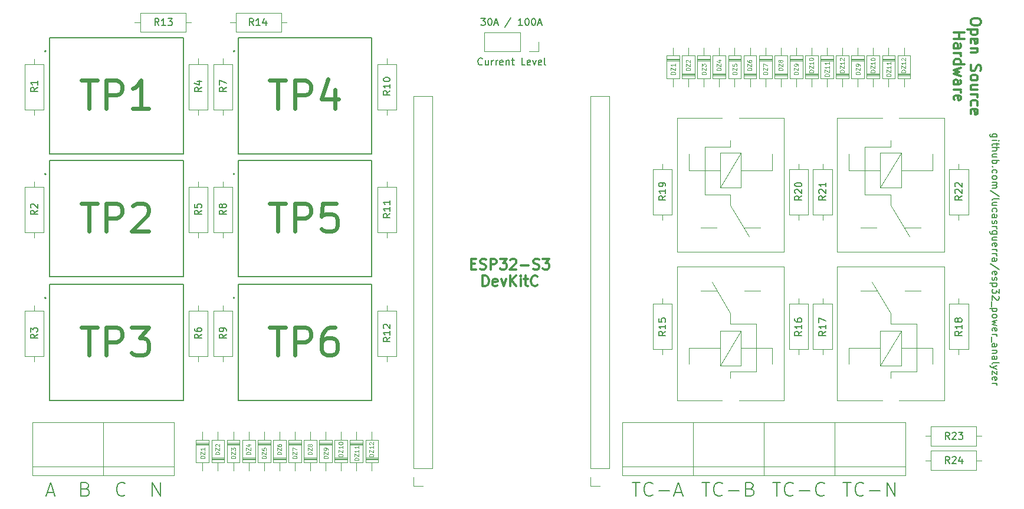
<source format=gbr>
%TF.GenerationSoftware,KiCad,Pcbnew,7.0.10*%
%TF.CreationDate,2024-03-07T15:45:00-03:00*%
%TF.ProjectId,board_THT - Copia,626f6172-645f-4544-9854-202d20436f70,rev?*%
%TF.SameCoordinates,Original*%
%TF.FileFunction,Legend,Top*%
%TF.FilePolarity,Positive*%
%FSLAX46Y46*%
G04 Gerber Fmt 4.6, Leading zero omitted, Abs format (unit mm)*
G04 Created by KiCad (PCBNEW 7.0.10) date 2024-03-07 15:45:00*
%MOMM*%
%LPD*%
G01*
G04 APERTURE LIST*
%ADD10C,0.300000*%
%ADD11C,0.150000*%
%ADD12C,0.100000*%
%ADD13C,0.200000*%
%ADD14C,0.600000*%
%ADD15C,0.120000*%
%ADD16C,0.127000*%
G04 APERTURE END LIST*
D10*
X183971571Y-42486286D02*
X183971571Y-42772000D01*
X183971571Y-42772000D02*
X183900142Y-42914857D01*
X183900142Y-42914857D02*
X183757285Y-43057714D01*
X183757285Y-43057714D02*
X183471571Y-43129143D01*
X183471571Y-43129143D02*
X182971571Y-43129143D01*
X182971571Y-43129143D02*
X182685857Y-43057714D01*
X182685857Y-43057714D02*
X182543000Y-42914857D01*
X182543000Y-42914857D02*
X182471571Y-42772000D01*
X182471571Y-42772000D02*
X182471571Y-42486286D01*
X182471571Y-42486286D02*
X182543000Y-42343429D01*
X182543000Y-42343429D02*
X182685857Y-42200571D01*
X182685857Y-42200571D02*
X182971571Y-42129143D01*
X182971571Y-42129143D02*
X183471571Y-42129143D01*
X183471571Y-42129143D02*
X183757285Y-42200571D01*
X183757285Y-42200571D02*
X183900142Y-42343429D01*
X183900142Y-42343429D02*
X183971571Y-42486286D01*
X183471571Y-43772000D02*
X181971571Y-43772000D01*
X183400142Y-43772000D02*
X183471571Y-43914858D01*
X183471571Y-43914858D02*
X183471571Y-44200572D01*
X183471571Y-44200572D02*
X183400142Y-44343429D01*
X183400142Y-44343429D02*
X183328714Y-44414858D01*
X183328714Y-44414858D02*
X183185857Y-44486286D01*
X183185857Y-44486286D02*
X182757285Y-44486286D01*
X182757285Y-44486286D02*
X182614428Y-44414858D01*
X182614428Y-44414858D02*
X182543000Y-44343429D01*
X182543000Y-44343429D02*
X182471571Y-44200572D01*
X182471571Y-44200572D02*
X182471571Y-43914858D01*
X182471571Y-43914858D02*
X182543000Y-43772000D01*
X182543000Y-45700572D02*
X182471571Y-45557715D01*
X182471571Y-45557715D02*
X182471571Y-45272001D01*
X182471571Y-45272001D02*
X182543000Y-45129143D01*
X182543000Y-45129143D02*
X182685857Y-45057715D01*
X182685857Y-45057715D02*
X183257285Y-45057715D01*
X183257285Y-45057715D02*
X183400142Y-45129143D01*
X183400142Y-45129143D02*
X183471571Y-45272001D01*
X183471571Y-45272001D02*
X183471571Y-45557715D01*
X183471571Y-45557715D02*
X183400142Y-45700572D01*
X183400142Y-45700572D02*
X183257285Y-45772001D01*
X183257285Y-45772001D02*
X183114428Y-45772001D01*
X183114428Y-45772001D02*
X182971571Y-45057715D01*
X183471571Y-46414857D02*
X182471571Y-46414857D01*
X183328714Y-46414857D02*
X183400142Y-46486286D01*
X183400142Y-46486286D02*
X183471571Y-46629143D01*
X183471571Y-46629143D02*
X183471571Y-46843429D01*
X183471571Y-46843429D02*
X183400142Y-46986286D01*
X183400142Y-46986286D02*
X183257285Y-47057715D01*
X183257285Y-47057715D02*
X182471571Y-47057715D01*
X182543000Y-48843429D02*
X182471571Y-49057715D01*
X182471571Y-49057715D02*
X182471571Y-49414857D01*
X182471571Y-49414857D02*
X182543000Y-49557715D01*
X182543000Y-49557715D02*
X182614428Y-49629143D01*
X182614428Y-49629143D02*
X182757285Y-49700572D01*
X182757285Y-49700572D02*
X182900142Y-49700572D01*
X182900142Y-49700572D02*
X183043000Y-49629143D01*
X183043000Y-49629143D02*
X183114428Y-49557715D01*
X183114428Y-49557715D02*
X183185857Y-49414857D01*
X183185857Y-49414857D02*
X183257285Y-49129143D01*
X183257285Y-49129143D02*
X183328714Y-48986286D01*
X183328714Y-48986286D02*
X183400142Y-48914857D01*
X183400142Y-48914857D02*
X183543000Y-48843429D01*
X183543000Y-48843429D02*
X183685857Y-48843429D01*
X183685857Y-48843429D02*
X183828714Y-48914857D01*
X183828714Y-48914857D02*
X183900142Y-48986286D01*
X183900142Y-48986286D02*
X183971571Y-49129143D01*
X183971571Y-49129143D02*
X183971571Y-49486286D01*
X183971571Y-49486286D02*
X183900142Y-49700572D01*
X182471571Y-50557714D02*
X182543000Y-50414857D01*
X182543000Y-50414857D02*
X182614428Y-50343428D01*
X182614428Y-50343428D02*
X182757285Y-50272000D01*
X182757285Y-50272000D02*
X183185857Y-50272000D01*
X183185857Y-50272000D02*
X183328714Y-50343428D01*
X183328714Y-50343428D02*
X183400142Y-50414857D01*
X183400142Y-50414857D02*
X183471571Y-50557714D01*
X183471571Y-50557714D02*
X183471571Y-50772000D01*
X183471571Y-50772000D02*
X183400142Y-50914857D01*
X183400142Y-50914857D02*
X183328714Y-50986286D01*
X183328714Y-50986286D02*
X183185857Y-51057714D01*
X183185857Y-51057714D02*
X182757285Y-51057714D01*
X182757285Y-51057714D02*
X182614428Y-50986286D01*
X182614428Y-50986286D02*
X182543000Y-50914857D01*
X182543000Y-50914857D02*
X182471571Y-50772000D01*
X182471571Y-50772000D02*
X182471571Y-50557714D01*
X183471571Y-52343429D02*
X182471571Y-52343429D01*
X183471571Y-51700571D02*
X182685857Y-51700571D01*
X182685857Y-51700571D02*
X182543000Y-51772000D01*
X182543000Y-51772000D02*
X182471571Y-51914857D01*
X182471571Y-51914857D02*
X182471571Y-52129143D01*
X182471571Y-52129143D02*
X182543000Y-52272000D01*
X182543000Y-52272000D02*
X182614428Y-52343429D01*
X182471571Y-53057714D02*
X183471571Y-53057714D01*
X183185857Y-53057714D02*
X183328714Y-53129143D01*
X183328714Y-53129143D02*
X183400142Y-53200572D01*
X183400142Y-53200572D02*
X183471571Y-53343429D01*
X183471571Y-53343429D02*
X183471571Y-53486286D01*
X182543000Y-54629143D02*
X182471571Y-54486285D01*
X182471571Y-54486285D02*
X182471571Y-54200571D01*
X182471571Y-54200571D02*
X182543000Y-54057714D01*
X182543000Y-54057714D02*
X182614428Y-53986285D01*
X182614428Y-53986285D02*
X182757285Y-53914857D01*
X182757285Y-53914857D02*
X183185857Y-53914857D01*
X183185857Y-53914857D02*
X183328714Y-53986285D01*
X183328714Y-53986285D02*
X183400142Y-54057714D01*
X183400142Y-54057714D02*
X183471571Y-54200571D01*
X183471571Y-54200571D02*
X183471571Y-54486285D01*
X183471571Y-54486285D02*
X183400142Y-54629143D01*
X182543000Y-55843428D02*
X182471571Y-55700571D01*
X182471571Y-55700571D02*
X182471571Y-55414857D01*
X182471571Y-55414857D02*
X182543000Y-55271999D01*
X182543000Y-55271999D02*
X182685857Y-55200571D01*
X182685857Y-55200571D02*
X183257285Y-55200571D01*
X183257285Y-55200571D02*
X183400142Y-55271999D01*
X183400142Y-55271999D02*
X183471571Y-55414857D01*
X183471571Y-55414857D02*
X183471571Y-55700571D01*
X183471571Y-55700571D02*
X183400142Y-55843428D01*
X183400142Y-55843428D02*
X183257285Y-55914857D01*
X183257285Y-55914857D02*
X183114428Y-55914857D01*
X183114428Y-55914857D02*
X182971571Y-55200571D01*
X180056571Y-44200571D02*
X181556571Y-44200571D01*
X180842285Y-44200571D02*
X180842285Y-45057714D01*
X180056571Y-45057714D02*
X181556571Y-45057714D01*
X180056571Y-46414858D02*
X180842285Y-46414858D01*
X180842285Y-46414858D02*
X180985142Y-46343429D01*
X180985142Y-46343429D02*
X181056571Y-46200572D01*
X181056571Y-46200572D02*
X181056571Y-45914858D01*
X181056571Y-45914858D02*
X180985142Y-45772000D01*
X180128000Y-46414858D02*
X180056571Y-46272000D01*
X180056571Y-46272000D02*
X180056571Y-45914858D01*
X180056571Y-45914858D02*
X180128000Y-45772000D01*
X180128000Y-45772000D02*
X180270857Y-45700572D01*
X180270857Y-45700572D02*
X180413714Y-45700572D01*
X180413714Y-45700572D02*
X180556571Y-45772000D01*
X180556571Y-45772000D02*
X180628000Y-45914858D01*
X180628000Y-45914858D02*
X180628000Y-46272000D01*
X180628000Y-46272000D02*
X180699428Y-46414858D01*
X180056571Y-47129143D02*
X181056571Y-47129143D01*
X180770857Y-47129143D02*
X180913714Y-47200572D01*
X180913714Y-47200572D02*
X180985142Y-47272001D01*
X180985142Y-47272001D02*
X181056571Y-47414858D01*
X181056571Y-47414858D02*
X181056571Y-47557715D01*
X180056571Y-48700572D02*
X181556571Y-48700572D01*
X180128000Y-48700572D02*
X180056571Y-48557714D01*
X180056571Y-48557714D02*
X180056571Y-48272000D01*
X180056571Y-48272000D02*
X180128000Y-48129143D01*
X180128000Y-48129143D02*
X180199428Y-48057714D01*
X180199428Y-48057714D02*
X180342285Y-47986286D01*
X180342285Y-47986286D02*
X180770857Y-47986286D01*
X180770857Y-47986286D02*
X180913714Y-48057714D01*
X180913714Y-48057714D02*
X180985142Y-48129143D01*
X180985142Y-48129143D02*
X181056571Y-48272000D01*
X181056571Y-48272000D02*
X181056571Y-48557714D01*
X181056571Y-48557714D02*
X180985142Y-48700572D01*
X181056571Y-49272000D02*
X180056571Y-49557715D01*
X180056571Y-49557715D02*
X180770857Y-49843429D01*
X180770857Y-49843429D02*
X180056571Y-50129143D01*
X180056571Y-50129143D02*
X181056571Y-50414857D01*
X180056571Y-51629144D02*
X180842285Y-51629144D01*
X180842285Y-51629144D02*
X180985142Y-51557715D01*
X180985142Y-51557715D02*
X181056571Y-51414858D01*
X181056571Y-51414858D02*
X181056571Y-51129144D01*
X181056571Y-51129144D02*
X180985142Y-50986286D01*
X180128000Y-51629144D02*
X180056571Y-51486286D01*
X180056571Y-51486286D02*
X180056571Y-51129144D01*
X180056571Y-51129144D02*
X180128000Y-50986286D01*
X180128000Y-50986286D02*
X180270857Y-50914858D01*
X180270857Y-50914858D02*
X180413714Y-50914858D01*
X180413714Y-50914858D02*
X180556571Y-50986286D01*
X180556571Y-50986286D02*
X180628000Y-51129144D01*
X180628000Y-51129144D02*
X180628000Y-51486286D01*
X180628000Y-51486286D02*
X180699428Y-51629144D01*
X180056571Y-52343429D02*
X181056571Y-52343429D01*
X180770857Y-52343429D02*
X180913714Y-52414858D01*
X180913714Y-52414858D02*
X180985142Y-52486287D01*
X180985142Y-52486287D02*
X181056571Y-52629144D01*
X181056571Y-52629144D02*
X181056571Y-52772001D01*
X180128000Y-53843429D02*
X180056571Y-53700572D01*
X180056571Y-53700572D02*
X180056571Y-53414858D01*
X180056571Y-53414858D02*
X180128000Y-53272000D01*
X180128000Y-53272000D02*
X180270857Y-53200572D01*
X180270857Y-53200572D02*
X180842285Y-53200572D01*
X180842285Y-53200572D02*
X180985142Y-53272000D01*
X180985142Y-53272000D02*
X181056571Y-53414858D01*
X181056571Y-53414858D02*
X181056571Y-53700572D01*
X181056571Y-53700572D02*
X180985142Y-53843429D01*
X180985142Y-53843429D02*
X180842285Y-53914858D01*
X180842285Y-53914858D02*
X180699428Y-53914858D01*
X180699428Y-53914858D02*
X180556571Y-53200572D01*
D11*
X186216847Y-59184187D02*
X185407323Y-59184187D01*
X185407323Y-59184187D02*
X185312085Y-59136568D01*
X185312085Y-59136568D02*
X185264466Y-59088949D01*
X185264466Y-59088949D02*
X185216847Y-58993711D01*
X185216847Y-58993711D02*
X185216847Y-58850854D01*
X185216847Y-58850854D02*
X185264466Y-58755616D01*
X185597800Y-59184187D02*
X185550180Y-59088949D01*
X185550180Y-59088949D02*
X185550180Y-58898473D01*
X185550180Y-58898473D02*
X185597800Y-58803235D01*
X185597800Y-58803235D02*
X185645419Y-58755616D01*
X185645419Y-58755616D02*
X185740657Y-58707997D01*
X185740657Y-58707997D02*
X186026371Y-58707997D01*
X186026371Y-58707997D02*
X186121609Y-58755616D01*
X186121609Y-58755616D02*
X186169228Y-58803235D01*
X186169228Y-58803235D02*
X186216847Y-58898473D01*
X186216847Y-58898473D02*
X186216847Y-59088949D01*
X186216847Y-59088949D02*
X186169228Y-59184187D01*
X185550180Y-59660378D02*
X186216847Y-59660378D01*
X186550180Y-59660378D02*
X186502561Y-59612759D01*
X186502561Y-59612759D02*
X186454942Y-59660378D01*
X186454942Y-59660378D02*
X186502561Y-59707997D01*
X186502561Y-59707997D02*
X186550180Y-59660378D01*
X186550180Y-59660378D02*
X186454942Y-59660378D01*
X186216847Y-59993711D02*
X186216847Y-60374663D01*
X186550180Y-60136568D02*
X185693038Y-60136568D01*
X185693038Y-60136568D02*
X185597800Y-60184187D01*
X185597800Y-60184187D02*
X185550180Y-60279425D01*
X185550180Y-60279425D02*
X185550180Y-60374663D01*
X185550180Y-60707997D02*
X186550180Y-60707997D01*
X185550180Y-61136568D02*
X186073990Y-61136568D01*
X186073990Y-61136568D02*
X186169228Y-61088949D01*
X186169228Y-61088949D02*
X186216847Y-60993711D01*
X186216847Y-60993711D02*
X186216847Y-60850854D01*
X186216847Y-60850854D02*
X186169228Y-60755616D01*
X186169228Y-60755616D02*
X186121609Y-60707997D01*
X186216847Y-62041330D02*
X185550180Y-62041330D01*
X186216847Y-61612759D02*
X185693038Y-61612759D01*
X185693038Y-61612759D02*
X185597800Y-61660378D01*
X185597800Y-61660378D02*
X185550180Y-61755616D01*
X185550180Y-61755616D02*
X185550180Y-61898473D01*
X185550180Y-61898473D02*
X185597800Y-61993711D01*
X185597800Y-61993711D02*
X185645419Y-62041330D01*
X185550180Y-62517521D02*
X186550180Y-62517521D01*
X186169228Y-62517521D02*
X186216847Y-62612759D01*
X186216847Y-62612759D02*
X186216847Y-62803235D01*
X186216847Y-62803235D02*
X186169228Y-62898473D01*
X186169228Y-62898473D02*
X186121609Y-62946092D01*
X186121609Y-62946092D02*
X186026371Y-62993711D01*
X186026371Y-62993711D02*
X185740657Y-62993711D01*
X185740657Y-62993711D02*
X185645419Y-62946092D01*
X185645419Y-62946092D02*
X185597800Y-62898473D01*
X185597800Y-62898473D02*
X185550180Y-62803235D01*
X185550180Y-62803235D02*
X185550180Y-62612759D01*
X185550180Y-62612759D02*
X185597800Y-62517521D01*
X185645419Y-63422283D02*
X185597800Y-63469902D01*
X185597800Y-63469902D02*
X185550180Y-63422283D01*
X185550180Y-63422283D02*
X185597800Y-63374664D01*
X185597800Y-63374664D02*
X185645419Y-63422283D01*
X185645419Y-63422283D02*
X185550180Y-63422283D01*
X185597800Y-64327044D02*
X185550180Y-64231806D01*
X185550180Y-64231806D02*
X185550180Y-64041330D01*
X185550180Y-64041330D02*
X185597800Y-63946092D01*
X185597800Y-63946092D02*
X185645419Y-63898473D01*
X185645419Y-63898473D02*
X185740657Y-63850854D01*
X185740657Y-63850854D02*
X186026371Y-63850854D01*
X186026371Y-63850854D02*
X186121609Y-63898473D01*
X186121609Y-63898473D02*
X186169228Y-63946092D01*
X186169228Y-63946092D02*
X186216847Y-64041330D01*
X186216847Y-64041330D02*
X186216847Y-64231806D01*
X186216847Y-64231806D02*
X186169228Y-64327044D01*
X185550180Y-64898473D02*
X185597800Y-64803235D01*
X185597800Y-64803235D02*
X185645419Y-64755616D01*
X185645419Y-64755616D02*
X185740657Y-64707997D01*
X185740657Y-64707997D02*
X186026371Y-64707997D01*
X186026371Y-64707997D02*
X186121609Y-64755616D01*
X186121609Y-64755616D02*
X186169228Y-64803235D01*
X186169228Y-64803235D02*
X186216847Y-64898473D01*
X186216847Y-64898473D02*
X186216847Y-65041330D01*
X186216847Y-65041330D02*
X186169228Y-65136568D01*
X186169228Y-65136568D02*
X186121609Y-65184187D01*
X186121609Y-65184187D02*
X186026371Y-65231806D01*
X186026371Y-65231806D02*
X185740657Y-65231806D01*
X185740657Y-65231806D02*
X185645419Y-65184187D01*
X185645419Y-65184187D02*
X185597800Y-65136568D01*
X185597800Y-65136568D02*
X185550180Y-65041330D01*
X185550180Y-65041330D02*
X185550180Y-64898473D01*
X185550180Y-65660378D02*
X186216847Y-65660378D01*
X186121609Y-65660378D02*
X186169228Y-65707997D01*
X186169228Y-65707997D02*
X186216847Y-65803235D01*
X186216847Y-65803235D02*
X186216847Y-65946092D01*
X186216847Y-65946092D02*
X186169228Y-66041330D01*
X186169228Y-66041330D02*
X186073990Y-66088949D01*
X186073990Y-66088949D02*
X185550180Y-66088949D01*
X186073990Y-66088949D02*
X186169228Y-66136568D01*
X186169228Y-66136568D02*
X186216847Y-66231806D01*
X186216847Y-66231806D02*
X186216847Y-66374663D01*
X186216847Y-66374663D02*
X186169228Y-66469902D01*
X186169228Y-66469902D02*
X186073990Y-66517521D01*
X186073990Y-66517521D02*
X185550180Y-66517521D01*
X186597800Y-67707996D02*
X185312085Y-66850854D01*
X185550180Y-68184187D02*
X185597800Y-68088949D01*
X185597800Y-68088949D02*
X185693038Y-68041330D01*
X185693038Y-68041330D02*
X186550180Y-68041330D01*
X186216847Y-68993711D02*
X185550180Y-68993711D01*
X186216847Y-68565140D02*
X185693038Y-68565140D01*
X185693038Y-68565140D02*
X185597800Y-68612759D01*
X185597800Y-68612759D02*
X185550180Y-68707997D01*
X185550180Y-68707997D02*
X185550180Y-68850854D01*
X185550180Y-68850854D02*
X185597800Y-68946092D01*
X185597800Y-68946092D02*
X185645419Y-68993711D01*
X185597800Y-69898473D02*
X185550180Y-69803235D01*
X185550180Y-69803235D02*
X185550180Y-69612759D01*
X185550180Y-69612759D02*
X185597800Y-69517521D01*
X185597800Y-69517521D02*
X185645419Y-69469902D01*
X185645419Y-69469902D02*
X185740657Y-69422283D01*
X185740657Y-69422283D02*
X186026371Y-69422283D01*
X186026371Y-69422283D02*
X186121609Y-69469902D01*
X186121609Y-69469902D02*
X186169228Y-69517521D01*
X186169228Y-69517521D02*
X186216847Y-69612759D01*
X186216847Y-69612759D02*
X186216847Y-69803235D01*
X186216847Y-69803235D02*
X186169228Y-69898473D01*
X185550180Y-70755616D02*
X186073990Y-70755616D01*
X186073990Y-70755616D02*
X186169228Y-70707997D01*
X186169228Y-70707997D02*
X186216847Y-70612759D01*
X186216847Y-70612759D02*
X186216847Y-70422283D01*
X186216847Y-70422283D02*
X186169228Y-70327045D01*
X185597800Y-70755616D02*
X185550180Y-70660378D01*
X185550180Y-70660378D02*
X185550180Y-70422283D01*
X185550180Y-70422283D02*
X185597800Y-70327045D01*
X185597800Y-70327045D02*
X185693038Y-70279426D01*
X185693038Y-70279426D02*
X185788276Y-70279426D01*
X185788276Y-70279426D02*
X185883514Y-70327045D01*
X185883514Y-70327045D02*
X185931133Y-70422283D01*
X185931133Y-70422283D02*
X185931133Y-70660378D01*
X185931133Y-70660378D02*
X185978752Y-70755616D01*
X185597800Y-71184188D02*
X185550180Y-71279426D01*
X185550180Y-71279426D02*
X185550180Y-71469902D01*
X185550180Y-71469902D02*
X185597800Y-71565140D01*
X185597800Y-71565140D02*
X185693038Y-71612759D01*
X185693038Y-71612759D02*
X185740657Y-71612759D01*
X185740657Y-71612759D02*
X185835895Y-71565140D01*
X185835895Y-71565140D02*
X185883514Y-71469902D01*
X185883514Y-71469902D02*
X185883514Y-71327045D01*
X185883514Y-71327045D02*
X185931133Y-71231807D01*
X185931133Y-71231807D02*
X186026371Y-71184188D01*
X186026371Y-71184188D02*
X186073990Y-71184188D01*
X186073990Y-71184188D02*
X186169228Y-71231807D01*
X186169228Y-71231807D02*
X186216847Y-71327045D01*
X186216847Y-71327045D02*
X186216847Y-71469902D01*
X186216847Y-71469902D02*
X186169228Y-71565140D01*
X185550180Y-72041331D02*
X186216847Y-72041331D01*
X186026371Y-72041331D02*
X186121609Y-72088950D01*
X186121609Y-72088950D02*
X186169228Y-72136569D01*
X186169228Y-72136569D02*
X186216847Y-72231807D01*
X186216847Y-72231807D02*
X186216847Y-72327045D01*
X186216847Y-73088950D02*
X185407323Y-73088950D01*
X185407323Y-73088950D02*
X185312085Y-73041331D01*
X185312085Y-73041331D02*
X185264466Y-72993712D01*
X185264466Y-72993712D02*
X185216847Y-72898474D01*
X185216847Y-72898474D02*
X185216847Y-72755617D01*
X185216847Y-72755617D02*
X185264466Y-72660379D01*
X185597800Y-73088950D02*
X185550180Y-72993712D01*
X185550180Y-72993712D02*
X185550180Y-72803236D01*
X185550180Y-72803236D02*
X185597800Y-72707998D01*
X185597800Y-72707998D02*
X185645419Y-72660379D01*
X185645419Y-72660379D02*
X185740657Y-72612760D01*
X185740657Y-72612760D02*
X186026371Y-72612760D01*
X186026371Y-72612760D02*
X186121609Y-72660379D01*
X186121609Y-72660379D02*
X186169228Y-72707998D01*
X186169228Y-72707998D02*
X186216847Y-72803236D01*
X186216847Y-72803236D02*
X186216847Y-72993712D01*
X186216847Y-72993712D02*
X186169228Y-73088950D01*
X186216847Y-73993712D02*
X185550180Y-73993712D01*
X186216847Y-73565141D02*
X185693038Y-73565141D01*
X185693038Y-73565141D02*
X185597800Y-73612760D01*
X185597800Y-73612760D02*
X185550180Y-73707998D01*
X185550180Y-73707998D02*
X185550180Y-73850855D01*
X185550180Y-73850855D02*
X185597800Y-73946093D01*
X185597800Y-73946093D02*
X185645419Y-73993712D01*
X185597800Y-74850855D02*
X185550180Y-74755617D01*
X185550180Y-74755617D02*
X185550180Y-74565141D01*
X185550180Y-74565141D02*
X185597800Y-74469903D01*
X185597800Y-74469903D02*
X185693038Y-74422284D01*
X185693038Y-74422284D02*
X186073990Y-74422284D01*
X186073990Y-74422284D02*
X186169228Y-74469903D01*
X186169228Y-74469903D02*
X186216847Y-74565141D01*
X186216847Y-74565141D02*
X186216847Y-74755617D01*
X186216847Y-74755617D02*
X186169228Y-74850855D01*
X186169228Y-74850855D02*
X186073990Y-74898474D01*
X186073990Y-74898474D02*
X185978752Y-74898474D01*
X185978752Y-74898474D02*
X185883514Y-74422284D01*
X185550180Y-75327046D02*
X186216847Y-75327046D01*
X186026371Y-75327046D02*
X186121609Y-75374665D01*
X186121609Y-75374665D02*
X186169228Y-75422284D01*
X186169228Y-75422284D02*
X186216847Y-75517522D01*
X186216847Y-75517522D02*
X186216847Y-75612760D01*
X185550180Y-75946094D02*
X186216847Y-75946094D01*
X186026371Y-75946094D02*
X186121609Y-75993713D01*
X186121609Y-75993713D02*
X186169228Y-76041332D01*
X186169228Y-76041332D02*
X186216847Y-76136570D01*
X186216847Y-76136570D02*
X186216847Y-76231808D01*
X185550180Y-76993713D02*
X186073990Y-76993713D01*
X186073990Y-76993713D02*
X186169228Y-76946094D01*
X186169228Y-76946094D02*
X186216847Y-76850856D01*
X186216847Y-76850856D02*
X186216847Y-76660380D01*
X186216847Y-76660380D02*
X186169228Y-76565142D01*
X185597800Y-76993713D02*
X185550180Y-76898475D01*
X185550180Y-76898475D02*
X185550180Y-76660380D01*
X185550180Y-76660380D02*
X185597800Y-76565142D01*
X185597800Y-76565142D02*
X185693038Y-76517523D01*
X185693038Y-76517523D02*
X185788276Y-76517523D01*
X185788276Y-76517523D02*
X185883514Y-76565142D01*
X185883514Y-76565142D02*
X185931133Y-76660380D01*
X185931133Y-76660380D02*
X185931133Y-76898475D01*
X185931133Y-76898475D02*
X185978752Y-76993713D01*
X186597800Y-78184189D02*
X185312085Y-77327047D01*
X185597800Y-78898475D02*
X185550180Y-78803237D01*
X185550180Y-78803237D02*
X185550180Y-78612761D01*
X185550180Y-78612761D02*
X185597800Y-78517523D01*
X185597800Y-78517523D02*
X185693038Y-78469904D01*
X185693038Y-78469904D02*
X186073990Y-78469904D01*
X186073990Y-78469904D02*
X186169228Y-78517523D01*
X186169228Y-78517523D02*
X186216847Y-78612761D01*
X186216847Y-78612761D02*
X186216847Y-78803237D01*
X186216847Y-78803237D02*
X186169228Y-78898475D01*
X186169228Y-78898475D02*
X186073990Y-78946094D01*
X186073990Y-78946094D02*
X185978752Y-78946094D01*
X185978752Y-78946094D02*
X185883514Y-78469904D01*
X185597800Y-79327047D02*
X185550180Y-79422285D01*
X185550180Y-79422285D02*
X185550180Y-79612761D01*
X185550180Y-79612761D02*
X185597800Y-79707999D01*
X185597800Y-79707999D02*
X185693038Y-79755618D01*
X185693038Y-79755618D02*
X185740657Y-79755618D01*
X185740657Y-79755618D02*
X185835895Y-79707999D01*
X185835895Y-79707999D02*
X185883514Y-79612761D01*
X185883514Y-79612761D02*
X185883514Y-79469904D01*
X185883514Y-79469904D02*
X185931133Y-79374666D01*
X185931133Y-79374666D02*
X186026371Y-79327047D01*
X186026371Y-79327047D02*
X186073990Y-79327047D01*
X186073990Y-79327047D02*
X186169228Y-79374666D01*
X186169228Y-79374666D02*
X186216847Y-79469904D01*
X186216847Y-79469904D02*
X186216847Y-79612761D01*
X186216847Y-79612761D02*
X186169228Y-79707999D01*
X186216847Y-80184190D02*
X185216847Y-80184190D01*
X186169228Y-80184190D02*
X186216847Y-80279428D01*
X186216847Y-80279428D02*
X186216847Y-80469904D01*
X186216847Y-80469904D02*
X186169228Y-80565142D01*
X186169228Y-80565142D02*
X186121609Y-80612761D01*
X186121609Y-80612761D02*
X186026371Y-80660380D01*
X186026371Y-80660380D02*
X185740657Y-80660380D01*
X185740657Y-80660380D02*
X185645419Y-80612761D01*
X185645419Y-80612761D02*
X185597800Y-80565142D01*
X185597800Y-80565142D02*
X185550180Y-80469904D01*
X185550180Y-80469904D02*
X185550180Y-80279428D01*
X185550180Y-80279428D02*
X185597800Y-80184190D01*
X186550180Y-80993714D02*
X186550180Y-81612761D01*
X186550180Y-81612761D02*
X186169228Y-81279428D01*
X186169228Y-81279428D02*
X186169228Y-81422285D01*
X186169228Y-81422285D02*
X186121609Y-81517523D01*
X186121609Y-81517523D02*
X186073990Y-81565142D01*
X186073990Y-81565142D02*
X185978752Y-81612761D01*
X185978752Y-81612761D02*
X185740657Y-81612761D01*
X185740657Y-81612761D02*
X185645419Y-81565142D01*
X185645419Y-81565142D02*
X185597800Y-81517523D01*
X185597800Y-81517523D02*
X185550180Y-81422285D01*
X185550180Y-81422285D02*
X185550180Y-81136571D01*
X185550180Y-81136571D02*
X185597800Y-81041333D01*
X185597800Y-81041333D02*
X185645419Y-80993714D01*
X186454942Y-81993714D02*
X186502561Y-82041333D01*
X186502561Y-82041333D02*
X186550180Y-82136571D01*
X186550180Y-82136571D02*
X186550180Y-82374666D01*
X186550180Y-82374666D02*
X186502561Y-82469904D01*
X186502561Y-82469904D02*
X186454942Y-82517523D01*
X186454942Y-82517523D02*
X186359704Y-82565142D01*
X186359704Y-82565142D02*
X186264466Y-82565142D01*
X186264466Y-82565142D02*
X186121609Y-82517523D01*
X186121609Y-82517523D02*
X185550180Y-81946095D01*
X185550180Y-81946095D02*
X185550180Y-82565142D01*
X185454942Y-82755619D02*
X185454942Y-83517523D01*
X186216847Y-83755619D02*
X185216847Y-83755619D01*
X186169228Y-83755619D02*
X186216847Y-83850857D01*
X186216847Y-83850857D02*
X186216847Y-84041333D01*
X186216847Y-84041333D02*
X186169228Y-84136571D01*
X186169228Y-84136571D02*
X186121609Y-84184190D01*
X186121609Y-84184190D02*
X186026371Y-84231809D01*
X186026371Y-84231809D02*
X185740657Y-84231809D01*
X185740657Y-84231809D02*
X185645419Y-84184190D01*
X185645419Y-84184190D02*
X185597800Y-84136571D01*
X185597800Y-84136571D02*
X185550180Y-84041333D01*
X185550180Y-84041333D02*
X185550180Y-83850857D01*
X185550180Y-83850857D02*
X185597800Y-83755619D01*
X185550180Y-84803238D02*
X185597800Y-84708000D01*
X185597800Y-84708000D02*
X185645419Y-84660381D01*
X185645419Y-84660381D02*
X185740657Y-84612762D01*
X185740657Y-84612762D02*
X186026371Y-84612762D01*
X186026371Y-84612762D02*
X186121609Y-84660381D01*
X186121609Y-84660381D02*
X186169228Y-84708000D01*
X186169228Y-84708000D02*
X186216847Y-84803238D01*
X186216847Y-84803238D02*
X186216847Y-84946095D01*
X186216847Y-84946095D02*
X186169228Y-85041333D01*
X186169228Y-85041333D02*
X186121609Y-85088952D01*
X186121609Y-85088952D02*
X186026371Y-85136571D01*
X186026371Y-85136571D02*
X185740657Y-85136571D01*
X185740657Y-85136571D02*
X185645419Y-85088952D01*
X185645419Y-85088952D02*
X185597800Y-85041333D01*
X185597800Y-85041333D02*
X185550180Y-84946095D01*
X185550180Y-84946095D02*
X185550180Y-84803238D01*
X186216847Y-85469905D02*
X185550180Y-85660381D01*
X185550180Y-85660381D02*
X186026371Y-85850857D01*
X186026371Y-85850857D02*
X185550180Y-86041333D01*
X185550180Y-86041333D02*
X186216847Y-86231809D01*
X185597800Y-86993714D02*
X185550180Y-86898476D01*
X185550180Y-86898476D02*
X185550180Y-86708000D01*
X185550180Y-86708000D02*
X185597800Y-86612762D01*
X185597800Y-86612762D02*
X185693038Y-86565143D01*
X185693038Y-86565143D02*
X186073990Y-86565143D01*
X186073990Y-86565143D02*
X186169228Y-86612762D01*
X186169228Y-86612762D02*
X186216847Y-86708000D01*
X186216847Y-86708000D02*
X186216847Y-86898476D01*
X186216847Y-86898476D02*
X186169228Y-86993714D01*
X186169228Y-86993714D02*
X186073990Y-87041333D01*
X186073990Y-87041333D02*
X185978752Y-87041333D01*
X185978752Y-87041333D02*
X185883514Y-86565143D01*
X185550180Y-87469905D02*
X186216847Y-87469905D01*
X186026371Y-87469905D02*
X186121609Y-87517524D01*
X186121609Y-87517524D02*
X186169228Y-87565143D01*
X186169228Y-87565143D02*
X186216847Y-87660381D01*
X186216847Y-87660381D02*
X186216847Y-87755619D01*
X185454942Y-87850858D02*
X185454942Y-88612762D01*
X185550180Y-89279429D02*
X186073990Y-89279429D01*
X186073990Y-89279429D02*
X186169228Y-89231810D01*
X186169228Y-89231810D02*
X186216847Y-89136572D01*
X186216847Y-89136572D02*
X186216847Y-88946096D01*
X186216847Y-88946096D02*
X186169228Y-88850858D01*
X185597800Y-89279429D02*
X185550180Y-89184191D01*
X185550180Y-89184191D02*
X185550180Y-88946096D01*
X185550180Y-88946096D02*
X185597800Y-88850858D01*
X185597800Y-88850858D02*
X185693038Y-88803239D01*
X185693038Y-88803239D02*
X185788276Y-88803239D01*
X185788276Y-88803239D02*
X185883514Y-88850858D01*
X185883514Y-88850858D02*
X185931133Y-88946096D01*
X185931133Y-88946096D02*
X185931133Y-89184191D01*
X185931133Y-89184191D02*
X185978752Y-89279429D01*
X186216847Y-89755620D02*
X185550180Y-89755620D01*
X186121609Y-89755620D02*
X186169228Y-89803239D01*
X186169228Y-89803239D02*
X186216847Y-89898477D01*
X186216847Y-89898477D02*
X186216847Y-90041334D01*
X186216847Y-90041334D02*
X186169228Y-90136572D01*
X186169228Y-90136572D02*
X186073990Y-90184191D01*
X186073990Y-90184191D02*
X185550180Y-90184191D01*
X185550180Y-91088953D02*
X186073990Y-91088953D01*
X186073990Y-91088953D02*
X186169228Y-91041334D01*
X186169228Y-91041334D02*
X186216847Y-90946096D01*
X186216847Y-90946096D02*
X186216847Y-90755620D01*
X186216847Y-90755620D02*
X186169228Y-90660382D01*
X185597800Y-91088953D02*
X185550180Y-90993715D01*
X185550180Y-90993715D02*
X185550180Y-90755620D01*
X185550180Y-90755620D02*
X185597800Y-90660382D01*
X185597800Y-90660382D02*
X185693038Y-90612763D01*
X185693038Y-90612763D02*
X185788276Y-90612763D01*
X185788276Y-90612763D02*
X185883514Y-90660382D01*
X185883514Y-90660382D02*
X185931133Y-90755620D01*
X185931133Y-90755620D02*
X185931133Y-90993715D01*
X185931133Y-90993715D02*
X185978752Y-91088953D01*
X185550180Y-91708001D02*
X185597800Y-91612763D01*
X185597800Y-91612763D02*
X185693038Y-91565144D01*
X185693038Y-91565144D02*
X186550180Y-91565144D01*
X186216847Y-91993716D02*
X185550180Y-92231811D01*
X186216847Y-92469906D02*
X185550180Y-92231811D01*
X185550180Y-92231811D02*
X185312085Y-92136573D01*
X185312085Y-92136573D02*
X185264466Y-92088954D01*
X185264466Y-92088954D02*
X185216847Y-91993716D01*
X186216847Y-92755621D02*
X186216847Y-93279430D01*
X186216847Y-93279430D02*
X185550180Y-92755621D01*
X185550180Y-92755621D02*
X185550180Y-93279430D01*
X185597800Y-94041335D02*
X185550180Y-93946097D01*
X185550180Y-93946097D02*
X185550180Y-93755621D01*
X185550180Y-93755621D02*
X185597800Y-93660383D01*
X185597800Y-93660383D02*
X185693038Y-93612764D01*
X185693038Y-93612764D02*
X186073990Y-93612764D01*
X186073990Y-93612764D02*
X186169228Y-93660383D01*
X186169228Y-93660383D02*
X186216847Y-93755621D01*
X186216847Y-93755621D02*
X186216847Y-93946097D01*
X186216847Y-93946097D02*
X186169228Y-94041335D01*
X186169228Y-94041335D02*
X186073990Y-94088954D01*
X186073990Y-94088954D02*
X185978752Y-94088954D01*
X185978752Y-94088954D02*
X185883514Y-93612764D01*
X185550180Y-94517526D02*
X186216847Y-94517526D01*
X186026371Y-94517526D02*
X186121609Y-94565145D01*
X186121609Y-94565145D02*
X186169228Y-94612764D01*
X186169228Y-94612764D02*
X186216847Y-94708002D01*
X186216847Y-94708002D02*
X186216847Y-94803240D01*
D10*
X110760572Y-77372114D02*
X111260572Y-77372114D01*
X111474858Y-78157828D02*
X110760572Y-78157828D01*
X110760572Y-78157828D02*
X110760572Y-76657828D01*
X110760572Y-76657828D02*
X111474858Y-76657828D01*
X112046287Y-78086400D02*
X112260573Y-78157828D01*
X112260573Y-78157828D02*
X112617715Y-78157828D01*
X112617715Y-78157828D02*
X112760573Y-78086400D01*
X112760573Y-78086400D02*
X112832001Y-78014971D01*
X112832001Y-78014971D02*
X112903430Y-77872114D01*
X112903430Y-77872114D02*
X112903430Y-77729257D01*
X112903430Y-77729257D02*
X112832001Y-77586400D01*
X112832001Y-77586400D02*
X112760573Y-77514971D01*
X112760573Y-77514971D02*
X112617715Y-77443542D01*
X112617715Y-77443542D02*
X112332001Y-77372114D01*
X112332001Y-77372114D02*
X112189144Y-77300685D01*
X112189144Y-77300685D02*
X112117715Y-77229257D01*
X112117715Y-77229257D02*
X112046287Y-77086400D01*
X112046287Y-77086400D02*
X112046287Y-76943542D01*
X112046287Y-76943542D02*
X112117715Y-76800685D01*
X112117715Y-76800685D02*
X112189144Y-76729257D01*
X112189144Y-76729257D02*
X112332001Y-76657828D01*
X112332001Y-76657828D02*
X112689144Y-76657828D01*
X112689144Y-76657828D02*
X112903430Y-76729257D01*
X113546286Y-78157828D02*
X113546286Y-76657828D01*
X113546286Y-76657828D02*
X114117715Y-76657828D01*
X114117715Y-76657828D02*
X114260572Y-76729257D01*
X114260572Y-76729257D02*
X114332001Y-76800685D01*
X114332001Y-76800685D02*
X114403429Y-76943542D01*
X114403429Y-76943542D02*
X114403429Y-77157828D01*
X114403429Y-77157828D02*
X114332001Y-77300685D01*
X114332001Y-77300685D02*
X114260572Y-77372114D01*
X114260572Y-77372114D02*
X114117715Y-77443542D01*
X114117715Y-77443542D02*
X113546286Y-77443542D01*
X114903429Y-76657828D02*
X115832001Y-76657828D01*
X115832001Y-76657828D02*
X115332001Y-77229257D01*
X115332001Y-77229257D02*
X115546286Y-77229257D01*
X115546286Y-77229257D02*
X115689144Y-77300685D01*
X115689144Y-77300685D02*
X115760572Y-77372114D01*
X115760572Y-77372114D02*
X115832001Y-77514971D01*
X115832001Y-77514971D02*
X115832001Y-77872114D01*
X115832001Y-77872114D02*
X115760572Y-78014971D01*
X115760572Y-78014971D02*
X115689144Y-78086400D01*
X115689144Y-78086400D02*
X115546286Y-78157828D01*
X115546286Y-78157828D02*
X115117715Y-78157828D01*
X115117715Y-78157828D02*
X114974858Y-78086400D01*
X114974858Y-78086400D02*
X114903429Y-78014971D01*
X116403429Y-76800685D02*
X116474857Y-76729257D01*
X116474857Y-76729257D02*
X116617715Y-76657828D01*
X116617715Y-76657828D02*
X116974857Y-76657828D01*
X116974857Y-76657828D02*
X117117715Y-76729257D01*
X117117715Y-76729257D02*
X117189143Y-76800685D01*
X117189143Y-76800685D02*
X117260572Y-76943542D01*
X117260572Y-76943542D02*
X117260572Y-77086400D01*
X117260572Y-77086400D02*
X117189143Y-77300685D01*
X117189143Y-77300685D02*
X116332000Y-78157828D01*
X116332000Y-78157828D02*
X117260572Y-78157828D01*
X117903428Y-77586400D02*
X119046286Y-77586400D01*
X119689143Y-78086400D02*
X119903429Y-78157828D01*
X119903429Y-78157828D02*
X120260571Y-78157828D01*
X120260571Y-78157828D02*
X120403429Y-78086400D01*
X120403429Y-78086400D02*
X120474857Y-78014971D01*
X120474857Y-78014971D02*
X120546286Y-77872114D01*
X120546286Y-77872114D02*
X120546286Y-77729257D01*
X120546286Y-77729257D02*
X120474857Y-77586400D01*
X120474857Y-77586400D02*
X120403429Y-77514971D01*
X120403429Y-77514971D02*
X120260571Y-77443542D01*
X120260571Y-77443542D02*
X119974857Y-77372114D01*
X119974857Y-77372114D02*
X119832000Y-77300685D01*
X119832000Y-77300685D02*
X119760571Y-77229257D01*
X119760571Y-77229257D02*
X119689143Y-77086400D01*
X119689143Y-77086400D02*
X119689143Y-76943542D01*
X119689143Y-76943542D02*
X119760571Y-76800685D01*
X119760571Y-76800685D02*
X119832000Y-76729257D01*
X119832000Y-76729257D02*
X119974857Y-76657828D01*
X119974857Y-76657828D02*
X120332000Y-76657828D01*
X120332000Y-76657828D02*
X120546286Y-76729257D01*
X121046285Y-76657828D02*
X121974857Y-76657828D01*
X121974857Y-76657828D02*
X121474857Y-77229257D01*
X121474857Y-77229257D02*
X121689142Y-77229257D01*
X121689142Y-77229257D02*
X121832000Y-77300685D01*
X121832000Y-77300685D02*
X121903428Y-77372114D01*
X121903428Y-77372114D02*
X121974857Y-77514971D01*
X121974857Y-77514971D02*
X121974857Y-77872114D01*
X121974857Y-77872114D02*
X121903428Y-78014971D01*
X121903428Y-78014971D02*
X121832000Y-78086400D01*
X121832000Y-78086400D02*
X121689142Y-78157828D01*
X121689142Y-78157828D02*
X121260571Y-78157828D01*
X121260571Y-78157828D02*
X121117714Y-78086400D01*
X121117714Y-78086400D02*
X121046285Y-78014971D01*
X112439142Y-80572828D02*
X112439142Y-79072828D01*
X112439142Y-79072828D02*
X112796285Y-79072828D01*
X112796285Y-79072828D02*
X113010571Y-79144257D01*
X113010571Y-79144257D02*
X113153428Y-79287114D01*
X113153428Y-79287114D02*
X113224857Y-79429971D01*
X113224857Y-79429971D02*
X113296285Y-79715685D01*
X113296285Y-79715685D02*
X113296285Y-79929971D01*
X113296285Y-79929971D02*
X113224857Y-80215685D01*
X113224857Y-80215685D02*
X113153428Y-80358542D01*
X113153428Y-80358542D02*
X113010571Y-80501400D01*
X113010571Y-80501400D02*
X112796285Y-80572828D01*
X112796285Y-80572828D02*
X112439142Y-80572828D01*
X114510571Y-80501400D02*
X114367714Y-80572828D01*
X114367714Y-80572828D02*
X114082000Y-80572828D01*
X114082000Y-80572828D02*
X113939142Y-80501400D01*
X113939142Y-80501400D02*
X113867714Y-80358542D01*
X113867714Y-80358542D02*
X113867714Y-79787114D01*
X113867714Y-79787114D02*
X113939142Y-79644257D01*
X113939142Y-79644257D02*
X114082000Y-79572828D01*
X114082000Y-79572828D02*
X114367714Y-79572828D01*
X114367714Y-79572828D02*
X114510571Y-79644257D01*
X114510571Y-79644257D02*
X114582000Y-79787114D01*
X114582000Y-79787114D02*
X114582000Y-79929971D01*
X114582000Y-79929971D02*
X113867714Y-80072828D01*
X115081999Y-79572828D02*
X115439142Y-80572828D01*
X115439142Y-80572828D02*
X115796285Y-79572828D01*
X116367713Y-80572828D02*
X116367713Y-79072828D01*
X117224856Y-80572828D02*
X116581999Y-79715685D01*
X117224856Y-79072828D02*
X116367713Y-79929971D01*
X117867713Y-80572828D02*
X117867713Y-79572828D01*
X117867713Y-79072828D02*
X117796285Y-79144257D01*
X117796285Y-79144257D02*
X117867713Y-79215685D01*
X117867713Y-79215685D02*
X117939142Y-79144257D01*
X117939142Y-79144257D02*
X117867713Y-79072828D01*
X117867713Y-79072828D02*
X117867713Y-79215685D01*
X118367714Y-79572828D02*
X118939142Y-79572828D01*
X118581999Y-79072828D02*
X118581999Y-80358542D01*
X118581999Y-80358542D02*
X118653428Y-80501400D01*
X118653428Y-80501400D02*
X118796285Y-80572828D01*
X118796285Y-80572828D02*
X118939142Y-80572828D01*
X120296285Y-80429971D02*
X120224857Y-80501400D01*
X120224857Y-80501400D02*
X120010571Y-80572828D01*
X120010571Y-80572828D02*
X119867714Y-80572828D01*
X119867714Y-80572828D02*
X119653428Y-80501400D01*
X119653428Y-80501400D02*
X119510571Y-80358542D01*
X119510571Y-80358542D02*
X119439142Y-80215685D01*
X119439142Y-80215685D02*
X119367714Y-79929971D01*
X119367714Y-79929971D02*
X119367714Y-79715685D01*
X119367714Y-79715685D02*
X119439142Y-79429971D01*
X119439142Y-79429971D02*
X119510571Y-79287114D01*
X119510571Y-79287114D02*
X119653428Y-79144257D01*
X119653428Y-79144257D02*
X119867714Y-79072828D01*
X119867714Y-79072828D02*
X120010571Y-79072828D01*
X120010571Y-79072828D02*
X120224857Y-79144257D01*
X120224857Y-79144257D02*
X120296285Y-79215685D01*
D11*
X112164047Y-42126819D02*
X112783094Y-42126819D01*
X112783094Y-42126819D02*
X112449761Y-42507771D01*
X112449761Y-42507771D02*
X112592618Y-42507771D01*
X112592618Y-42507771D02*
X112687856Y-42555390D01*
X112687856Y-42555390D02*
X112735475Y-42603009D01*
X112735475Y-42603009D02*
X112783094Y-42698247D01*
X112783094Y-42698247D02*
X112783094Y-42936342D01*
X112783094Y-42936342D02*
X112735475Y-43031580D01*
X112735475Y-43031580D02*
X112687856Y-43079200D01*
X112687856Y-43079200D02*
X112592618Y-43126819D01*
X112592618Y-43126819D02*
X112306904Y-43126819D01*
X112306904Y-43126819D02*
X112211666Y-43079200D01*
X112211666Y-43079200D02*
X112164047Y-43031580D01*
X113402142Y-42126819D02*
X113497380Y-42126819D01*
X113497380Y-42126819D02*
X113592618Y-42174438D01*
X113592618Y-42174438D02*
X113640237Y-42222057D01*
X113640237Y-42222057D02*
X113687856Y-42317295D01*
X113687856Y-42317295D02*
X113735475Y-42507771D01*
X113735475Y-42507771D02*
X113735475Y-42745866D01*
X113735475Y-42745866D02*
X113687856Y-42936342D01*
X113687856Y-42936342D02*
X113640237Y-43031580D01*
X113640237Y-43031580D02*
X113592618Y-43079200D01*
X113592618Y-43079200D02*
X113497380Y-43126819D01*
X113497380Y-43126819D02*
X113402142Y-43126819D01*
X113402142Y-43126819D02*
X113306904Y-43079200D01*
X113306904Y-43079200D02*
X113259285Y-43031580D01*
X113259285Y-43031580D02*
X113211666Y-42936342D01*
X113211666Y-42936342D02*
X113164047Y-42745866D01*
X113164047Y-42745866D02*
X113164047Y-42507771D01*
X113164047Y-42507771D02*
X113211666Y-42317295D01*
X113211666Y-42317295D02*
X113259285Y-42222057D01*
X113259285Y-42222057D02*
X113306904Y-42174438D01*
X113306904Y-42174438D02*
X113402142Y-42126819D01*
X114116428Y-42841104D02*
X114592618Y-42841104D01*
X114021190Y-43126819D02*
X114354523Y-42126819D01*
X114354523Y-42126819D02*
X114687856Y-43126819D01*
X116497380Y-42079200D02*
X115640238Y-43364914D01*
X118116428Y-43126819D02*
X117545000Y-43126819D01*
X117830714Y-43126819D02*
X117830714Y-42126819D01*
X117830714Y-42126819D02*
X117735476Y-42269676D01*
X117735476Y-42269676D02*
X117640238Y-42364914D01*
X117640238Y-42364914D02*
X117545000Y-42412533D01*
X118735476Y-42126819D02*
X118830714Y-42126819D01*
X118830714Y-42126819D02*
X118925952Y-42174438D01*
X118925952Y-42174438D02*
X118973571Y-42222057D01*
X118973571Y-42222057D02*
X119021190Y-42317295D01*
X119021190Y-42317295D02*
X119068809Y-42507771D01*
X119068809Y-42507771D02*
X119068809Y-42745866D01*
X119068809Y-42745866D02*
X119021190Y-42936342D01*
X119021190Y-42936342D02*
X118973571Y-43031580D01*
X118973571Y-43031580D02*
X118925952Y-43079200D01*
X118925952Y-43079200D02*
X118830714Y-43126819D01*
X118830714Y-43126819D02*
X118735476Y-43126819D01*
X118735476Y-43126819D02*
X118640238Y-43079200D01*
X118640238Y-43079200D02*
X118592619Y-43031580D01*
X118592619Y-43031580D02*
X118545000Y-42936342D01*
X118545000Y-42936342D02*
X118497381Y-42745866D01*
X118497381Y-42745866D02*
X118497381Y-42507771D01*
X118497381Y-42507771D02*
X118545000Y-42317295D01*
X118545000Y-42317295D02*
X118592619Y-42222057D01*
X118592619Y-42222057D02*
X118640238Y-42174438D01*
X118640238Y-42174438D02*
X118735476Y-42126819D01*
X119687857Y-42126819D02*
X119783095Y-42126819D01*
X119783095Y-42126819D02*
X119878333Y-42174438D01*
X119878333Y-42174438D02*
X119925952Y-42222057D01*
X119925952Y-42222057D02*
X119973571Y-42317295D01*
X119973571Y-42317295D02*
X120021190Y-42507771D01*
X120021190Y-42507771D02*
X120021190Y-42745866D01*
X120021190Y-42745866D02*
X119973571Y-42936342D01*
X119973571Y-42936342D02*
X119925952Y-43031580D01*
X119925952Y-43031580D02*
X119878333Y-43079200D01*
X119878333Y-43079200D02*
X119783095Y-43126819D01*
X119783095Y-43126819D02*
X119687857Y-43126819D01*
X119687857Y-43126819D02*
X119592619Y-43079200D01*
X119592619Y-43079200D02*
X119545000Y-43031580D01*
X119545000Y-43031580D02*
X119497381Y-42936342D01*
X119497381Y-42936342D02*
X119449762Y-42745866D01*
X119449762Y-42745866D02*
X119449762Y-42507771D01*
X119449762Y-42507771D02*
X119497381Y-42317295D01*
X119497381Y-42317295D02*
X119545000Y-42222057D01*
X119545000Y-42222057D02*
X119592619Y-42174438D01*
X119592619Y-42174438D02*
X119687857Y-42126819D01*
X120402143Y-42841104D02*
X120878333Y-42841104D01*
X120306905Y-43126819D02*
X120640238Y-42126819D01*
X120640238Y-42126819D02*
X120973571Y-43126819D01*
X112371712Y-48746580D02*
X112324093Y-48794200D01*
X112324093Y-48794200D02*
X112181236Y-48841819D01*
X112181236Y-48841819D02*
X112085998Y-48841819D01*
X112085998Y-48841819D02*
X111943141Y-48794200D01*
X111943141Y-48794200D02*
X111847903Y-48698961D01*
X111847903Y-48698961D02*
X111800284Y-48603723D01*
X111800284Y-48603723D02*
X111752665Y-48413247D01*
X111752665Y-48413247D02*
X111752665Y-48270390D01*
X111752665Y-48270390D02*
X111800284Y-48079914D01*
X111800284Y-48079914D02*
X111847903Y-47984676D01*
X111847903Y-47984676D02*
X111943141Y-47889438D01*
X111943141Y-47889438D02*
X112085998Y-47841819D01*
X112085998Y-47841819D02*
X112181236Y-47841819D01*
X112181236Y-47841819D02*
X112324093Y-47889438D01*
X112324093Y-47889438D02*
X112371712Y-47937057D01*
X113228855Y-48175152D02*
X113228855Y-48841819D01*
X112800284Y-48175152D02*
X112800284Y-48698961D01*
X112800284Y-48698961D02*
X112847903Y-48794200D01*
X112847903Y-48794200D02*
X112943141Y-48841819D01*
X112943141Y-48841819D02*
X113085998Y-48841819D01*
X113085998Y-48841819D02*
X113181236Y-48794200D01*
X113181236Y-48794200D02*
X113228855Y-48746580D01*
X113705046Y-48841819D02*
X113705046Y-48175152D01*
X113705046Y-48365628D02*
X113752665Y-48270390D01*
X113752665Y-48270390D02*
X113800284Y-48222771D01*
X113800284Y-48222771D02*
X113895522Y-48175152D01*
X113895522Y-48175152D02*
X113990760Y-48175152D01*
X114324094Y-48841819D02*
X114324094Y-48175152D01*
X114324094Y-48365628D02*
X114371713Y-48270390D01*
X114371713Y-48270390D02*
X114419332Y-48222771D01*
X114419332Y-48222771D02*
X114514570Y-48175152D01*
X114514570Y-48175152D02*
X114609808Y-48175152D01*
X115324094Y-48794200D02*
X115228856Y-48841819D01*
X115228856Y-48841819D02*
X115038380Y-48841819D01*
X115038380Y-48841819D02*
X114943142Y-48794200D01*
X114943142Y-48794200D02*
X114895523Y-48698961D01*
X114895523Y-48698961D02*
X114895523Y-48318009D01*
X114895523Y-48318009D02*
X114943142Y-48222771D01*
X114943142Y-48222771D02*
X115038380Y-48175152D01*
X115038380Y-48175152D02*
X115228856Y-48175152D01*
X115228856Y-48175152D02*
X115324094Y-48222771D01*
X115324094Y-48222771D02*
X115371713Y-48318009D01*
X115371713Y-48318009D02*
X115371713Y-48413247D01*
X115371713Y-48413247D02*
X114895523Y-48508485D01*
X115800285Y-48175152D02*
X115800285Y-48841819D01*
X115800285Y-48270390D02*
X115847904Y-48222771D01*
X115847904Y-48222771D02*
X115943142Y-48175152D01*
X115943142Y-48175152D02*
X116085999Y-48175152D01*
X116085999Y-48175152D02*
X116181237Y-48222771D01*
X116181237Y-48222771D02*
X116228856Y-48318009D01*
X116228856Y-48318009D02*
X116228856Y-48841819D01*
X116562190Y-48175152D02*
X116943142Y-48175152D01*
X116705047Y-47841819D02*
X116705047Y-48698961D01*
X116705047Y-48698961D02*
X116752666Y-48794200D01*
X116752666Y-48794200D02*
X116847904Y-48841819D01*
X116847904Y-48841819D02*
X116943142Y-48841819D01*
X118514571Y-48841819D02*
X118038381Y-48841819D01*
X118038381Y-48841819D02*
X118038381Y-47841819D01*
X119228857Y-48794200D02*
X119133619Y-48841819D01*
X119133619Y-48841819D02*
X118943143Y-48841819D01*
X118943143Y-48841819D02*
X118847905Y-48794200D01*
X118847905Y-48794200D02*
X118800286Y-48698961D01*
X118800286Y-48698961D02*
X118800286Y-48318009D01*
X118800286Y-48318009D02*
X118847905Y-48222771D01*
X118847905Y-48222771D02*
X118943143Y-48175152D01*
X118943143Y-48175152D02*
X119133619Y-48175152D01*
X119133619Y-48175152D02*
X119228857Y-48222771D01*
X119228857Y-48222771D02*
X119276476Y-48318009D01*
X119276476Y-48318009D02*
X119276476Y-48413247D01*
X119276476Y-48413247D02*
X118800286Y-48508485D01*
X119609810Y-48175152D02*
X119847905Y-48841819D01*
X119847905Y-48841819D02*
X120086000Y-48175152D01*
X120847905Y-48794200D02*
X120752667Y-48841819D01*
X120752667Y-48841819D02*
X120562191Y-48841819D01*
X120562191Y-48841819D02*
X120466953Y-48794200D01*
X120466953Y-48794200D02*
X120419334Y-48698961D01*
X120419334Y-48698961D02*
X120419334Y-48318009D01*
X120419334Y-48318009D02*
X120466953Y-48222771D01*
X120466953Y-48222771D02*
X120562191Y-48175152D01*
X120562191Y-48175152D02*
X120752667Y-48175152D01*
X120752667Y-48175152D02*
X120847905Y-48222771D01*
X120847905Y-48222771D02*
X120895524Y-48318009D01*
X120895524Y-48318009D02*
X120895524Y-48413247D01*
X120895524Y-48413247D02*
X120419334Y-48508485D01*
X121466953Y-48841819D02*
X121371715Y-48794200D01*
X121371715Y-48794200D02*
X121324096Y-48698961D01*
X121324096Y-48698961D02*
X121324096Y-47841819D01*
X179420742Y-106042619D02*
X179087409Y-105566428D01*
X178849314Y-106042619D02*
X178849314Y-105042619D01*
X178849314Y-105042619D02*
X179230266Y-105042619D01*
X179230266Y-105042619D02*
X179325504Y-105090238D01*
X179325504Y-105090238D02*
X179373123Y-105137857D01*
X179373123Y-105137857D02*
X179420742Y-105233095D01*
X179420742Y-105233095D02*
X179420742Y-105375952D01*
X179420742Y-105375952D02*
X179373123Y-105471190D01*
X179373123Y-105471190D02*
X179325504Y-105518809D01*
X179325504Y-105518809D02*
X179230266Y-105566428D01*
X179230266Y-105566428D02*
X178849314Y-105566428D01*
X179801695Y-105137857D02*
X179849314Y-105090238D01*
X179849314Y-105090238D02*
X179944552Y-105042619D01*
X179944552Y-105042619D02*
X180182647Y-105042619D01*
X180182647Y-105042619D02*
X180277885Y-105090238D01*
X180277885Y-105090238D02*
X180325504Y-105137857D01*
X180325504Y-105137857D02*
X180373123Y-105233095D01*
X180373123Y-105233095D02*
X180373123Y-105328333D01*
X180373123Y-105328333D02*
X180325504Y-105471190D01*
X180325504Y-105471190D02*
X179754076Y-106042619D01*
X179754076Y-106042619D02*
X180373123Y-106042619D01*
X181230266Y-105375952D02*
X181230266Y-106042619D01*
X180992171Y-104995000D02*
X180754076Y-105709285D01*
X180754076Y-105709285D02*
X181373123Y-105709285D01*
X179420742Y-102562819D02*
X179087409Y-102086628D01*
X178849314Y-102562819D02*
X178849314Y-101562819D01*
X178849314Y-101562819D02*
X179230266Y-101562819D01*
X179230266Y-101562819D02*
X179325504Y-101610438D01*
X179325504Y-101610438D02*
X179373123Y-101658057D01*
X179373123Y-101658057D02*
X179420742Y-101753295D01*
X179420742Y-101753295D02*
X179420742Y-101896152D01*
X179420742Y-101896152D02*
X179373123Y-101991390D01*
X179373123Y-101991390D02*
X179325504Y-102039009D01*
X179325504Y-102039009D02*
X179230266Y-102086628D01*
X179230266Y-102086628D02*
X178849314Y-102086628D01*
X179801695Y-101658057D02*
X179849314Y-101610438D01*
X179849314Y-101610438D02*
X179944552Y-101562819D01*
X179944552Y-101562819D02*
X180182647Y-101562819D01*
X180182647Y-101562819D02*
X180277885Y-101610438D01*
X180277885Y-101610438D02*
X180325504Y-101658057D01*
X180325504Y-101658057D02*
X180373123Y-101753295D01*
X180373123Y-101753295D02*
X180373123Y-101848533D01*
X180373123Y-101848533D02*
X180325504Y-101991390D01*
X180325504Y-101991390D02*
X179754076Y-102562819D01*
X179754076Y-102562819D02*
X180373123Y-102562819D01*
X180706457Y-101562819D02*
X181325504Y-101562819D01*
X181325504Y-101562819D02*
X180992171Y-101943771D01*
X180992171Y-101943771D02*
X181135028Y-101943771D01*
X181135028Y-101943771D02*
X181230266Y-101991390D01*
X181230266Y-101991390D02*
X181277885Y-102039009D01*
X181277885Y-102039009D02*
X181325504Y-102134247D01*
X181325504Y-102134247D02*
X181325504Y-102372342D01*
X181325504Y-102372342D02*
X181277885Y-102467580D01*
X181277885Y-102467580D02*
X181230266Y-102515200D01*
X181230266Y-102515200D02*
X181135028Y-102562819D01*
X181135028Y-102562819D02*
X180849314Y-102562819D01*
X180849314Y-102562819D02*
X180754076Y-102515200D01*
X180754076Y-102515200D02*
X180706457Y-102467580D01*
D12*
X168725171Y-49878885D02*
X168125171Y-49878885D01*
X168125171Y-49878885D02*
X168125171Y-49736028D01*
X168125171Y-49736028D02*
X168153742Y-49650314D01*
X168153742Y-49650314D02*
X168210885Y-49593171D01*
X168210885Y-49593171D02*
X168268028Y-49564600D01*
X168268028Y-49564600D02*
X168382314Y-49536028D01*
X168382314Y-49536028D02*
X168468028Y-49536028D01*
X168468028Y-49536028D02*
X168582314Y-49564600D01*
X168582314Y-49564600D02*
X168639457Y-49593171D01*
X168639457Y-49593171D02*
X168696600Y-49650314D01*
X168696600Y-49650314D02*
X168725171Y-49736028D01*
X168725171Y-49736028D02*
X168725171Y-49878885D01*
X168125171Y-49336028D02*
X168125171Y-48936028D01*
X168125171Y-48936028D02*
X168725171Y-49336028D01*
X168725171Y-49336028D02*
X168725171Y-48936028D01*
X168725171Y-48393171D02*
X168725171Y-48736028D01*
X168725171Y-48564599D02*
X168125171Y-48564599D01*
X168125171Y-48564599D02*
X168210885Y-48621742D01*
X168210885Y-48621742D02*
X168268028Y-48678885D01*
X168268028Y-48678885D02*
X168296600Y-48736028D01*
X168125171Y-48021742D02*
X168125171Y-47964599D01*
X168125171Y-47964599D02*
X168153742Y-47907456D01*
X168153742Y-47907456D02*
X168182314Y-47878885D01*
X168182314Y-47878885D02*
X168239457Y-47850313D01*
X168239457Y-47850313D02*
X168353742Y-47821742D01*
X168353742Y-47821742D02*
X168496600Y-47821742D01*
X168496600Y-47821742D02*
X168610885Y-47850313D01*
X168610885Y-47850313D02*
X168668028Y-47878885D01*
X168668028Y-47878885D02*
X168696600Y-47907456D01*
X168696600Y-47907456D02*
X168725171Y-47964599D01*
X168725171Y-47964599D02*
X168725171Y-48021742D01*
X168725171Y-48021742D02*
X168696600Y-48078885D01*
X168696600Y-48078885D02*
X168668028Y-48107456D01*
X168668028Y-48107456D02*
X168610885Y-48136027D01*
X168610885Y-48136027D02*
X168496600Y-48164599D01*
X168496600Y-48164599D02*
X168353742Y-48164599D01*
X168353742Y-48164599D02*
X168239457Y-48136027D01*
X168239457Y-48136027D02*
X168182314Y-48107456D01*
X168182314Y-48107456D02*
X168153742Y-48078885D01*
X168153742Y-48078885D02*
X168125171Y-48021742D01*
X173144771Y-49878885D02*
X172544771Y-49878885D01*
X172544771Y-49878885D02*
X172544771Y-49736028D01*
X172544771Y-49736028D02*
X172573342Y-49650314D01*
X172573342Y-49650314D02*
X172630485Y-49593171D01*
X172630485Y-49593171D02*
X172687628Y-49564600D01*
X172687628Y-49564600D02*
X172801914Y-49536028D01*
X172801914Y-49536028D02*
X172887628Y-49536028D01*
X172887628Y-49536028D02*
X173001914Y-49564600D01*
X173001914Y-49564600D02*
X173059057Y-49593171D01*
X173059057Y-49593171D02*
X173116200Y-49650314D01*
X173116200Y-49650314D02*
X173144771Y-49736028D01*
X173144771Y-49736028D02*
X173144771Y-49878885D01*
X172544771Y-49336028D02*
X172544771Y-48936028D01*
X172544771Y-48936028D02*
X173144771Y-49336028D01*
X173144771Y-49336028D02*
X173144771Y-48936028D01*
X173144771Y-48393171D02*
X173144771Y-48736028D01*
X173144771Y-48564599D02*
X172544771Y-48564599D01*
X172544771Y-48564599D02*
X172630485Y-48621742D01*
X172630485Y-48621742D02*
X172687628Y-48678885D01*
X172687628Y-48678885D02*
X172716200Y-48736028D01*
X172601914Y-48164599D02*
X172573342Y-48136027D01*
X172573342Y-48136027D02*
X172544771Y-48078885D01*
X172544771Y-48078885D02*
X172544771Y-47936027D01*
X172544771Y-47936027D02*
X172573342Y-47878885D01*
X172573342Y-47878885D02*
X172601914Y-47850313D01*
X172601914Y-47850313D02*
X172659057Y-47821742D01*
X172659057Y-47821742D02*
X172716200Y-47821742D01*
X172716200Y-47821742D02*
X172801914Y-47850313D01*
X172801914Y-47850313D02*
X173144771Y-48193170D01*
X173144771Y-48193170D02*
X173144771Y-47821742D01*
X166566171Y-50151971D02*
X165966171Y-50151971D01*
X165966171Y-50151971D02*
X165966171Y-50009114D01*
X165966171Y-50009114D02*
X165994742Y-49923400D01*
X165994742Y-49923400D02*
X166051885Y-49866257D01*
X166051885Y-49866257D02*
X166109028Y-49837686D01*
X166109028Y-49837686D02*
X166223314Y-49809114D01*
X166223314Y-49809114D02*
X166309028Y-49809114D01*
X166309028Y-49809114D02*
X166423314Y-49837686D01*
X166423314Y-49837686D02*
X166480457Y-49866257D01*
X166480457Y-49866257D02*
X166537600Y-49923400D01*
X166537600Y-49923400D02*
X166566171Y-50009114D01*
X166566171Y-50009114D02*
X166566171Y-50151971D01*
X165966171Y-49609114D02*
X165966171Y-49209114D01*
X165966171Y-49209114D02*
X166566171Y-49609114D01*
X166566171Y-49609114D02*
X166566171Y-49209114D01*
X166566171Y-48951971D02*
X166566171Y-48837685D01*
X166566171Y-48837685D02*
X166537600Y-48780542D01*
X166537600Y-48780542D02*
X166509028Y-48751971D01*
X166509028Y-48751971D02*
X166423314Y-48694828D01*
X166423314Y-48694828D02*
X166309028Y-48666257D01*
X166309028Y-48666257D02*
X166080457Y-48666257D01*
X166080457Y-48666257D02*
X166023314Y-48694828D01*
X166023314Y-48694828D02*
X165994742Y-48723400D01*
X165994742Y-48723400D02*
X165966171Y-48780542D01*
X165966171Y-48780542D02*
X165966171Y-48894828D01*
X165966171Y-48894828D02*
X165994742Y-48951971D01*
X165994742Y-48951971D02*
X166023314Y-48980542D01*
X166023314Y-48980542D02*
X166080457Y-49009114D01*
X166080457Y-49009114D02*
X166223314Y-49009114D01*
X166223314Y-49009114D02*
X166280457Y-48980542D01*
X166280457Y-48980542D02*
X166309028Y-48951971D01*
X166309028Y-48951971D02*
X166337600Y-48894828D01*
X166337600Y-48894828D02*
X166337600Y-48780542D01*
X166337600Y-48780542D02*
X166309028Y-48723400D01*
X166309028Y-48723400D02*
X166280457Y-48694828D01*
X166280457Y-48694828D02*
X166223314Y-48666257D01*
X170985771Y-50437685D02*
X170385771Y-50437685D01*
X170385771Y-50437685D02*
X170385771Y-50294828D01*
X170385771Y-50294828D02*
X170414342Y-50209114D01*
X170414342Y-50209114D02*
X170471485Y-50151971D01*
X170471485Y-50151971D02*
X170528628Y-50123400D01*
X170528628Y-50123400D02*
X170642914Y-50094828D01*
X170642914Y-50094828D02*
X170728628Y-50094828D01*
X170728628Y-50094828D02*
X170842914Y-50123400D01*
X170842914Y-50123400D02*
X170900057Y-50151971D01*
X170900057Y-50151971D02*
X170957200Y-50209114D01*
X170957200Y-50209114D02*
X170985771Y-50294828D01*
X170985771Y-50294828D02*
X170985771Y-50437685D01*
X170385771Y-49894828D02*
X170385771Y-49494828D01*
X170385771Y-49494828D02*
X170985771Y-49894828D01*
X170985771Y-49894828D02*
X170985771Y-49494828D01*
X170985771Y-48951971D02*
X170985771Y-49294828D01*
X170985771Y-49123399D02*
X170385771Y-49123399D01*
X170385771Y-49123399D02*
X170471485Y-49180542D01*
X170471485Y-49180542D02*
X170528628Y-49237685D01*
X170528628Y-49237685D02*
X170557200Y-49294828D01*
X170985771Y-48380542D02*
X170985771Y-48723399D01*
X170985771Y-48551970D02*
X170385771Y-48551970D01*
X170385771Y-48551970D02*
X170471485Y-48609113D01*
X170471485Y-48609113D02*
X170528628Y-48666256D01*
X170528628Y-48666256D02*
X170557200Y-48723399D01*
X142207571Y-49593171D02*
X141607571Y-49593171D01*
X141607571Y-49593171D02*
X141607571Y-49450314D01*
X141607571Y-49450314D02*
X141636142Y-49364600D01*
X141636142Y-49364600D02*
X141693285Y-49307457D01*
X141693285Y-49307457D02*
X141750428Y-49278886D01*
X141750428Y-49278886D02*
X141864714Y-49250314D01*
X141864714Y-49250314D02*
X141950428Y-49250314D01*
X141950428Y-49250314D02*
X142064714Y-49278886D01*
X142064714Y-49278886D02*
X142121857Y-49307457D01*
X142121857Y-49307457D02*
X142179000Y-49364600D01*
X142179000Y-49364600D02*
X142207571Y-49450314D01*
X142207571Y-49450314D02*
X142207571Y-49593171D01*
X141607571Y-49050314D02*
X141607571Y-48650314D01*
X141607571Y-48650314D02*
X142207571Y-49050314D01*
X142207571Y-49050314D02*
X142207571Y-48650314D01*
X141664714Y-48450314D02*
X141636142Y-48421742D01*
X141636142Y-48421742D02*
X141607571Y-48364600D01*
X141607571Y-48364600D02*
X141607571Y-48221742D01*
X141607571Y-48221742D02*
X141636142Y-48164600D01*
X141636142Y-48164600D02*
X141664714Y-48136028D01*
X141664714Y-48136028D02*
X141721857Y-48107457D01*
X141721857Y-48107457D02*
X141779000Y-48107457D01*
X141779000Y-48107457D02*
X141864714Y-48136028D01*
X141864714Y-48136028D02*
X142207571Y-48478885D01*
X142207571Y-48478885D02*
X142207571Y-48107457D01*
X140048571Y-50151971D02*
X139448571Y-50151971D01*
X139448571Y-50151971D02*
X139448571Y-50009114D01*
X139448571Y-50009114D02*
X139477142Y-49923400D01*
X139477142Y-49923400D02*
X139534285Y-49866257D01*
X139534285Y-49866257D02*
X139591428Y-49837686D01*
X139591428Y-49837686D02*
X139705714Y-49809114D01*
X139705714Y-49809114D02*
X139791428Y-49809114D01*
X139791428Y-49809114D02*
X139905714Y-49837686D01*
X139905714Y-49837686D02*
X139962857Y-49866257D01*
X139962857Y-49866257D02*
X140020000Y-49923400D01*
X140020000Y-49923400D02*
X140048571Y-50009114D01*
X140048571Y-50009114D02*
X140048571Y-50151971D01*
X139448571Y-49609114D02*
X139448571Y-49209114D01*
X139448571Y-49209114D02*
X140048571Y-49609114D01*
X140048571Y-49609114D02*
X140048571Y-49209114D01*
X140048571Y-48666257D02*
X140048571Y-49009114D01*
X140048571Y-48837685D02*
X139448571Y-48837685D01*
X139448571Y-48837685D02*
X139534285Y-48894828D01*
X139534285Y-48894828D02*
X139591428Y-48951971D01*
X139591428Y-48951971D02*
X139620000Y-49009114D01*
X151046771Y-49593171D02*
X150446771Y-49593171D01*
X150446771Y-49593171D02*
X150446771Y-49450314D01*
X150446771Y-49450314D02*
X150475342Y-49364600D01*
X150475342Y-49364600D02*
X150532485Y-49307457D01*
X150532485Y-49307457D02*
X150589628Y-49278886D01*
X150589628Y-49278886D02*
X150703914Y-49250314D01*
X150703914Y-49250314D02*
X150789628Y-49250314D01*
X150789628Y-49250314D02*
X150903914Y-49278886D01*
X150903914Y-49278886D02*
X150961057Y-49307457D01*
X150961057Y-49307457D02*
X151018200Y-49364600D01*
X151018200Y-49364600D02*
X151046771Y-49450314D01*
X151046771Y-49450314D02*
X151046771Y-49593171D01*
X150446771Y-49050314D02*
X150446771Y-48650314D01*
X150446771Y-48650314D02*
X151046771Y-49050314D01*
X151046771Y-49050314D02*
X151046771Y-48650314D01*
X150446771Y-48164600D02*
X150446771Y-48278885D01*
X150446771Y-48278885D02*
X150475342Y-48336028D01*
X150475342Y-48336028D02*
X150503914Y-48364600D01*
X150503914Y-48364600D02*
X150589628Y-48421742D01*
X150589628Y-48421742D02*
X150703914Y-48450314D01*
X150703914Y-48450314D02*
X150932485Y-48450314D01*
X150932485Y-48450314D02*
X150989628Y-48421742D01*
X150989628Y-48421742D02*
X151018200Y-48393171D01*
X151018200Y-48393171D02*
X151046771Y-48336028D01*
X151046771Y-48336028D02*
X151046771Y-48221742D01*
X151046771Y-48221742D02*
X151018200Y-48164600D01*
X151018200Y-48164600D02*
X150989628Y-48136028D01*
X150989628Y-48136028D02*
X150932485Y-48107457D01*
X150932485Y-48107457D02*
X150789628Y-48107457D01*
X150789628Y-48107457D02*
X150732485Y-48136028D01*
X150732485Y-48136028D02*
X150703914Y-48164600D01*
X150703914Y-48164600D02*
X150675342Y-48221742D01*
X150675342Y-48221742D02*
X150675342Y-48336028D01*
X150675342Y-48336028D02*
X150703914Y-48393171D01*
X150703914Y-48393171D02*
X150732485Y-48421742D01*
X150732485Y-48421742D02*
X150789628Y-48450314D01*
X148887771Y-50151971D02*
X148287771Y-50151971D01*
X148287771Y-50151971D02*
X148287771Y-50009114D01*
X148287771Y-50009114D02*
X148316342Y-49923400D01*
X148316342Y-49923400D02*
X148373485Y-49866257D01*
X148373485Y-49866257D02*
X148430628Y-49837686D01*
X148430628Y-49837686D02*
X148544914Y-49809114D01*
X148544914Y-49809114D02*
X148630628Y-49809114D01*
X148630628Y-49809114D02*
X148744914Y-49837686D01*
X148744914Y-49837686D02*
X148802057Y-49866257D01*
X148802057Y-49866257D02*
X148859200Y-49923400D01*
X148859200Y-49923400D02*
X148887771Y-50009114D01*
X148887771Y-50009114D02*
X148887771Y-50151971D01*
X148287771Y-49609114D02*
X148287771Y-49209114D01*
X148287771Y-49209114D02*
X148887771Y-49609114D01*
X148887771Y-49609114D02*
X148887771Y-49209114D01*
X148287771Y-48694828D02*
X148287771Y-48980542D01*
X148287771Y-48980542D02*
X148573485Y-49009114D01*
X148573485Y-49009114D02*
X148544914Y-48980542D01*
X148544914Y-48980542D02*
X148516342Y-48923400D01*
X148516342Y-48923400D02*
X148516342Y-48780542D01*
X148516342Y-48780542D02*
X148544914Y-48723400D01*
X148544914Y-48723400D02*
X148573485Y-48694828D01*
X148573485Y-48694828D02*
X148630628Y-48666257D01*
X148630628Y-48666257D02*
X148773485Y-48666257D01*
X148773485Y-48666257D02*
X148830628Y-48694828D01*
X148830628Y-48694828D02*
X148859200Y-48723400D01*
X148859200Y-48723400D02*
X148887771Y-48780542D01*
X148887771Y-48780542D02*
X148887771Y-48923400D01*
X148887771Y-48923400D02*
X148859200Y-48980542D01*
X148859200Y-48980542D02*
X148830628Y-49009114D01*
X146627171Y-49593171D02*
X146027171Y-49593171D01*
X146027171Y-49593171D02*
X146027171Y-49450314D01*
X146027171Y-49450314D02*
X146055742Y-49364600D01*
X146055742Y-49364600D02*
X146112885Y-49307457D01*
X146112885Y-49307457D02*
X146170028Y-49278886D01*
X146170028Y-49278886D02*
X146284314Y-49250314D01*
X146284314Y-49250314D02*
X146370028Y-49250314D01*
X146370028Y-49250314D02*
X146484314Y-49278886D01*
X146484314Y-49278886D02*
X146541457Y-49307457D01*
X146541457Y-49307457D02*
X146598600Y-49364600D01*
X146598600Y-49364600D02*
X146627171Y-49450314D01*
X146627171Y-49450314D02*
X146627171Y-49593171D01*
X146027171Y-49050314D02*
X146027171Y-48650314D01*
X146027171Y-48650314D02*
X146627171Y-49050314D01*
X146627171Y-49050314D02*
X146627171Y-48650314D01*
X146227171Y-48164600D02*
X146627171Y-48164600D01*
X145998600Y-48307457D02*
X146427171Y-48450314D01*
X146427171Y-48450314D02*
X146427171Y-48078885D01*
X144468171Y-50151971D02*
X143868171Y-50151971D01*
X143868171Y-50151971D02*
X143868171Y-50009114D01*
X143868171Y-50009114D02*
X143896742Y-49923400D01*
X143896742Y-49923400D02*
X143953885Y-49866257D01*
X143953885Y-49866257D02*
X144011028Y-49837686D01*
X144011028Y-49837686D02*
X144125314Y-49809114D01*
X144125314Y-49809114D02*
X144211028Y-49809114D01*
X144211028Y-49809114D02*
X144325314Y-49837686D01*
X144325314Y-49837686D02*
X144382457Y-49866257D01*
X144382457Y-49866257D02*
X144439600Y-49923400D01*
X144439600Y-49923400D02*
X144468171Y-50009114D01*
X144468171Y-50009114D02*
X144468171Y-50151971D01*
X143868171Y-49609114D02*
X143868171Y-49209114D01*
X143868171Y-49209114D02*
X144468171Y-49609114D01*
X144468171Y-49609114D02*
X144468171Y-49209114D01*
X143868171Y-49037685D02*
X143868171Y-48666257D01*
X143868171Y-48666257D02*
X144096742Y-48866257D01*
X144096742Y-48866257D02*
X144096742Y-48780542D01*
X144096742Y-48780542D02*
X144125314Y-48723400D01*
X144125314Y-48723400D02*
X144153885Y-48694828D01*
X144153885Y-48694828D02*
X144211028Y-48666257D01*
X144211028Y-48666257D02*
X144353885Y-48666257D01*
X144353885Y-48666257D02*
X144411028Y-48694828D01*
X144411028Y-48694828D02*
X144439600Y-48723400D01*
X144439600Y-48723400D02*
X144468171Y-48780542D01*
X144468171Y-48780542D02*
X144468171Y-48951971D01*
X144468171Y-48951971D02*
X144439600Y-49009114D01*
X144439600Y-49009114D02*
X144411028Y-49037685D01*
X153307371Y-50151971D02*
X152707371Y-50151971D01*
X152707371Y-50151971D02*
X152707371Y-50009114D01*
X152707371Y-50009114D02*
X152735942Y-49923400D01*
X152735942Y-49923400D02*
X152793085Y-49866257D01*
X152793085Y-49866257D02*
X152850228Y-49837686D01*
X152850228Y-49837686D02*
X152964514Y-49809114D01*
X152964514Y-49809114D02*
X153050228Y-49809114D01*
X153050228Y-49809114D02*
X153164514Y-49837686D01*
X153164514Y-49837686D02*
X153221657Y-49866257D01*
X153221657Y-49866257D02*
X153278800Y-49923400D01*
X153278800Y-49923400D02*
X153307371Y-50009114D01*
X153307371Y-50009114D02*
X153307371Y-50151971D01*
X152707371Y-49609114D02*
X152707371Y-49209114D01*
X152707371Y-49209114D02*
X153307371Y-49609114D01*
X153307371Y-49609114D02*
X153307371Y-49209114D01*
X152707371Y-49037685D02*
X152707371Y-48637685D01*
X152707371Y-48637685D02*
X153307371Y-48894828D01*
X159885971Y-49878885D02*
X159285971Y-49878885D01*
X159285971Y-49878885D02*
X159285971Y-49736028D01*
X159285971Y-49736028D02*
X159314542Y-49650314D01*
X159314542Y-49650314D02*
X159371685Y-49593171D01*
X159371685Y-49593171D02*
X159428828Y-49564600D01*
X159428828Y-49564600D02*
X159543114Y-49536028D01*
X159543114Y-49536028D02*
X159628828Y-49536028D01*
X159628828Y-49536028D02*
X159743114Y-49564600D01*
X159743114Y-49564600D02*
X159800257Y-49593171D01*
X159800257Y-49593171D02*
X159857400Y-49650314D01*
X159857400Y-49650314D02*
X159885971Y-49736028D01*
X159885971Y-49736028D02*
X159885971Y-49878885D01*
X159285971Y-49336028D02*
X159285971Y-48936028D01*
X159285971Y-48936028D02*
X159885971Y-49336028D01*
X159885971Y-49336028D02*
X159885971Y-48936028D01*
X159885971Y-48393171D02*
X159885971Y-48736028D01*
X159885971Y-48564599D02*
X159285971Y-48564599D01*
X159285971Y-48564599D02*
X159371685Y-48621742D01*
X159371685Y-48621742D02*
X159428828Y-48678885D01*
X159428828Y-48678885D02*
X159457400Y-48736028D01*
X159285971Y-48021742D02*
X159285971Y-47964599D01*
X159285971Y-47964599D02*
X159314542Y-47907456D01*
X159314542Y-47907456D02*
X159343114Y-47878885D01*
X159343114Y-47878885D02*
X159400257Y-47850313D01*
X159400257Y-47850313D02*
X159514542Y-47821742D01*
X159514542Y-47821742D02*
X159657400Y-47821742D01*
X159657400Y-47821742D02*
X159771685Y-47850313D01*
X159771685Y-47850313D02*
X159828828Y-47878885D01*
X159828828Y-47878885D02*
X159857400Y-47907456D01*
X159857400Y-47907456D02*
X159885971Y-47964599D01*
X159885971Y-47964599D02*
X159885971Y-48021742D01*
X159885971Y-48021742D02*
X159857400Y-48078885D01*
X159857400Y-48078885D02*
X159828828Y-48107456D01*
X159828828Y-48107456D02*
X159771685Y-48136027D01*
X159771685Y-48136027D02*
X159657400Y-48164599D01*
X159657400Y-48164599D02*
X159514542Y-48164599D01*
X159514542Y-48164599D02*
X159400257Y-48136027D01*
X159400257Y-48136027D02*
X159343114Y-48107456D01*
X159343114Y-48107456D02*
X159314542Y-48078885D01*
X159314542Y-48078885D02*
X159285971Y-48021742D01*
X155466371Y-49593171D02*
X154866371Y-49593171D01*
X154866371Y-49593171D02*
X154866371Y-49450314D01*
X154866371Y-49450314D02*
X154894942Y-49364600D01*
X154894942Y-49364600D02*
X154952085Y-49307457D01*
X154952085Y-49307457D02*
X155009228Y-49278886D01*
X155009228Y-49278886D02*
X155123514Y-49250314D01*
X155123514Y-49250314D02*
X155209228Y-49250314D01*
X155209228Y-49250314D02*
X155323514Y-49278886D01*
X155323514Y-49278886D02*
X155380657Y-49307457D01*
X155380657Y-49307457D02*
X155437800Y-49364600D01*
X155437800Y-49364600D02*
X155466371Y-49450314D01*
X155466371Y-49450314D02*
X155466371Y-49593171D01*
X154866371Y-49050314D02*
X154866371Y-48650314D01*
X154866371Y-48650314D02*
X155466371Y-49050314D01*
X155466371Y-49050314D02*
X155466371Y-48650314D01*
X155123514Y-48336028D02*
X155094942Y-48393171D01*
X155094942Y-48393171D02*
X155066371Y-48421742D01*
X155066371Y-48421742D02*
X155009228Y-48450314D01*
X155009228Y-48450314D02*
X154980657Y-48450314D01*
X154980657Y-48450314D02*
X154923514Y-48421742D01*
X154923514Y-48421742D02*
X154894942Y-48393171D01*
X154894942Y-48393171D02*
X154866371Y-48336028D01*
X154866371Y-48336028D02*
X154866371Y-48221742D01*
X154866371Y-48221742D02*
X154894942Y-48164600D01*
X154894942Y-48164600D02*
X154923514Y-48136028D01*
X154923514Y-48136028D02*
X154980657Y-48107457D01*
X154980657Y-48107457D02*
X155009228Y-48107457D01*
X155009228Y-48107457D02*
X155066371Y-48136028D01*
X155066371Y-48136028D02*
X155094942Y-48164600D01*
X155094942Y-48164600D02*
X155123514Y-48221742D01*
X155123514Y-48221742D02*
X155123514Y-48336028D01*
X155123514Y-48336028D02*
X155152085Y-48393171D01*
X155152085Y-48393171D02*
X155180657Y-48421742D01*
X155180657Y-48421742D02*
X155237800Y-48450314D01*
X155237800Y-48450314D02*
X155352085Y-48450314D01*
X155352085Y-48450314D02*
X155409228Y-48421742D01*
X155409228Y-48421742D02*
X155437800Y-48393171D01*
X155437800Y-48393171D02*
X155466371Y-48336028D01*
X155466371Y-48336028D02*
X155466371Y-48221742D01*
X155466371Y-48221742D02*
X155437800Y-48164600D01*
X155437800Y-48164600D02*
X155409228Y-48136028D01*
X155409228Y-48136028D02*
X155352085Y-48107457D01*
X155352085Y-48107457D02*
X155237800Y-48107457D01*
X155237800Y-48107457D02*
X155180657Y-48136028D01*
X155180657Y-48136028D02*
X155152085Y-48164600D01*
X155152085Y-48164600D02*
X155123514Y-48221742D01*
X164305571Y-49878885D02*
X163705571Y-49878885D01*
X163705571Y-49878885D02*
X163705571Y-49736028D01*
X163705571Y-49736028D02*
X163734142Y-49650314D01*
X163734142Y-49650314D02*
X163791285Y-49593171D01*
X163791285Y-49593171D02*
X163848428Y-49564600D01*
X163848428Y-49564600D02*
X163962714Y-49536028D01*
X163962714Y-49536028D02*
X164048428Y-49536028D01*
X164048428Y-49536028D02*
X164162714Y-49564600D01*
X164162714Y-49564600D02*
X164219857Y-49593171D01*
X164219857Y-49593171D02*
X164277000Y-49650314D01*
X164277000Y-49650314D02*
X164305571Y-49736028D01*
X164305571Y-49736028D02*
X164305571Y-49878885D01*
X163705571Y-49336028D02*
X163705571Y-48936028D01*
X163705571Y-48936028D02*
X164305571Y-49336028D01*
X164305571Y-49336028D02*
X164305571Y-48936028D01*
X164305571Y-48393171D02*
X164305571Y-48736028D01*
X164305571Y-48564599D02*
X163705571Y-48564599D01*
X163705571Y-48564599D02*
X163791285Y-48621742D01*
X163791285Y-48621742D02*
X163848428Y-48678885D01*
X163848428Y-48678885D02*
X163877000Y-48736028D01*
X163762714Y-48164599D02*
X163734142Y-48136027D01*
X163734142Y-48136027D02*
X163705571Y-48078885D01*
X163705571Y-48078885D02*
X163705571Y-47936027D01*
X163705571Y-47936027D02*
X163734142Y-47878885D01*
X163734142Y-47878885D02*
X163762714Y-47850313D01*
X163762714Y-47850313D02*
X163819857Y-47821742D01*
X163819857Y-47821742D02*
X163877000Y-47821742D01*
X163877000Y-47821742D02*
X163962714Y-47850313D01*
X163962714Y-47850313D02*
X164305571Y-48193170D01*
X164305571Y-48193170D02*
X164305571Y-47821742D01*
X157726971Y-50151971D02*
X157126971Y-50151971D01*
X157126971Y-50151971D02*
X157126971Y-50009114D01*
X157126971Y-50009114D02*
X157155542Y-49923400D01*
X157155542Y-49923400D02*
X157212685Y-49866257D01*
X157212685Y-49866257D02*
X157269828Y-49837686D01*
X157269828Y-49837686D02*
X157384114Y-49809114D01*
X157384114Y-49809114D02*
X157469828Y-49809114D01*
X157469828Y-49809114D02*
X157584114Y-49837686D01*
X157584114Y-49837686D02*
X157641257Y-49866257D01*
X157641257Y-49866257D02*
X157698400Y-49923400D01*
X157698400Y-49923400D02*
X157726971Y-50009114D01*
X157726971Y-50009114D02*
X157726971Y-50151971D01*
X157126971Y-49609114D02*
X157126971Y-49209114D01*
X157126971Y-49209114D02*
X157726971Y-49609114D01*
X157726971Y-49609114D02*
X157726971Y-49209114D01*
X157726971Y-48951971D02*
X157726971Y-48837685D01*
X157726971Y-48837685D02*
X157698400Y-48780542D01*
X157698400Y-48780542D02*
X157669828Y-48751971D01*
X157669828Y-48751971D02*
X157584114Y-48694828D01*
X157584114Y-48694828D02*
X157469828Y-48666257D01*
X157469828Y-48666257D02*
X157241257Y-48666257D01*
X157241257Y-48666257D02*
X157184114Y-48694828D01*
X157184114Y-48694828D02*
X157155542Y-48723400D01*
X157155542Y-48723400D02*
X157126971Y-48780542D01*
X157126971Y-48780542D02*
X157126971Y-48894828D01*
X157126971Y-48894828D02*
X157155542Y-48951971D01*
X157155542Y-48951971D02*
X157184114Y-48980542D01*
X157184114Y-48980542D02*
X157241257Y-49009114D01*
X157241257Y-49009114D02*
X157384114Y-49009114D01*
X157384114Y-49009114D02*
X157441257Y-48980542D01*
X157441257Y-48980542D02*
X157469828Y-48951971D01*
X157469828Y-48951971D02*
X157498400Y-48894828D01*
X157498400Y-48894828D02*
X157498400Y-48780542D01*
X157498400Y-48780542D02*
X157469828Y-48723400D01*
X157469828Y-48723400D02*
X157441257Y-48694828D01*
X157441257Y-48694828D02*
X157384114Y-48666257D01*
X162146571Y-50437685D02*
X161546571Y-50437685D01*
X161546571Y-50437685D02*
X161546571Y-50294828D01*
X161546571Y-50294828D02*
X161575142Y-50209114D01*
X161575142Y-50209114D02*
X161632285Y-50151971D01*
X161632285Y-50151971D02*
X161689428Y-50123400D01*
X161689428Y-50123400D02*
X161803714Y-50094828D01*
X161803714Y-50094828D02*
X161889428Y-50094828D01*
X161889428Y-50094828D02*
X162003714Y-50123400D01*
X162003714Y-50123400D02*
X162060857Y-50151971D01*
X162060857Y-50151971D02*
X162118000Y-50209114D01*
X162118000Y-50209114D02*
X162146571Y-50294828D01*
X162146571Y-50294828D02*
X162146571Y-50437685D01*
X161546571Y-49894828D02*
X161546571Y-49494828D01*
X161546571Y-49494828D02*
X162146571Y-49894828D01*
X162146571Y-49894828D02*
X162146571Y-49494828D01*
X162146571Y-48951971D02*
X162146571Y-49294828D01*
X162146571Y-49123399D02*
X161546571Y-49123399D01*
X161546571Y-49123399D02*
X161632285Y-49180542D01*
X161632285Y-49180542D02*
X161689428Y-49237685D01*
X161689428Y-49237685D02*
X161718000Y-49294828D01*
X162146571Y-48380542D02*
X162146571Y-48723399D01*
X162146571Y-48551970D02*
X161546571Y-48551970D01*
X161546571Y-48551970D02*
X161632285Y-48609113D01*
X161632285Y-48609113D02*
X161689428Y-48666256D01*
X161689428Y-48666256D02*
X161718000Y-48723399D01*
D11*
X161673819Y-67627657D02*
X161197628Y-67960990D01*
X161673819Y-68199085D02*
X160673819Y-68199085D01*
X160673819Y-68199085D02*
X160673819Y-67818133D01*
X160673819Y-67818133D02*
X160721438Y-67722895D01*
X160721438Y-67722895D02*
X160769057Y-67675276D01*
X160769057Y-67675276D02*
X160864295Y-67627657D01*
X160864295Y-67627657D02*
X161007152Y-67627657D01*
X161007152Y-67627657D02*
X161102390Y-67675276D01*
X161102390Y-67675276D02*
X161150009Y-67722895D01*
X161150009Y-67722895D02*
X161197628Y-67818133D01*
X161197628Y-67818133D02*
X161197628Y-68199085D01*
X160769057Y-67246704D02*
X160721438Y-67199085D01*
X160721438Y-67199085D02*
X160673819Y-67103847D01*
X160673819Y-67103847D02*
X160673819Y-66865752D01*
X160673819Y-66865752D02*
X160721438Y-66770514D01*
X160721438Y-66770514D02*
X160769057Y-66722895D01*
X160769057Y-66722895D02*
X160864295Y-66675276D01*
X160864295Y-66675276D02*
X160959533Y-66675276D01*
X160959533Y-66675276D02*
X161102390Y-66722895D01*
X161102390Y-66722895D02*
X161673819Y-67294323D01*
X161673819Y-67294323D02*
X161673819Y-66675276D01*
X161673819Y-65722895D02*
X161673819Y-66294323D01*
X161673819Y-66008609D02*
X160673819Y-66008609D01*
X160673819Y-66008609D02*
X160816676Y-66103847D01*
X160816676Y-66103847D02*
X160911914Y-66199085D01*
X160911914Y-66199085D02*
X160959533Y-66294323D01*
X181210219Y-67627657D02*
X180734028Y-67960990D01*
X181210219Y-68199085D02*
X180210219Y-68199085D01*
X180210219Y-68199085D02*
X180210219Y-67818133D01*
X180210219Y-67818133D02*
X180257838Y-67722895D01*
X180257838Y-67722895D02*
X180305457Y-67675276D01*
X180305457Y-67675276D02*
X180400695Y-67627657D01*
X180400695Y-67627657D02*
X180543552Y-67627657D01*
X180543552Y-67627657D02*
X180638790Y-67675276D01*
X180638790Y-67675276D02*
X180686409Y-67722895D01*
X180686409Y-67722895D02*
X180734028Y-67818133D01*
X180734028Y-67818133D02*
X180734028Y-68199085D01*
X180305457Y-67246704D02*
X180257838Y-67199085D01*
X180257838Y-67199085D02*
X180210219Y-67103847D01*
X180210219Y-67103847D02*
X180210219Y-66865752D01*
X180210219Y-66865752D02*
X180257838Y-66770514D01*
X180257838Y-66770514D02*
X180305457Y-66722895D01*
X180305457Y-66722895D02*
X180400695Y-66675276D01*
X180400695Y-66675276D02*
X180495933Y-66675276D01*
X180495933Y-66675276D02*
X180638790Y-66722895D01*
X180638790Y-66722895D02*
X181210219Y-67294323D01*
X181210219Y-67294323D02*
X181210219Y-66675276D01*
X180305457Y-66294323D02*
X180257838Y-66246704D01*
X180257838Y-66246704D02*
X180210219Y-66151466D01*
X180210219Y-66151466D02*
X180210219Y-65913371D01*
X180210219Y-65913371D02*
X180257838Y-65818133D01*
X180257838Y-65818133D02*
X180305457Y-65770514D01*
X180305457Y-65770514D02*
X180400695Y-65722895D01*
X180400695Y-65722895D02*
X180495933Y-65722895D01*
X180495933Y-65722895D02*
X180638790Y-65770514D01*
X180638790Y-65770514D02*
X181210219Y-66341942D01*
X181210219Y-66341942D02*
X181210219Y-65722895D01*
X138686819Y-67627657D02*
X138210628Y-67960990D01*
X138686819Y-68199085D02*
X137686819Y-68199085D01*
X137686819Y-68199085D02*
X137686819Y-67818133D01*
X137686819Y-67818133D02*
X137734438Y-67722895D01*
X137734438Y-67722895D02*
X137782057Y-67675276D01*
X137782057Y-67675276D02*
X137877295Y-67627657D01*
X137877295Y-67627657D02*
X138020152Y-67627657D01*
X138020152Y-67627657D02*
X138115390Y-67675276D01*
X138115390Y-67675276D02*
X138163009Y-67722895D01*
X138163009Y-67722895D02*
X138210628Y-67818133D01*
X138210628Y-67818133D02*
X138210628Y-68199085D01*
X138686819Y-66675276D02*
X138686819Y-67246704D01*
X138686819Y-66960990D02*
X137686819Y-66960990D01*
X137686819Y-66960990D02*
X137829676Y-67056228D01*
X137829676Y-67056228D02*
X137924914Y-67151466D01*
X137924914Y-67151466D02*
X137972533Y-67246704D01*
X138686819Y-66199085D02*
X138686819Y-66008609D01*
X138686819Y-66008609D02*
X138639200Y-65913371D01*
X138639200Y-65913371D02*
X138591580Y-65865752D01*
X138591580Y-65865752D02*
X138448723Y-65770514D01*
X138448723Y-65770514D02*
X138258247Y-65722895D01*
X138258247Y-65722895D02*
X137877295Y-65722895D01*
X137877295Y-65722895D02*
X137782057Y-65770514D01*
X137782057Y-65770514D02*
X137734438Y-65818133D01*
X137734438Y-65818133D02*
X137686819Y-65913371D01*
X137686819Y-65913371D02*
X137686819Y-66103847D01*
X137686819Y-66103847D02*
X137734438Y-66199085D01*
X137734438Y-66199085D02*
X137782057Y-66246704D01*
X137782057Y-66246704D02*
X137877295Y-66294323D01*
X137877295Y-66294323D02*
X138115390Y-66294323D01*
X138115390Y-66294323D02*
X138210628Y-66246704D01*
X138210628Y-66246704D02*
X138258247Y-66199085D01*
X138258247Y-66199085D02*
X138305866Y-66103847D01*
X138305866Y-66103847D02*
X138305866Y-65913371D01*
X138305866Y-65913371D02*
X138258247Y-65818133D01*
X138258247Y-65818133D02*
X138210628Y-65770514D01*
X138210628Y-65770514D02*
X138115390Y-65722895D01*
X158223219Y-67627657D02*
X157747028Y-67960990D01*
X158223219Y-68199085D02*
X157223219Y-68199085D01*
X157223219Y-68199085D02*
X157223219Y-67818133D01*
X157223219Y-67818133D02*
X157270838Y-67722895D01*
X157270838Y-67722895D02*
X157318457Y-67675276D01*
X157318457Y-67675276D02*
X157413695Y-67627657D01*
X157413695Y-67627657D02*
X157556552Y-67627657D01*
X157556552Y-67627657D02*
X157651790Y-67675276D01*
X157651790Y-67675276D02*
X157699409Y-67722895D01*
X157699409Y-67722895D02*
X157747028Y-67818133D01*
X157747028Y-67818133D02*
X157747028Y-68199085D01*
X157318457Y-67246704D02*
X157270838Y-67199085D01*
X157270838Y-67199085D02*
X157223219Y-67103847D01*
X157223219Y-67103847D02*
X157223219Y-66865752D01*
X157223219Y-66865752D02*
X157270838Y-66770514D01*
X157270838Y-66770514D02*
X157318457Y-66722895D01*
X157318457Y-66722895D02*
X157413695Y-66675276D01*
X157413695Y-66675276D02*
X157508933Y-66675276D01*
X157508933Y-66675276D02*
X157651790Y-66722895D01*
X157651790Y-66722895D02*
X158223219Y-67294323D01*
X158223219Y-67294323D02*
X158223219Y-66675276D01*
X157223219Y-66056228D02*
X157223219Y-65960990D01*
X157223219Y-65960990D02*
X157270838Y-65865752D01*
X157270838Y-65865752D02*
X157318457Y-65818133D01*
X157318457Y-65818133D02*
X157413695Y-65770514D01*
X157413695Y-65770514D02*
X157604171Y-65722895D01*
X157604171Y-65722895D02*
X157842266Y-65722895D01*
X157842266Y-65722895D02*
X158032742Y-65770514D01*
X158032742Y-65770514D02*
X158127980Y-65818133D01*
X158127980Y-65818133D02*
X158175600Y-65865752D01*
X158175600Y-65865752D02*
X158223219Y-65960990D01*
X158223219Y-65960990D02*
X158223219Y-66056228D01*
X158223219Y-66056228D02*
X158175600Y-66151466D01*
X158175600Y-66151466D02*
X158127980Y-66199085D01*
X158127980Y-66199085D02*
X158032742Y-66246704D01*
X158032742Y-66246704D02*
X157842266Y-66294323D01*
X157842266Y-66294323D02*
X157604171Y-66294323D01*
X157604171Y-66294323D02*
X157413695Y-66246704D01*
X157413695Y-66246704D02*
X157318457Y-66199085D01*
X157318457Y-66199085D02*
X157270838Y-66151466D01*
X157270838Y-66151466D02*
X157223219Y-66056228D01*
X181210219Y-87074057D02*
X180734028Y-87407390D01*
X181210219Y-87645485D02*
X180210219Y-87645485D01*
X180210219Y-87645485D02*
X180210219Y-87264533D01*
X180210219Y-87264533D02*
X180257838Y-87169295D01*
X180257838Y-87169295D02*
X180305457Y-87121676D01*
X180305457Y-87121676D02*
X180400695Y-87074057D01*
X180400695Y-87074057D02*
X180543552Y-87074057D01*
X180543552Y-87074057D02*
X180638790Y-87121676D01*
X180638790Y-87121676D02*
X180686409Y-87169295D01*
X180686409Y-87169295D02*
X180734028Y-87264533D01*
X180734028Y-87264533D02*
X180734028Y-87645485D01*
X181210219Y-86121676D02*
X181210219Y-86693104D01*
X181210219Y-86407390D02*
X180210219Y-86407390D01*
X180210219Y-86407390D02*
X180353076Y-86502628D01*
X180353076Y-86502628D02*
X180448314Y-86597866D01*
X180448314Y-86597866D02*
X180495933Y-86693104D01*
X180638790Y-85550247D02*
X180591171Y-85645485D01*
X180591171Y-85645485D02*
X180543552Y-85693104D01*
X180543552Y-85693104D02*
X180448314Y-85740723D01*
X180448314Y-85740723D02*
X180400695Y-85740723D01*
X180400695Y-85740723D02*
X180305457Y-85693104D01*
X180305457Y-85693104D02*
X180257838Y-85645485D01*
X180257838Y-85645485D02*
X180210219Y-85550247D01*
X180210219Y-85550247D02*
X180210219Y-85359771D01*
X180210219Y-85359771D02*
X180257838Y-85264533D01*
X180257838Y-85264533D02*
X180305457Y-85216914D01*
X180305457Y-85216914D02*
X180400695Y-85169295D01*
X180400695Y-85169295D02*
X180448314Y-85169295D01*
X180448314Y-85169295D02*
X180543552Y-85216914D01*
X180543552Y-85216914D02*
X180591171Y-85264533D01*
X180591171Y-85264533D02*
X180638790Y-85359771D01*
X180638790Y-85359771D02*
X180638790Y-85550247D01*
X180638790Y-85550247D02*
X180686409Y-85645485D01*
X180686409Y-85645485D02*
X180734028Y-85693104D01*
X180734028Y-85693104D02*
X180829266Y-85740723D01*
X180829266Y-85740723D02*
X181019742Y-85740723D01*
X181019742Y-85740723D02*
X181114980Y-85693104D01*
X181114980Y-85693104D02*
X181162600Y-85645485D01*
X181162600Y-85645485D02*
X181210219Y-85550247D01*
X181210219Y-85550247D02*
X181210219Y-85359771D01*
X181210219Y-85359771D02*
X181162600Y-85264533D01*
X181162600Y-85264533D02*
X181114980Y-85216914D01*
X181114980Y-85216914D02*
X181019742Y-85169295D01*
X181019742Y-85169295D02*
X180829266Y-85169295D01*
X180829266Y-85169295D02*
X180734028Y-85216914D01*
X180734028Y-85216914D02*
X180686409Y-85264533D01*
X180686409Y-85264533D02*
X180638790Y-85359771D01*
X161673819Y-87074057D02*
X161197628Y-87407390D01*
X161673819Y-87645485D02*
X160673819Y-87645485D01*
X160673819Y-87645485D02*
X160673819Y-87264533D01*
X160673819Y-87264533D02*
X160721438Y-87169295D01*
X160721438Y-87169295D02*
X160769057Y-87121676D01*
X160769057Y-87121676D02*
X160864295Y-87074057D01*
X160864295Y-87074057D02*
X161007152Y-87074057D01*
X161007152Y-87074057D02*
X161102390Y-87121676D01*
X161102390Y-87121676D02*
X161150009Y-87169295D01*
X161150009Y-87169295D02*
X161197628Y-87264533D01*
X161197628Y-87264533D02*
X161197628Y-87645485D01*
X161673819Y-86121676D02*
X161673819Y-86693104D01*
X161673819Y-86407390D02*
X160673819Y-86407390D01*
X160673819Y-86407390D02*
X160816676Y-86502628D01*
X160816676Y-86502628D02*
X160911914Y-86597866D01*
X160911914Y-86597866D02*
X160959533Y-86693104D01*
X160673819Y-85788342D02*
X160673819Y-85121676D01*
X160673819Y-85121676D02*
X161673819Y-85550247D01*
X158223219Y-87074057D02*
X157747028Y-87407390D01*
X158223219Y-87645485D02*
X157223219Y-87645485D01*
X157223219Y-87645485D02*
X157223219Y-87264533D01*
X157223219Y-87264533D02*
X157270838Y-87169295D01*
X157270838Y-87169295D02*
X157318457Y-87121676D01*
X157318457Y-87121676D02*
X157413695Y-87074057D01*
X157413695Y-87074057D02*
X157556552Y-87074057D01*
X157556552Y-87074057D02*
X157651790Y-87121676D01*
X157651790Y-87121676D02*
X157699409Y-87169295D01*
X157699409Y-87169295D02*
X157747028Y-87264533D01*
X157747028Y-87264533D02*
X157747028Y-87645485D01*
X158223219Y-86121676D02*
X158223219Y-86693104D01*
X158223219Y-86407390D02*
X157223219Y-86407390D01*
X157223219Y-86407390D02*
X157366076Y-86502628D01*
X157366076Y-86502628D02*
X157461314Y-86597866D01*
X157461314Y-86597866D02*
X157508933Y-86693104D01*
X157223219Y-85264533D02*
X157223219Y-85455009D01*
X157223219Y-85455009D02*
X157270838Y-85550247D01*
X157270838Y-85550247D02*
X157318457Y-85597866D01*
X157318457Y-85597866D02*
X157461314Y-85693104D01*
X157461314Y-85693104D02*
X157651790Y-85740723D01*
X157651790Y-85740723D02*
X158032742Y-85740723D01*
X158032742Y-85740723D02*
X158127980Y-85693104D01*
X158127980Y-85693104D02*
X158175600Y-85645485D01*
X158175600Y-85645485D02*
X158223219Y-85550247D01*
X158223219Y-85550247D02*
X158223219Y-85359771D01*
X158223219Y-85359771D02*
X158175600Y-85264533D01*
X158175600Y-85264533D02*
X158127980Y-85216914D01*
X158127980Y-85216914D02*
X158032742Y-85169295D01*
X158032742Y-85169295D02*
X157794647Y-85169295D01*
X157794647Y-85169295D02*
X157699409Y-85216914D01*
X157699409Y-85216914D02*
X157651790Y-85264533D01*
X157651790Y-85264533D02*
X157604171Y-85359771D01*
X157604171Y-85359771D02*
X157604171Y-85550247D01*
X157604171Y-85550247D02*
X157651790Y-85645485D01*
X157651790Y-85645485D02*
X157699409Y-85693104D01*
X157699409Y-85693104D02*
X157794647Y-85740723D01*
X138686819Y-87074057D02*
X138210628Y-87407390D01*
X138686819Y-87645485D02*
X137686819Y-87645485D01*
X137686819Y-87645485D02*
X137686819Y-87264533D01*
X137686819Y-87264533D02*
X137734438Y-87169295D01*
X137734438Y-87169295D02*
X137782057Y-87121676D01*
X137782057Y-87121676D02*
X137877295Y-87074057D01*
X137877295Y-87074057D02*
X138020152Y-87074057D01*
X138020152Y-87074057D02*
X138115390Y-87121676D01*
X138115390Y-87121676D02*
X138163009Y-87169295D01*
X138163009Y-87169295D02*
X138210628Y-87264533D01*
X138210628Y-87264533D02*
X138210628Y-87645485D01*
X138686819Y-86121676D02*
X138686819Y-86693104D01*
X138686819Y-86407390D02*
X137686819Y-86407390D01*
X137686819Y-86407390D02*
X137829676Y-86502628D01*
X137829676Y-86502628D02*
X137924914Y-86597866D01*
X137924914Y-86597866D02*
X137972533Y-86693104D01*
X137686819Y-85216914D02*
X137686819Y-85693104D01*
X137686819Y-85693104D02*
X138163009Y-85740723D01*
X138163009Y-85740723D02*
X138115390Y-85693104D01*
X138115390Y-85693104D02*
X138067771Y-85597866D01*
X138067771Y-85597866D02*
X138067771Y-85359771D01*
X138067771Y-85359771D02*
X138115390Y-85264533D01*
X138115390Y-85264533D02*
X138163009Y-85216914D01*
X138163009Y-85216914D02*
X138258247Y-85169295D01*
X138258247Y-85169295D02*
X138496342Y-85169295D01*
X138496342Y-85169295D02*
X138591580Y-85216914D01*
X138591580Y-85216914D02*
X138639200Y-85264533D01*
X138639200Y-85264533D02*
X138686819Y-85359771D01*
X138686819Y-85359771D02*
X138686819Y-85597866D01*
X138686819Y-85597866D02*
X138639200Y-85693104D01*
X138639200Y-85693104D02*
X138591580Y-85740723D01*
D13*
X164163857Y-108731738D02*
X165306714Y-108731738D01*
X164735285Y-110731738D02*
X164735285Y-108731738D01*
X167116238Y-110541261D02*
X167021000Y-110636500D01*
X167021000Y-110636500D02*
X166735286Y-110731738D01*
X166735286Y-110731738D02*
X166544810Y-110731738D01*
X166544810Y-110731738D02*
X166259095Y-110636500D01*
X166259095Y-110636500D02*
X166068619Y-110446023D01*
X166068619Y-110446023D02*
X165973381Y-110255547D01*
X165973381Y-110255547D02*
X165878143Y-109874595D01*
X165878143Y-109874595D02*
X165878143Y-109588880D01*
X165878143Y-109588880D02*
X165973381Y-109207928D01*
X165973381Y-109207928D02*
X166068619Y-109017452D01*
X166068619Y-109017452D02*
X166259095Y-108826976D01*
X166259095Y-108826976D02*
X166544810Y-108731738D01*
X166544810Y-108731738D02*
X166735286Y-108731738D01*
X166735286Y-108731738D02*
X167021000Y-108826976D01*
X167021000Y-108826976D02*
X167116238Y-108922214D01*
X167973381Y-109969833D02*
X169497191Y-109969833D01*
X170449571Y-110731738D02*
X170449571Y-108731738D01*
X170449571Y-108731738D02*
X171592428Y-110731738D01*
X171592428Y-110731738D02*
X171592428Y-108731738D01*
X154051476Y-108731738D02*
X155194333Y-108731738D01*
X154622904Y-110731738D02*
X154622904Y-108731738D01*
X157003857Y-110541261D02*
X156908619Y-110636500D01*
X156908619Y-110636500D02*
X156622905Y-110731738D01*
X156622905Y-110731738D02*
X156432429Y-110731738D01*
X156432429Y-110731738D02*
X156146714Y-110636500D01*
X156146714Y-110636500D02*
X155956238Y-110446023D01*
X155956238Y-110446023D02*
X155861000Y-110255547D01*
X155861000Y-110255547D02*
X155765762Y-109874595D01*
X155765762Y-109874595D02*
X155765762Y-109588880D01*
X155765762Y-109588880D02*
X155861000Y-109207928D01*
X155861000Y-109207928D02*
X155956238Y-109017452D01*
X155956238Y-109017452D02*
X156146714Y-108826976D01*
X156146714Y-108826976D02*
X156432429Y-108731738D01*
X156432429Y-108731738D02*
X156622905Y-108731738D01*
X156622905Y-108731738D02*
X156908619Y-108826976D01*
X156908619Y-108826976D02*
X157003857Y-108922214D01*
X157861000Y-109969833D02*
X159384810Y-109969833D01*
X161480047Y-110541261D02*
X161384809Y-110636500D01*
X161384809Y-110636500D02*
X161099095Y-110731738D01*
X161099095Y-110731738D02*
X160908619Y-110731738D01*
X160908619Y-110731738D02*
X160622904Y-110636500D01*
X160622904Y-110636500D02*
X160432428Y-110446023D01*
X160432428Y-110446023D02*
X160337190Y-110255547D01*
X160337190Y-110255547D02*
X160241952Y-109874595D01*
X160241952Y-109874595D02*
X160241952Y-109588880D01*
X160241952Y-109588880D02*
X160337190Y-109207928D01*
X160337190Y-109207928D02*
X160432428Y-109017452D01*
X160432428Y-109017452D02*
X160622904Y-108826976D01*
X160622904Y-108826976D02*
X160908619Y-108731738D01*
X160908619Y-108731738D02*
X161099095Y-108731738D01*
X161099095Y-108731738D02*
X161384809Y-108826976D01*
X161384809Y-108826976D02*
X161480047Y-108922214D01*
X143891476Y-108731738D02*
X145034333Y-108731738D01*
X144462904Y-110731738D02*
X144462904Y-108731738D01*
X146843857Y-110541261D02*
X146748619Y-110636500D01*
X146748619Y-110636500D02*
X146462905Y-110731738D01*
X146462905Y-110731738D02*
X146272429Y-110731738D01*
X146272429Y-110731738D02*
X145986714Y-110636500D01*
X145986714Y-110636500D02*
X145796238Y-110446023D01*
X145796238Y-110446023D02*
X145701000Y-110255547D01*
X145701000Y-110255547D02*
X145605762Y-109874595D01*
X145605762Y-109874595D02*
X145605762Y-109588880D01*
X145605762Y-109588880D02*
X145701000Y-109207928D01*
X145701000Y-109207928D02*
X145796238Y-109017452D01*
X145796238Y-109017452D02*
X145986714Y-108826976D01*
X145986714Y-108826976D02*
X146272429Y-108731738D01*
X146272429Y-108731738D02*
X146462905Y-108731738D01*
X146462905Y-108731738D02*
X146748619Y-108826976D01*
X146748619Y-108826976D02*
X146843857Y-108922214D01*
X147701000Y-109969833D02*
X149224810Y-109969833D01*
X150843857Y-109684119D02*
X151129571Y-109779357D01*
X151129571Y-109779357D02*
X151224809Y-109874595D01*
X151224809Y-109874595D02*
X151320047Y-110065071D01*
X151320047Y-110065071D02*
X151320047Y-110350785D01*
X151320047Y-110350785D02*
X151224809Y-110541261D01*
X151224809Y-110541261D02*
X151129571Y-110636500D01*
X151129571Y-110636500D02*
X150939095Y-110731738D01*
X150939095Y-110731738D02*
X150177190Y-110731738D01*
X150177190Y-110731738D02*
X150177190Y-108731738D01*
X150177190Y-108731738D02*
X150843857Y-108731738D01*
X150843857Y-108731738D02*
X151034333Y-108826976D01*
X151034333Y-108826976D02*
X151129571Y-108922214D01*
X151129571Y-108922214D02*
X151224809Y-109112690D01*
X151224809Y-109112690D02*
X151224809Y-109303166D01*
X151224809Y-109303166D02*
X151129571Y-109493642D01*
X151129571Y-109493642D02*
X151034333Y-109588880D01*
X151034333Y-109588880D02*
X150843857Y-109684119D01*
X150843857Y-109684119D02*
X150177190Y-109684119D01*
X133874333Y-108731738D02*
X135017190Y-108731738D01*
X134445761Y-110731738D02*
X134445761Y-108731738D01*
X136826714Y-110541261D02*
X136731476Y-110636500D01*
X136731476Y-110636500D02*
X136445762Y-110731738D01*
X136445762Y-110731738D02*
X136255286Y-110731738D01*
X136255286Y-110731738D02*
X135969571Y-110636500D01*
X135969571Y-110636500D02*
X135779095Y-110446023D01*
X135779095Y-110446023D02*
X135683857Y-110255547D01*
X135683857Y-110255547D02*
X135588619Y-109874595D01*
X135588619Y-109874595D02*
X135588619Y-109588880D01*
X135588619Y-109588880D02*
X135683857Y-109207928D01*
X135683857Y-109207928D02*
X135779095Y-109017452D01*
X135779095Y-109017452D02*
X135969571Y-108826976D01*
X135969571Y-108826976D02*
X136255286Y-108731738D01*
X136255286Y-108731738D02*
X136445762Y-108731738D01*
X136445762Y-108731738D02*
X136731476Y-108826976D01*
X136731476Y-108826976D02*
X136826714Y-108922214D01*
X137683857Y-109969833D02*
X139207667Y-109969833D01*
X140064809Y-110160309D02*
X141017190Y-110160309D01*
X139874333Y-110731738D02*
X140540999Y-108731738D01*
X140540999Y-108731738D02*
X141207666Y-110731738D01*
D14*
X81875782Y-51057677D02*
X84161496Y-51057677D01*
X83018639Y-55057677D02*
X83018639Y-51057677D01*
X85494829Y-55057677D02*
X85494829Y-51057677D01*
X85494829Y-51057677D02*
X87018639Y-51057677D01*
X87018639Y-51057677D02*
X87399591Y-51248153D01*
X87399591Y-51248153D02*
X87590068Y-51438629D01*
X87590068Y-51438629D02*
X87780544Y-51819581D01*
X87780544Y-51819581D02*
X87780544Y-52391010D01*
X87780544Y-52391010D02*
X87590068Y-52771962D01*
X87590068Y-52771962D02*
X87399591Y-52962439D01*
X87399591Y-52962439D02*
X87018639Y-53152915D01*
X87018639Y-53152915D02*
X85494829Y-53152915D01*
X91209115Y-52391010D02*
X91209115Y-55057677D01*
X90256734Y-50867201D02*
X89304353Y-53724343D01*
X89304353Y-53724343D02*
X91780544Y-53724343D01*
D12*
X87927772Y-104731572D02*
X87327772Y-104731572D01*
X87327772Y-104731572D02*
X87327772Y-104588715D01*
X87327772Y-104588715D02*
X87356343Y-104503001D01*
X87356343Y-104503001D02*
X87413486Y-104445858D01*
X87413486Y-104445858D02*
X87470629Y-104417287D01*
X87470629Y-104417287D02*
X87584915Y-104388715D01*
X87584915Y-104388715D02*
X87670629Y-104388715D01*
X87670629Y-104388715D02*
X87784915Y-104417287D01*
X87784915Y-104417287D02*
X87842058Y-104445858D01*
X87842058Y-104445858D02*
X87899201Y-104503001D01*
X87899201Y-104503001D02*
X87927772Y-104588715D01*
X87927772Y-104588715D02*
X87927772Y-104731572D01*
X87327772Y-104188715D02*
X87327772Y-103788715D01*
X87327772Y-103788715D02*
X87927772Y-104188715D01*
X87927772Y-104188715D02*
X87927772Y-103788715D01*
X87584915Y-103474429D02*
X87556343Y-103531572D01*
X87556343Y-103531572D02*
X87527772Y-103560143D01*
X87527772Y-103560143D02*
X87470629Y-103588715D01*
X87470629Y-103588715D02*
X87442058Y-103588715D01*
X87442058Y-103588715D02*
X87384915Y-103560143D01*
X87384915Y-103560143D02*
X87356343Y-103531572D01*
X87356343Y-103531572D02*
X87327772Y-103474429D01*
X87327772Y-103474429D02*
X87327772Y-103360143D01*
X87327772Y-103360143D02*
X87356343Y-103303001D01*
X87356343Y-103303001D02*
X87384915Y-103274429D01*
X87384915Y-103274429D02*
X87442058Y-103245858D01*
X87442058Y-103245858D02*
X87470629Y-103245858D01*
X87470629Y-103245858D02*
X87527772Y-103274429D01*
X87527772Y-103274429D02*
X87556343Y-103303001D01*
X87556343Y-103303001D02*
X87584915Y-103360143D01*
X87584915Y-103360143D02*
X87584915Y-103474429D01*
X87584915Y-103474429D02*
X87613486Y-103531572D01*
X87613486Y-103531572D02*
X87642058Y-103560143D01*
X87642058Y-103560143D02*
X87699201Y-103588715D01*
X87699201Y-103588715D02*
X87813486Y-103588715D01*
X87813486Y-103588715D02*
X87870629Y-103560143D01*
X87870629Y-103560143D02*
X87899201Y-103531572D01*
X87899201Y-103531572D02*
X87927772Y-103474429D01*
X87927772Y-103474429D02*
X87927772Y-103360143D01*
X87927772Y-103360143D02*
X87899201Y-103303001D01*
X87899201Y-103303001D02*
X87870629Y-103274429D01*
X87870629Y-103274429D02*
X87813486Y-103245858D01*
X87813486Y-103245858D02*
X87699201Y-103245858D01*
X87699201Y-103245858D02*
X87642058Y-103274429D01*
X87642058Y-103274429D02*
X87613486Y-103303001D01*
X87613486Y-103303001D02*
X87584915Y-103360143D01*
X85768772Y-105290372D02*
X85168772Y-105290372D01*
X85168772Y-105290372D02*
X85168772Y-105147515D01*
X85168772Y-105147515D02*
X85197343Y-105061801D01*
X85197343Y-105061801D02*
X85254486Y-105004658D01*
X85254486Y-105004658D02*
X85311629Y-104976087D01*
X85311629Y-104976087D02*
X85425915Y-104947515D01*
X85425915Y-104947515D02*
X85511629Y-104947515D01*
X85511629Y-104947515D02*
X85625915Y-104976087D01*
X85625915Y-104976087D02*
X85683058Y-105004658D01*
X85683058Y-105004658D02*
X85740201Y-105061801D01*
X85740201Y-105061801D02*
X85768772Y-105147515D01*
X85768772Y-105147515D02*
X85768772Y-105290372D01*
X85168772Y-104747515D02*
X85168772Y-104347515D01*
X85168772Y-104347515D02*
X85768772Y-104747515D01*
X85768772Y-104747515D02*
X85768772Y-104347515D01*
X85168772Y-104176086D02*
X85168772Y-103776086D01*
X85168772Y-103776086D02*
X85768772Y-104033229D01*
X96766972Y-105017286D02*
X96166972Y-105017286D01*
X96166972Y-105017286D02*
X96166972Y-104874429D01*
X96166972Y-104874429D02*
X96195543Y-104788715D01*
X96195543Y-104788715D02*
X96252686Y-104731572D01*
X96252686Y-104731572D02*
X96309829Y-104703001D01*
X96309829Y-104703001D02*
X96424115Y-104674429D01*
X96424115Y-104674429D02*
X96509829Y-104674429D01*
X96509829Y-104674429D02*
X96624115Y-104703001D01*
X96624115Y-104703001D02*
X96681258Y-104731572D01*
X96681258Y-104731572D02*
X96738401Y-104788715D01*
X96738401Y-104788715D02*
X96766972Y-104874429D01*
X96766972Y-104874429D02*
X96766972Y-105017286D01*
X96166972Y-104474429D02*
X96166972Y-104074429D01*
X96166972Y-104074429D02*
X96766972Y-104474429D01*
X96766972Y-104474429D02*
X96766972Y-104074429D01*
X96766972Y-103531572D02*
X96766972Y-103874429D01*
X96766972Y-103703000D02*
X96166972Y-103703000D01*
X96166972Y-103703000D02*
X96252686Y-103760143D01*
X96252686Y-103760143D02*
X96309829Y-103817286D01*
X96309829Y-103817286D02*
X96338401Y-103874429D01*
X96224115Y-103303000D02*
X96195543Y-103274428D01*
X96195543Y-103274428D02*
X96166972Y-103217286D01*
X96166972Y-103217286D02*
X96166972Y-103074428D01*
X96166972Y-103074428D02*
X96195543Y-103017286D01*
X96195543Y-103017286D02*
X96224115Y-102988714D01*
X96224115Y-102988714D02*
X96281258Y-102960143D01*
X96281258Y-102960143D02*
X96338401Y-102960143D01*
X96338401Y-102960143D02*
X96424115Y-102988714D01*
X96424115Y-102988714D02*
X96766972Y-103331571D01*
X96766972Y-103331571D02*
X96766972Y-102960143D01*
X94607972Y-105576086D02*
X94007972Y-105576086D01*
X94007972Y-105576086D02*
X94007972Y-105433229D01*
X94007972Y-105433229D02*
X94036543Y-105347515D01*
X94036543Y-105347515D02*
X94093686Y-105290372D01*
X94093686Y-105290372D02*
X94150829Y-105261801D01*
X94150829Y-105261801D02*
X94265115Y-105233229D01*
X94265115Y-105233229D02*
X94350829Y-105233229D01*
X94350829Y-105233229D02*
X94465115Y-105261801D01*
X94465115Y-105261801D02*
X94522258Y-105290372D01*
X94522258Y-105290372D02*
X94579401Y-105347515D01*
X94579401Y-105347515D02*
X94607972Y-105433229D01*
X94607972Y-105433229D02*
X94607972Y-105576086D01*
X94007972Y-105033229D02*
X94007972Y-104633229D01*
X94007972Y-104633229D02*
X94607972Y-105033229D01*
X94607972Y-105033229D02*
X94607972Y-104633229D01*
X94607972Y-104090372D02*
X94607972Y-104433229D01*
X94607972Y-104261800D02*
X94007972Y-104261800D01*
X94007972Y-104261800D02*
X94093686Y-104318943D01*
X94093686Y-104318943D02*
X94150829Y-104376086D01*
X94150829Y-104376086D02*
X94179401Y-104433229D01*
X94607972Y-103518943D02*
X94607972Y-103861800D01*
X94607972Y-103690371D02*
X94007972Y-103690371D01*
X94007972Y-103690371D02*
X94093686Y-103747514D01*
X94093686Y-103747514D02*
X94150829Y-103804657D01*
X94150829Y-103804657D02*
X94179401Y-103861800D01*
X92347372Y-105017286D02*
X91747372Y-105017286D01*
X91747372Y-105017286D02*
X91747372Y-104874429D01*
X91747372Y-104874429D02*
X91775943Y-104788715D01*
X91775943Y-104788715D02*
X91833086Y-104731572D01*
X91833086Y-104731572D02*
X91890229Y-104703001D01*
X91890229Y-104703001D02*
X92004515Y-104674429D01*
X92004515Y-104674429D02*
X92090229Y-104674429D01*
X92090229Y-104674429D02*
X92204515Y-104703001D01*
X92204515Y-104703001D02*
X92261658Y-104731572D01*
X92261658Y-104731572D02*
X92318801Y-104788715D01*
X92318801Y-104788715D02*
X92347372Y-104874429D01*
X92347372Y-104874429D02*
X92347372Y-105017286D01*
X91747372Y-104474429D02*
X91747372Y-104074429D01*
X91747372Y-104074429D02*
X92347372Y-104474429D01*
X92347372Y-104474429D02*
X92347372Y-104074429D01*
X92347372Y-103531572D02*
X92347372Y-103874429D01*
X92347372Y-103703000D02*
X91747372Y-103703000D01*
X91747372Y-103703000D02*
X91833086Y-103760143D01*
X91833086Y-103760143D02*
X91890229Y-103817286D01*
X91890229Y-103817286D02*
X91918801Y-103874429D01*
X91747372Y-103160143D02*
X91747372Y-103103000D01*
X91747372Y-103103000D02*
X91775943Y-103045857D01*
X91775943Y-103045857D02*
X91804515Y-103017286D01*
X91804515Y-103017286D02*
X91861658Y-102988714D01*
X91861658Y-102988714D02*
X91975943Y-102960143D01*
X91975943Y-102960143D02*
X92118801Y-102960143D01*
X92118801Y-102960143D02*
X92233086Y-102988714D01*
X92233086Y-102988714D02*
X92290229Y-103017286D01*
X92290229Y-103017286D02*
X92318801Y-103045857D01*
X92318801Y-103045857D02*
X92347372Y-103103000D01*
X92347372Y-103103000D02*
X92347372Y-103160143D01*
X92347372Y-103160143D02*
X92318801Y-103217286D01*
X92318801Y-103217286D02*
X92290229Y-103245857D01*
X92290229Y-103245857D02*
X92233086Y-103274428D01*
X92233086Y-103274428D02*
X92118801Y-103303000D01*
X92118801Y-103303000D02*
X91975943Y-103303000D01*
X91975943Y-103303000D02*
X91861658Y-103274428D01*
X91861658Y-103274428D02*
X91804515Y-103245857D01*
X91804515Y-103245857D02*
X91775943Y-103217286D01*
X91775943Y-103217286D02*
X91747372Y-103160143D01*
X90188372Y-105290372D02*
X89588372Y-105290372D01*
X89588372Y-105290372D02*
X89588372Y-105147515D01*
X89588372Y-105147515D02*
X89616943Y-105061801D01*
X89616943Y-105061801D02*
X89674086Y-105004658D01*
X89674086Y-105004658D02*
X89731229Y-104976087D01*
X89731229Y-104976087D02*
X89845515Y-104947515D01*
X89845515Y-104947515D02*
X89931229Y-104947515D01*
X89931229Y-104947515D02*
X90045515Y-104976087D01*
X90045515Y-104976087D02*
X90102658Y-105004658D01*
X90102658Y-105004658D02*
X90159801Y-105061801D01*
X90159801Y-105061801D02*
X90188372Y-105147515D01*
X90188372Y-105147515D02*
X90188372Y-105290372D01*
X89588372Y-104747515D02*
X89588372Y-104347515D01*
X89588372Y-104347515D02*
X90188372Y-104747515D01*
X90188372Y-104747515D02*
X90188372Y-104347515D01*
X90188372Y-104090372D02*
X90188372Y-103976086D01*
X90188372Y-103976086D02*
X90159801Y-103918943D01*
X90159801Y-103918943D02*
X90131229Y-103890372D01*
X90131229Y-103890372D02*
X90045515Y-103833229D01*
X90045515Y-103833229D02*
X89931229Y-103804658D01*
X89931229Y-103804658D02*
X89702658Y-103804658D01*
X89702658Y-103804658D02*
X89645515Y-103833229D01*
X89645515Y-103833229D02*
X89616943Y-103861801D01*
X89616943Y-103861801D02*
X89588372Y-103918943D01*
X89588372Y-103918943D02*
X89588372Y-104033229D01*
X89588372Y-104033229D02*
X89616943Y-104090372D01*
X89616943Y-104090372D02*
X89645515Y-104118943D01*
X89645515Y-104118943D02*
X89702658Y-104147515D01*
X89702658Y-104147515D02*
X89845515Y-104147515D01*
X89845515Y-104147515D02*
X89902658Y-104118943D01*
X89902658Y-104118943D02*
X89931229Y-104090372D01*
X89931229Y-104090372D02*
X89959801Y-104033229D01*
X89959801Y-104033229D02*
X89959801Y-103918943D01*
X89959801Y-103918943D02*
X89931229Y-103861801D01*
X89931229Y-103861801D02*
X89902658Y-103833229D01*
X89902658Y-103833229D02*
X89845515Y-103804658D01*
D11*
X79522143Y-43152220D02*
X79188810Y-42676029D01*
X78950715Y-43152220D02*
X78950715Y-42152220D01*
X78950715Y-42152220D02*
X79331667Y-42152220D01*
X79331667Y-42152220D02*
X79426905Y-42199839D01*
X79426905Y-42199839D02*
X79474524Y-42247458D01*
X79474524Y-42247458D02*
X79522143Y-42342696D01*
X79522143Y-42342696D02*
X79522143Y-42485553D01*
X79522143Y-42485553D02*
X79474524Y-42580791D01*
X79474524Y-42580791D02*
X79426905Y-42628410D01*
X79426905Y-42628410D02*
X79331667Y-42676029D01*
X79331667Y-42676029D02*
X78950715Y-42676029D01*
X80474524Y-43152220D02*
X79903096Y-43152220D01*
X80188810Y-43152220D02*
X80188810Y-42152220D01*
X80188810Y-42152220D02*
X80093572Y-42295077D01*
X80093572Y-42295077D02*
X79998334Y-42390315D01*
X79998334Y-42390315D02*
X79903096Y-42437934D01*
X81331667Y-42485553D02*
X81331667Y-43152220D01*
X81093572Y-42104601D02*
X80855477Y-42818886D01*
X80855477Y-42818886D02*
X81474524Y-42818886D01*
X65959543Y-43152220D02*
X65626210Y-42676029D01*
X65388115Y-43152220D02*
X65388115Y-42152220D01*
X65388115Y-42152220D02*
X65769067Y-42152220D01*
X65769067Y-42152220D02*
X65864305Y-42199839D01*
X65864305Y-42199839D02*
X65911924Y-42247458D01*
X65911924Y-42247458D02*
X65959543Y-42342696D01*
X65959543Y-42342696D02*
X65959543Y-42485553D01*
X65959543Y-42485553D02*
X65911924Y-42580791D01*
X65911924Y-42580791D02*
X65864305Y-42628410D01*
X65864305Y-42628410D02*
X65769067Y-42676029D01*
X65769067Y-42676029D02*
X65388115Y-42676029D01*
X66911924Y-43152220D02*
X66340496Y-43152220D01*
X66626210Y-43152220D02*
X66626210Y-42152220D01*
X66626210Y-42152220D02*
X66530972Y-42295077D01*
X66530972Y-42295077D02*
X66435734Y-42390315D01*
X66435734Y-42390315D02*
X66340496Y-42437934D01*
X67245258Y-42152220D02*
X67864305Y-42152220D01*
X67864305Y-42152220D02*
X67530972Y-42533172D01*
X67530972Y-42533172D02*
X67673829Y-42533172D01*
X67673829Y-42533172D02*
X67769067Y-42580791D01*
X67769067Y-42580791D02*
X67816686Y-42628410D01*
X67816686Y-42628410D02*
X67864305Y-42723648D01*
X67864305Y-42723648D02*
X67864305Y-42961743D01*
X67864305Y-42961743D02*
X67816686Y-43056981D01*
X67816686Y-43056981D02*
X67769067Y-43104601D01*
X67769067Y-43104601D02*
X67673829Y-43152220D01*
X67673829Y-43152220D02*
X67388115Y-43152220D01*
X67388115Y-43152220D02*
X67292877Y-43104601D01*
X67292877Y-43104601D02*
X67245258Y-43056981D01*
D12*
X83508172Y-104731572D02*
X82908172Y-104731572D01*
X82908172Y-104731572D02*
X82908172Y-104588715D01*
X82908172Y-104588715D02*
X82936743Y-104503001D01*
X82936743Y-104503001D02*
X82993886Y-104445858D01*
X82993886Y-104445858D02*
X83051029Y-104417287D01*
X83051029Y-104417287D02*
X83165315Y-104388715D01*
X83165315Y-104388715D02*
X83251029Y-104388715D01*
X83251029Y-104388715D02*
X83365315Y-104417287D01*
X83365315Y-104417287D02*
X83422458Y-104445858D01*
X83422458Y-104445858D02*
X83479601Y-104503001D01*
X83479601Y-104503001D02*
X83508172Y-104588715D01*
X83508172Y-104588715D02*
X83508172Y-104731572D01*
X82908172Y-104188715D02*
X82908172Y-103788715D01*
X82908172Y-103788715D02*
X83508172Y-104188715D01*
X83508172Y-104188715D02*
X83508172Y-103788715D01*
X82908172Y-103303001D02*
X82908172Y-103417286D01*
X82908172Y-103417286D02*
X82936743Y-103474429D01*
X82936743Y-103474429D02*
X82965315Y-103503001D01*
X82965315Y-103503001D02*
X83051029Y-103560143D01*
X83051029Y-103560143D02*
X83165315Y-103588715D01*
X83165315Y-103588715D02*
X83393886Y-103588715D01*
X83393886Y-103588715D02*
X83451029Y-103560143D01*
X83451029Y-103560143D02*
X83479601Y-103531572D01*
X83479601Y-103531572D02*
X83508172Y-103474429D01*
X83508172Y-103474429D02*
X83508172Y-103360143D01*
X83508172Y-103360143D02*
X83479601Y-103303001D01*
X83479601Y-103303001D02*
X83451029Y-103274429D01*
X83451029Y-103274429D02*
X83393886Y-103245858D01*
X83393886Y-103245858D02*
X83251029Y-103245858D01*
X83251029Y-103245858D02*
X83193886Y-103274429D01*
X83193886Y-103274429D02*
X83165315Y-103303001D01*
X83165315Y-103303001D02*
X83136743Y-103360143D01*
X83136743Y-103360143D02*
X83136743Y-103474429D01*
X83136743Y-103474429D02*
X83165315Y-103531572D01*
X83165315Y-103531572D02*
X83193886Y-103560143D01*
X83193886Y-103560143D02*
X83251029Y-103588715D01*
X81349172Y-105290372D02*
X80749172Y-105290372D01*
X80749172Y-105290372D02*
X80749172Y-105147515D01*
X80749172Y-105147515D02*
X80777743Y-105061801D01*
X80777743Y-105061801D02*
X80834886Y-105004658D01*
X80834886Y-105004658D02*
X80892029Y-104976087D01*
X80892029Y-104976087D02*
X81006315Y-104947515D01*
X81006315Y-104947515D02*
X81092029Y-104947515D01*
X81092029Y-104947515D02*
X81206315Y-104976087D01*
X81206315Y-104976087D02*
X81263458Y-105004658D01*
X81263458Y-105004658D02*
X81320601Y-105061801D01*
X81320601Y-105061801D02*
X81349172Y-105147515D01*
X81349172Y-105147515D02*
X81349172Y-105290372D01*
X80749172Y-104747515D02*
X80749172Y-104347515D01*
X80749172Y-104347515D02*
X81349172Y-104747515D01*
X81349172Y-104747515D02*
X81349172Y-104347515D01*
X80749172Y-103833229D02*
X80749172Y-104118943D01*
X80749172Y-104118943D02*
X81034886Y-104147515D01*
X81034886Y-104147515D02*
X81006315Y-104118943D01*
X81006315Y-104118943D02*
X80977743Y-104061801D01*
X80977743Y-104061801D02*
X80977743Y-103918943D01*
X80977743Y-103918943D02*
X81006315Y-103861801D01*
X81006315Y-103861801D02*
X81034886Y-103833229D01*
X81034886Y-103833229D02*
X81092029Y-103804658D01*
X81092029Y-103804658D02*
X81234886Y-103804658D01*
X81234886Y-103804658D02*
X81292029Y-103833229D01*
X81292029Y-103833229D02*
X81320601Y-103861801D01*
X81320601Y-103861801D02*
X81349172Y-103918943D01*
X81349172Y-103918943D02*
X81349172Y-104061801D01*
X81349172Y-104061801D02*
X81320601Y-104118943D01*
X81320601Y-104118943D02*
X81292029Y-104147515D01*
X79088572Y-104731572D02*
X78488572Y-104731572D01*
X78488572Y-104731572D02*
X78488572Y-104588715D01*
X78488572Y-104588715D02*
X78517143Y-104503001D01*
X78517143Y-104503001D02*
X78574286Y-104445858D01*
X78574286Y-104445858D02*
X78631429Y-104417287D01*
X78631429Y-104417287D02*
X78745715Y-104388715D01*
X78745715Y-104388715D02*
X78831429Y-104388715D01*
X78831429Y-104388715D02*
X78945715Y-104417287D01*
X78945715Y-104417287D02*
X79002858Y-104445858D01*
X79002858Y-104445858D02*
X79060001Y-104503001D01*
X79060001Y-104503001D02*
X79088572Y-104588715D01*
X79088572Y-104588715D02*
X79088572Y-104731572D01*
X78488572Y-104188715D02*
X78488572Y-103788715D01*
X78488572Y-103788715D02*
X79088572Y-104188715D01*
X79088572Y-104188715D02*
X79088572Y-103788715D01*
X78688572Y-103303001D02*
X79088572Y-103303001D01*
X78460001Y-103445858D02*
X78888572Y-103588715D01*
X78888572Y-103588715D02*
X78888572Y-103217286D01*
X76929572Y-105290372D02*
X76329572Y-105290372D01*
X76329572Y-105290372D02*
X76329572Y-105147515D01*
X76329572Y-105147515D02*
X76358143Y-105061801D01*
X76358143Y-105061801D02*
X76415286Y-105004658D01*
X76415286Y-105004658D02*
X76472429Y-104976087D01*
X76472429Y-104976087D02*
X76586715Y-104947515D01*
X76586715Y-104947515D02*
X76672429Y-104947515D01*
X76672429Y-104947515D02*
X76786715Y-104976087D01*
X76786715Y-104976087D02*
X76843858Y-105004658D01*
X76843858Y-105004658D02*
X76901001Y-105061801D01*
X76901001Y-105061801D02*
X76929572Y-105147515D01*
X76929572Y-105147515D02*
X76929572Y-105290372D01*
X76329572Y-104747515D02*
X76329572Y-104347515D01*
X76329572Y-104347515D02*
X76929572Y-104747515D01*
X76929572Y-104747515D02*
X76929572Y-104347515D01*
X76329572Y-104176086D02*
X76329572Y-103804658D01*
X76329572Y-103804658D02*
X76558143Y-104004658D01*
X76558143Y-104004658D02*
X76558143Y-103918943D01*
X76558143Y-103918943D02*
X76586715Y-103861801D01*
X76586715Y-103861801D02*
X76615286Y-103833229D01*
X76615286Y-103833229D02*
X76672429Y-103804658D01*
X76672429Y-103804658D02*
X76815286Y-103804658D01*
X76815286Y-103804658D02*
X76872429Y-103833229D01*
X76872429Y-103833229D02*
X76901001Y-103861801D01*
X76901001Y-103861801D02*
X76929572Y-103918943D01*
X76929572Y-103918943D02*
X76929572Y-104090372D01*
X76929572Y-104090372D02*
X76901001Y-104147515D01*
X76901001Y-104147515D02*
X76872429Y-104176086D01*
X74668972Y-104731572D02*
X74068972Y-104731572D01*
X74068972Y-104731572D02*
X74068972Y-104588715D01*
X74068972Y-104588715D02*
X74097543Y-104503001D01*
X74097543Y-104503001D02*
X74154686Y-104445858D01*
X74154686Y-104445858D02*
X74211829Y-104417287D01*
X74211829Y-104417287D02*
X74326115Y-104388715D01*
X74326115Y-104388715D02*
X74411829Y-104388715D01*
X74411829Y-104388715D02*
X74526115Y-104417287D01*
X74526115Y-104417287D02*
X74583258Y-104445858D01*
X74583258Y-104445858D02*
X74640401Y-104503001D01*
X74640401Y-104503001D02*
X74668972Y-104588715D01*
X74668972Y-104588715D02*
X74668972Y-104731572D01*
X74068972Y-104188715D02*
X74068972Y-103788715D01*
X74068972Y-103788715D02*
X74668972Y-104188715D01*
X74668972Y-104188715D02*
X74668972Y-103788715D01*
X74126115Y-103588715D02*
X74097543Y-103560143D01*
X74097543Y-103560143D02*
X74068972Y-103503001D01*
X74068972Y-103503001D02*
X74068972Y-103360143D01*
X74068972Y-103360143D02*
X74097543Y-103303001D01*
X74097543Y-103303001D02*
X74126115Y-103274429D01*
X74126115Y-103274429D02*
X74183258Y-103245858D01*
X74183258Y-103245858D02*
X74240401Y-103245858D01*
X74240401Y-103245858D02*
X74326115Y-103274429D01*
X74326115Y-103274429D02*
X74668972Y-103617286D01*
X74668972Y-103617286D02*
X74668972Y-103245858D01*
X72509972Y-105290372D02*
X71909972Y-105290372D01*
X71909972Y-105290372D02*
X71909972Y-105147515D01*
X71909972Y-105147515D02*
X71938543Y-105061801D01*
X71938543Y-105061801D02*
X71995686Y-105004658D01*
X71995686Y-105004658D02*
X72052829Y-104976087D01*
X72052829Y-104976087D02*
X72167115Y-104947515D01*
X72167115Y-104947515D02*
X72252829Y-104947515D01*
X72252829Y-104947515D02*
X72367115Y-104976087D01*
X72367115Y-104976087D02*
X72424258Y-105004658D01*
X72424258Y-105004658D02*
X72481401Y-105061801D01*
X72481401Y-105061801D02*
X72509972Y-105147515D01*
X72509972Y-105147515D02*
X72509972Y-105290372D01*
X71909972Y-104747515D02*
X71909972Y-104347515D01*
X71909972Y-104347515D02*
X72509972Y-104747515D01*
X72509972Y-104747515D02*
X72509972Y-104347515D01*
X72509972Y-103804658D02*
X72509972Y-104147515D01*
X72509972Y-103976086D02*
X71909972Y-103976086D01*
X71909972Y-103976086D02*
X71995686Y-104033229D01*
X71995686Y-104033229D02*
X72052829Y-104090372D01*
X72052829Y-104090372D02*
X72081401Y-104147515D01*
D11*
X99146420Y-87965058D02*
X98670229Y-88298391D01*
X99146420Y-88536486D02*
X98146420Y-88536486D01*
X98146420Y-88536486D02*
X98146420Y-88155534D01*
X98146420Y-88155534D02*
X98194039Y-88060296D01*
X98194039Y-88060296D02*
X98241658Y-88012677D01*
X98241658Y-88012677D02*
X98336896Y-87965058D01*
X98336896Y-87965058D02*
X98479753Y-87965058D01*
X98479753Y-87965058D02*
X98574991Y-88012677D01*
X98574991Y-88012677D02*
X98622610Y-88060296D01*
X98622610Y-88060296D02*
X98670229Y-88155534D01*
X98670229Y-88155534D02*
X98670229Y-88536486D01*
X99146420Y-87012677D02*
X99146420Y-87584105D01*
X99146420Y-87298391D02*
X98146420Y-87298391D01*
X98146420Y-87298391D02*
X98289277Y-87393629D01*
X98289277Y-87393629D02*
X98384515Y-87488867D01*
X98384515Y-87488867D02*
X98432134Y-87584105D01*
X98241658Y-86631724D02*
X98194039Y-86584105D01*
X98194039Y-86584105D02*
X98146420Y-86488867D01*
X98146420Y-86488867D02*
X98146420Y-86250772D01*
X98146420Y-86250772D02*
X98194039Y-86155534D01*
X98194039Y-86155534D02*
X98241658Y-86107915D01*
X98241658Y-86107915D02*
X98336896Y-86060296D01*
X98336896Y-86060296D02*
X98432134Y-86060296D01*
X98432134Y-86060296D02*
X98574991Y-86107915D01*
X98574991Y-86107915D02*
X99146420Y-86679343D01*
X99146420Y-86679343D02*
X99146420Y-86060296D01*
X99146420Y-70185058D02*
X98670229Y-70518391D01*
X99146420Y-70756486D02*
X98146420Y-70756486D01*
X98146420Y-70756486D02*
X98146420Y-70375534D01*
X98146420Y-70375534D02*
X98194039Y-70280296D01*
X98194039Y-70280296D02*
X98241658Y-70232677D01*
X98241658Y-70232677D02*
X98336896Y-70185058D01*
X98336896Y-70185058D02*
X98479753Y-70185058D01*
X98479753Y-70185058D02*
X98574991Y-70232677D01*
X98574991Y-70232677D02*
X98622610Y-70280296D01*
X98622610Y-70280296D02*
X98670229Y-70375534D01*
X98670229Y-70375534D02*
X98670229Y-70756486D01*
X99146420Y-69232677D02*
X99146420Y-69804105D01*
X99146420Y-69518391D02*
X98146420Y-69518391D01*
X98146420Y-69518391D02*
X98289277Y-69613629D01*
X98289277Y-69613629D02*
X98384515Y-69708867D01*
X98384515Y-69708867D02*
X98432134Y-69804105D01*
X99146420Y-68280296D02*
X99146420Y-68851724D01*
X99146420Y-68566010D02*
X98146420Y-68566010D01*
X98146420Y-68566010D02*
X98289277Y-68661248D01*
X98289277Y-68661248D02*
X98384515Y-68756486D01*
X98384515Y-68756486D02*
X98432134Y-68851724D01*
X99146420Y-52532058D02*
X98670229Y-52865391D01*
X99146420Y-53103486D02*
X98146420Y-53103486D01*
X98146420Y-53103486D02*
X98146420Y-52722534D01*
X98146420Y-52722534D02*
X98194039Y-52627296D01*
X98194039Y-52627296D02*
X98241658Y-52579677D01*
X98241658Y-52579677D02*
X98336896Y-52532058D01*
X98336896Y-52532058D02*
X98479753Y-52532058D01*
X98479753Y-52532058D02*
X98574991Y-52579677D01*
X98574991Y-52579677D02*
X98622610Y-52627296D01*
X98622610Y-52627296D02*
X98670229Y-52722534D01*
X98670229Y-52722534D02*
X98670229Y-53103486D01*
X99146420Y-51579677D02*
X99146420Y-52151105D01*
X99146420Y-51865391D02*
X98146420Y-51865391D01*
X98146420Y-51865391D02*
X98289277Y-51960629D01*
X98289277Y-51960629D02*
X98384515Y-52055867D01*
X98384515Y-52055867D02*
X98432134Y-52151105D01*
X98146420Y-50960629D02*
X98146420Y-50865391D01*
X98146420Y-50865391D02*
X98194039Y-50770153D01*
X98194039Y-50770153D02*
X98241658Y-50722534D01*
X98241658Y-50722534D02*
X98336896Y-50674915D01*
X98336896Y-50674915D02*
X98527372Y-50627296D01*
X98527372Y-50627296D02*
X98765467Y-50627296D01*
X98765467Y-50627296D02*
X98955943Y-50674915D01*
X98955943Y-50674915D02*
X99051181Y-50722534D01*
X99051181Y-50722534D02*
X99098801Y-50770153D01*
X99098801Y-50770153D02*
X99146420Y-50865391D01*
X99146420Y-50865391D02*
X99146420Y-50960629D01*
X99146420Y-50960629D02*
X99098801Y-51055867D01*
X99098801Y-51055867D02*
X99051181Y-51103486D01*
X99051181Y-51103486D02*
X98955943Y-51151105D01*
X98955943Y-51151105D02*
X98765467Y-51198724D01*
X98765467Y-51198724D02*
X98527372Y-51198724D01*
X98527372Y-51198724D02*
X98336896Y-51151105D01*
X98336896Y-51151105D02*
X98241658Y-51103486D01*
X98241658Y-51103486D02*
X98194039Y-51055867D01*
X98194039Y-51055867D02*
X98146420Y-50960629D01*
X72062020Y-87488867D02*
X71585829Y-87822200D01*
X72062020Y-88060295D02*
X71062020Y-88060295D01*
X71062020Y-88060295D02*
X71062020Y-87679343D01*
X71062020Y-87679343D02*
X71109639Y-87584105D01*
X71109639Y-87584105D02*
X71157258Y-87536486D01*
X71157258Y-87536486D02*
X71252496Y-87488867D01*
X71252496Y-87488867D02*
X71395353Y-87488867D01*
X71395353Y-87488867D02*
X71490591Y-87536486D01*
X71490591Y-87536486D02*
X71538210Y-87584105D01*
X71538210Y-87584105D02*
X71585829Y-87679343D01*
X71585829Y-87679343D02*
X71585829Y-88060295D01*
X71062020Y-86631724D02*
X71062020Y-86822200D01*
X71062020Y-86822200D02*
X71109639Y-86917438D01*
X71109639Y-86917438D02*
X71157258Y-86965057D01*
X71157258Y-86965057D02*
X71300115Y-87060295D01*
X71300115Y-87060295D02*
X71490591Y-87107914D01*
X71490591Y-87107914D02*
X71871543Y-87107914D01*
X71871543Y-87107914D02*
X71966781Y-87060295D01*
X71966781Y-87060295D02*
X72014401Y-87012676D01*
X72014401Y-87012676D02*
X72062020Y-86917438D01*
X72062020Y-86917438D02*
X72062020Y-86726962D01*
X72062020Y-86726962D02*
X72014401Y-86631724D01*
X72014401Y-86631724D02*
X71966781Y-86584105D01*
X71966781Y-86584105D02*
X71871543Y-86536486D01*
X71871543Y-86536486D02*
X71633448Y-86536486D01*
X71633448Y-86536486D02*
X71538210Y-86584105D01*
X71538210Y-86584105D02*
X71490591Y-86631724D01*
X71490591Y-86631724D02*
X71442972Y-86726962D01*
X71442972Y-86726962D02*
X71442972Y-86917438D01*
X71442972Y-86917438D02*
X71490591Y-87012676D01*
X71490591Y-87012676D02*
X71538210Y-87060295D01*
X71538210Y-87060295D02*
X71633448Y-87107914D01*
X72062020Y-69708867D02*
X71585829Y-70042200D01*
X72062020Y-70280295D02*
X71062020Y-70280295D01*
X71062020Y-70280295D02*
X71062020Y-69899343D01*
X71062020Y-69899343D02*
X71109639Y-69804105D01*
X71109639Y-69804105D02*
X71157258Y-69756486D01*
X71157258Y-69756486D02*
X71252496Y-69708867D01*
X71252496Y-69708867D02*
X71395353Y-69708867D01*
X71395353Y-69708867D02*
X71490591Y-69756486D01*
X71490591Y-69756486D02*
X71538210Y-69804105D01*
X71538210Y-69804105D02*
X71585829Y-69899343D01*
X71585829Y-69899343D02*
X71585829Y-70280295D01*
X71062020Y-68804105D02*
X71062020Y-69280295D01*
X71062020Y-69280295D02*
X71538210Y-69327914D01*
X71538210Y-69327914D02*
X71490591Y-69280295D01*
X71490591Y-69280295D02*
X71442972Y-69185057D01*
X71442972Y-69185057D02*
X71442972Y-68946962D01*
X71442972Y-68946962D02*
X71490591Y-68851724D01*
X71490591Y-68851724D02*
X71538210Y-68804105D01*
X71538210Y-68804105D02*
X71633448Y-68756486D01*
X71633448Y-68756486D02*
X71871543Y-68756486D01*
X71871543Y-68756486D02*
X71966781Y-68804105D01*
X71966781Y-68804105D02*
X72014401Y-68851724D01*
X72014401Y-68851724D02*
X72062020Y-68946962D01*
X72062020Y-68946962D02*
X72062020Y-69185057D01*
X72062020Y-69185057D02*
X72014401Y-69280295D01*
X72014401Y-69280295D02*
X71966781Y-69327914D01*
X72062020Y-52055867D02*
X71585829Y-52389200D01*
X72062020Y-52627295D02*
X71062020Y-52627295D01*
X71062020Y-52627295D02*
X71062020Y-52246343D01*
X71062020Y-52246343D02*
X71109639Y-52151105D01*
X71109639Y-52151105D02*
X71157258Y-52103486D01*
X71157258Y-52103486D02*
X71252496Y-52055867D01*
X71252496Y-52055867D02*
X71395353Y-52055867D01*
X71395353Y-52055867D02*
X71490591Y-52103486D01*
X71490591Y-52103486D02*
X71538210Y-52151105D01*
X71538210Y-52151105D02*
X71585829Y-52246343D01*
X71585829Y-52246343D02*
X71585829Y-52627295D01*
X71395353Y-51198724D02*
X72062020Y-51198724D01*
X71014401Y-51436819D02*
X71728686Y-51674914D01*
X71728686Y-51674914D02*
X71728686Y-51055867D01*
X75613420Y-87488867D02*
X75137229Y-87822200D01*
X75613420Y-88060295D02*
X74613420Y-88060295D01*
X74613420Y-88060295D02*
X74613420Y-87679343D01*
X74613420Y-87679343D02*
X74661039Y-87584105D01*
X74661039Y-87584105D02*
X74708658Y-87536486D01*
X74708658Y-87536486D02*
X74803896Y-87488867D01*
X74803896Y-87488867D02*
X74946753Y-87488867D01*
X74946753Y-87488867D02*
X75041991Y-87536486D01*
X75041991Y-87536486D02*
X75089610Y-87584105D01*
X75089610Y-87584105D02*
X75137229Y-87679343D01*
X75137229Y-87679343D02*
X75137229Y-88060295D01*
X75613420Y-87012676D02*
X75613420Y-86822200D01*
X75613420Y-86822200D02*
X75565801Y-86726962D01*
X75565801Y-86726962D02*
X75518181Y-86679343D01*
X75518181Y-86679343D02*
X75375324Y-86584105D01*
X75375324Y-86584105D02*
X75184848Y-86536486D01*
X75184848Y-86536486D02*
X74803896Y-86536486D01*
X74803896Y-86536486D02*
X74708658Y-86584105D01*
X74708658Y-86584105D02*
X74661039Y-86631724D01*
X74661039Y-86631724D02*
X74613420Y-86726962D01*
X74613420Y-86726962D02*
X74613420Y-86917438D01*
X74613420Y-86917438D02*
X74661039Y-87012676D01*
X74661039Y-87012676D02*
X74708658Y-87060295D01*
X74708658Y-87060295D02*
X74803896Y-87107914D01*
X74803896Y-87107914D02*
X75041991Y-87107914D01*
X75041991Y-87107914D02*
X75137229Y-87060295D01*
X75137229Y-87060295D02*
X75184848Y-87012676D01*
X75184848Y-87012676D02*
X75232467Y-86917438D01*
X75232467Y-86917438D02*
X75232467Y-86726962D01*
X75232467Y-86726962D02*
X75184848Y-86631724D01*
X75184848Y-86631724D02*
X75137229Y-86584105D01*
X75137229Y-86584105D02*
X75041991Y-86536486D01*
X75613420Y-69708867D02*
X75137229Y-70042200D01*
X75613420Y-70280295D02*
X74613420Y-70280295D01*
X74613420Y-70280295D02*
X74613420Y-69899343D01*
X74613420Y-69899343D02*
X74661039Y-69804105D01*
X74661039Y-69804105D02*
X74708658Y-69756486D01*
X74708658Y-69756486D02*
X74803896Y-69708867D01*
X74803896Y-69708867D02*
X74946753Y-69708867D01*
X74946753Y-69708867D02*
X75041991Y-69756486D01*
X75041991Y-69756486D02*
X75089610Y-69804105D01*
X75089610Y-69804105D02*
X75137229Y-69899343D01*
X75137229Y-69899343D02*
X75137229Y-70280295D01*
X75041991Y-69137438D02*
X74994372Y-69232676D01*
X74994372Y-69232676D02*
X74946753Y-69280295D01*
X74946753Y-69280295D02*
X74851515Y-69327914D01*
X74851515Y-69327914D02*
X74803896Y-69327914D01*
X74803896Y-69327914D02*
X74708658Y-69280295D01*
X74708658Y-69280295D02*
X74661039Y-69232676D01*
X74661039Y-69232676D02*
X74613420Y-69137438D01*
X74613420Y-69137438D02*
X74613420Y-68946962D01*
X74613420Y-68946962D02*
X74661039Y-68851724D01*
X74661039Y-68851724D02*
X74708658Y-68804105D01*
X74708658Y-68804105D02*
X74803896Y-68756486D01*
X74803896Y-68756486D02*
X74851515Y-68756486D01*
X74851515Y-68756486D02*
X74946753Y-68804105D01*
X74946753Y-68804105D02*
X74994372Y-68851724D01*
X74994372Y-68851724D02*
X75041991Y-68946962D01*
X75041991Y-68946962D02*
X75041991Y-69137438D01*
X75041991Y-69137438D02*
X75089610Y-69232676D01*
X75089610Y-69232676D02*
X75137229Y-69280295D01*
X75137229Y-69280295D02*
X75232467Y-69327914D01*
X75232467Y-69327914D02*
X75422943Y-69327914D01*
X75422943Y-69327914D02*
X75518181Y-69280295D01*
X75518181Y-69280295D02*
X75565801Y-69232676D01*
X75565801Y-69232676D02*
X75613420Y-69137438D01*
X75613420Y-69137438D02*
X75613420Y-68946962D01*
X75613420Y-68946962D02*
X75565801Y-68851724D01*
X75565801Y-68851724D02*
X75518181Y-68804105D01*
X75518181Y-68804105D02*
X75422943Y-68756486D01*
X75422943Y-68756486D02*
X75232467Y-68756486D01*
X75232467Y-68756486D02*
X75137229Y-68804105D01*
X75137229Y-68804105D02*
X75089610Y-68851724D01*
X75089610Y-68851724D02*
X75041991Y-68946962D01*
X75613420Y-52055867D02*
X75137229Y-52389200D01*
X75613420Y-52627295D02*
X74613420Y-52627295D01*
X74613420Y-52627295D02*
X74613420Y-52246343D01*
X74613420Y-52246343D02*
X74661039Y-52151105D01*
X74661039Y-52151105D02*
X74708658Y-52103486D01*
X74708658Y-52103486D02*
X74803896Y-52055867D01*
X74803896Y-52055867D02*
X74946753Y-52055867D01*
X74946753Y-52055867D02*
X75041991Y-52103486D01*
X75041991Y-52103486D02*
X75089610Y-52151105D01*
X75089610Y-52151105D02*
X75137229Y-52246343D01*
X75137229Y-52246343D02*
X75137229Y-52627295D01*
X74613420Y-51722533D02*
X74613420Y-51055867D01*
X74613420Y-51055867D02*
X75613420Y-51484438D01*
D13*
X61115818Y-110541261D02*
X61020580Y-110636500D01*
X61020580Y-110636500D02*
X60734866Y-110731738D01*
X60734866Y-110731738D02*
X60544390Y-110731738D01*
X60544390Y-110731738D02*
X60258675Y-110636500D01*
X60258675Y-110636500D02*
X60068199Y-110446023D01*
X60068199Y-110446023D02*
X59972961Y-110255547D01*
X59972961Y-110255547D02*
X59877723Y-109874595D01*
X59877723Y-109874595D02*
X59877723Y-109588880D01*
X59877723Y-109588880D02*
X59972961Y-109207928D01*
X59972961Y-109207928D02*
X60068199Y-109017452D01*
X60068199Y-109017452D02*
X60258675Y-108826976D01*
X60258675Y-108826976D02*
X60544390Y-108731738D01*
X60544390Y-108731738D02*
X60734866Y-108731738D01*
X60734866Y-108731738D02*
X61020580Y-108826976D01*
X61020580Y-108826976D02*
X61115818Y-108922214D01*
X65020581Y-110731738D02*
X65020581Y-108731738D01*
X65020581Y-108731738D02*
X66163438Y-110731738D01*
X66163438Y-110731738D02*
X66163438Y-108731738D01*
X49908199Y-110160309D02*
X50860580Y-110160309D01*
X49717723Y-110731738D02*
X50384389Y-108731738D01*
X50384389Y-108731738D02*
X51051056Y-110731738D01*
X55432010Y-109684119D02*
X55717724Y-109779357D01*
X55717724Y-109779357D02*
X55812962Y-109874595D01*
X55812962Y-109874595D02*
X55908200Y-110065071D01*
X55908200Y-110065071D02*
X55908200Y-110350785D01*
X55908200Y-110350785D02*
X55812962Y-110541261D01*
X55812962Y-110541261D02*
X55717724Y-110636500D01*
X55717724Y-110636500D02*
X55527248Y-110731738D01*
X55527248Y-110731738D02*
X54765343Y-110731738D01*
X54765343Y-110731738D02*
X54765343Y-108731738D01*
X54765343Y-108731738D02*
X55432010Y-108731738D01*
X55432010Y-108731738D02*
X55622486Y-108826976D01*
X55622486Y-108826976D02*
X55717724Y-108922214D01*
X55717724Y-108922214D02*
X55812962Y-109112690D01*
X55812962Y-109112690D02*
X55812962Y-109303166D01*
X55812962Y-109303166D02*
X55717724Y-109493642D01*
X55717724Y-109493642D02*
X55622486Y-109588880D01*
X55622486Y-109588880D02*
X55432010Y-109684119D01*
X55432010Y-109684119D02*
X54765343Y-109684119D01*
D11*
X48529020Y-87488867D02*
X48052829Y-87822200D01*
X48529020Y-88060295D02*
X47529020Y-88060295D01*
X47529020Y-88060295D02*
X47529020Y-87679343D01*
X47529020Y-87679343D02*
X47576639Y-87584105D01*
X47576639Y-87584105D02*
X47624258Y-87536486D01*
X47624258Y-87536486D02*
X47719496Y-87488867D01*
X47719496Y-87488867D02*
X47862353Y-87488867D01*
X47862353Y-87488867D02*
X47957591Y-87536486D01*
X47957591Y-87536486D02*
X48005210Y-87584105D01*
X48005210Y-87584105D02*
X48052829Y-87679343D01*
X48052829Y-87679343D02*
X48052829Y-88060295D01*
X47529020Y-87155533D02*
X47529020Y-86536486D01*
X47529020Y-86536486D02*
X47909972Y-86869819D01*
X47909972Y-86869819D02*
X47909972Y-86726962D01*
X47909972Y-86726962D02*
X47957591Y-86631724D01*
X47957591Y-86631724D02*
X48005210Y-86584105D01*
X48005210Y-86584105D02*
X48100448Y-86536486D01*
X48100448Y-86536486D02*
X48338543Y-86536486D01*
X48338543Y-86536486D02*
X48433781Y-86584105D01*
X48433781Y-86584105D02*
X48481401Y-86631724D01*
X48481401Y-86631724D02*
X48529020Y-86726962D01*
X48529020Y-86726962D02*
X48529020Y-87012676D01*
X48529020Y-87012676D02*
X48481401Y-87107914D01*
X48481401Y-87107914D02*
X48433781Y-87155533D01*
X48529020Y-69708867D02*
X48052829Y-70042200D01*
X48529020Y-70280295D02*
X47529020Y-70280295D01*
X47529020Y-70280295D02*
X47529020Y-69899343D01*
X47529020Y-69899343D02*
X47576639Y-69804105D01*
X47576639Y-69804105D02*
X47624258Y-69756486D01*
X47624258Y-69756486D02*
X47719496Y-69708867D01*
X47719496Y-69708867D02*
X47862353Y-69708867D01*
X47862353Y-69708867D02*
X47957591Y-69756486D01*
X47957591Y-69756486D02*
X48005210Y-69804105D01*
X48005210Y-69804105D02*
X48052829Y-69899343D01*
X48052829Y-69899343D02*
X48052829Y-70280295D01*
X47624258Y-69327914D02*
X47576639Y-69280295D01*
X47576639Y-69280295D02*
X47529020Y-69185057D01*
X47529020Y-69185057D02*
X47529020Y-68946962D01*
X47529020Y-68946962D02*
X47576639Y-68851724D01*
X47576639Y-68851724D02*
X47624258Y-68804105D01*
X47624258Y-68804105D02*
X47719496Y-68756486D01*
X47719496Y-68756486D02*
X47814734Y-68756486D01*
X47814734Y-68756486D02*
X47957591Y-68804105D01*
X47957591Y-68804105D02*
X48529020Y-69375533D01*
X48529020Y-69375533D02*
X48529020Y-68756486D01*
X48529020Y-52058867D02*
X48052829Y-52392200D01*
X48529020Y-52630295D02*
X47529020Y-52630295D01*
X47529020Y-52630295D02*
X47529020Y-52249343D01*
X47529020Y-52249343D02*
X47576639Y-52154105D01*
X47576639Y-52154105D02*
X47624258Y-52106486D01*
X47624258Y-52106486D02*
X47719496Y-52058867D01*
X47719496Y-52058867D02*
X47862353Y-52058867D01*
X47862353Y-52058867D02*
X47957591Y-52106486D01*
X47957591Y-52106486D02*
X48005210Y-52154105D01*
X48005210Y-52154105D02*
X48052829Y-52249343D01*
X48052829Y-52249343D02*
X48052829Y-52630295D01*
X48529020Y-51106486D02*
X48529020Y-51677914D01*
X48529020Y-51392200D02*
X47529020Y-51392200D01*
X47529020Y-51392200D02*
X47671877Y-51487438D01*
X47671877Y-51487438D02*
X47767115Y-51582676D01*
X47767115Y-51582676D02*
X47814734Y-51677914D01*
D14*
X54791382Y-68710677D02*
X57077096Y-68710677D01*
X55934239Y-72710677D02*
X55934239Y-68710677D01*
X58410429Y-72710677D02*
X58410429Y-68710677D01*
X58410429Y-68710677D02*
X59934239Y-68710677D01*
X59934239Y-68710677D02*
X60315191Y-68901153D01*
X60315191Y-68901153D02*
X60505668Y-69091629D01*
X60505668Y-69091629D02*
X60696144Y-69472581D01*
X60696144Y-69472581D02*
X60696144Y-70044010D01*
X60696144Y-70044010D02*
X60505668Y-70424962D01*
X60505668Y-70424962D02*
X60315191Y-70615439D01*
X60315191Y-70615439D02*
X59934239Y-70805915D01*
X59934239Y-70805915D02*
X58410429Y-70805915D01*
X62219953Y-69091629D02*
X62410429Y-68901153D01*
X62410429Y-68901153D02*
X62791382Y-68710677D01*
X62791382Y-68710677D02*
X63743763Y-68710677D01*
X63743763Y-68710677D02*
X64124715Y-68901153D01*
X64124715Y-68901153D02*
X64315191Y-69091629D01*
X64315191Y-69091629D02*
X64505668Y-69472581D01*
X64505668Y-69472581D02*
X64505668Y-69853534D01*
X64505668Y-69853534D02*
X64315191Y-70424962D01*
X64315191Y-70424962D02*
X62029477Y-72710677D01*
X62029477Y-72710677D02*
X64505668Y-72710677D01*
X54791382Y-86490677D02*
X57077096Y-86490677D01*
X55934239Y-90490677D02*
X55934239Y-86490677D01*
X58410429Y-90490677D02*
X58410429Y-86490677D01*
X58410429Y-86490677D02*
X59934239Y-86490677D01*
X59934239Y-86490677D02*
X60315191Y-86681153D01*
X60315191Y-86681153D02*
X60505668Y-86871629D01*
X60505668Y-86871629D02*
X60696144Y-87252581D01*
X60696144Y-87252581D02*
X60696144Y-87824010D01*
X60696144Y-87824010D02*
X60505668Y-88204962D01*
X60505668Y-88204962D02*
X60315191Y-88395439D01*
X60315191Y-88395439D02*
X59934239Y-88585915D01*
X59934239Y-88585915D02*
X58410429Y-88585915D01*
X62029477Y-86490677D02*
X64505668Y-86490677D01*
X64505668Y-86490677D02*
X63172334Y-88014486D01*
X63172334Y-88014486D02*
X63743763Y-88014486D01*
X63743763Y-88014486D02*
X64124715Y-88204962D01*
X64124715Y-88204962D02*
X64315191Y-88395439D01*
X64315191Y-88395439D02*
X64505668Y-88776391D01*
X64505668Y-88776391D02*
X64505668Y-89728772D01*
X64505668Y-89728772D02*
X64315191Y-90109724D01*
X64315191Y-90109724D02*
X64124715Y-90300201D01*
X64124715Y-90300201D02*
X63743763Y-90490677D01*
X63743763Y-90490677D02*
X62600906Y-90490677D01*
X62600906Y-90490677D02*
X62219953Y-90300201D01*
X62219953Y-90300201D02*
X62029477Y-90109724D01*
X81875782Y-68710677D02*
X84161496Y-68710677D01*
X83018639Y-72710677D02*
X83018639Y-68710677D01*
X85494829Y-72710677D02*
X85494829Y-68710677D01*
X85494829Y-68710677D02*
X87018639Y-68710677D01*
X87018639Y-68710677D02*
X87399591Y-68901153D01*
X87399591Y-68901153D02*
X87590068Y-69091629D01*
X87590068Y-69091629D02*
X87780544Y-69472581D01*
X87780544Y-69472581D02*
X87780544Y-70044010D01*
X87780544Y-70044010D02*
X87590068Y-70424962D01*
X87590068Y-70424962D02*
X87399591Y-70615439D01*
X87399591Y-70615439D02*
X87018639Y-70805915D01*
X87018639Y-70805915D02*
X85494829Y-70805915D01*
X91399591Y-68710677D02*
X89494829Y-68710677D01*
X89494829Y-68710677D02*
X89304353Y-70615439D01*
X89304353Y-70615439D02*
X89494829Y-70424962D01*
X89494829Y-70424962D02*
X89875782Y-70234486D01*
X89875782Y-70234486D02*
X90828163Y-70234486D01*
X90828163Y-70234486D02*
X91209115Y-70424962D01*
X91209115Y-70424962D02*
X91399591Y-70615439D01*
X91399591Y-70615439D02*
X91590068Y-70996391D01*
X91590068Y-70996391D02*
X91590068Y-71948772D01*
X91590068Y-71948772D02*
X91399591Y-72329724D01*
X91399591Y-72329724D02*
X91209115Y-72520201D01*
X91209115Y-72520201D02*
X90828163Y-72710677D01*
X90828163Y-72710677D02*
X89875782Y-72710677D01*
X89875782Y-72710677D02*
X89494829Y-72520201D01*
X89494829Y-72520201D02*
X89304353Y-72329724D01*
X81875782Y-86490677D02*
X84161496Y-86490677D01*
X83018639Y-90490677D02*
X83018639Y-86490677D01*
X85494829Y-90490677D02*
X85494829Y-86490677D01*
X85494829Y-86490677D02*
X87018639Y-86490677D01*
X87018639Y-86490677D02*
X87399591Y-86681153D01*
X87399591Y-86681153D02*
X87590068Y-86871629D01*
X87590068Y-86871629D02*
X87780544Y-87252581D01*
X87780544Y-87252581D02*
X87780544Y-87824010D01*
X87780544Y-87824010D02*
X87590068Y-88204962D01*
X87590068Y-88204962D02*
X87399591Y-88395439D01*
X87399591Y-88395439D02*
X87018639Y-88585915D01*
X87018639Y-88585915D02*
X85494829Y-88585915D01*
X91209115Y-86490677D02*
X90447210Y-86490677D01*
X90447210Y-86490677D02*
X90066258Y-86681153D01*
X90066258Y-86681153D02*
X89875782Y-86871629D01*
X89875782Y-86871629D02*
X89494829Y-87443058D01*
X89494829Y-87443058D02*
X89304353Y-88204962D01*
X89304353Y-88204962D02*
X89304353Y-89728772D01*
X89304353Y-89728772D02*
X89494829Y-90109724D01*
X89494829Y-90109724D02*
X89685306Y-90300201D01*
X89685306Y-90300201D02*
X90066258Y-90490677D01*
X90066258Y-90490677D02*
X90828163Y-90490677D01*
X90828163Y-90490677D02*
X91209115Y-90300201D01*
X91209115Y-90300201D02*
X91399591Y-90109724D01*
X91399591Y-90109724D02*
X91590068Y-89728772D01*
X91590068Y-89728772D02*
X91590068Y-88776391D01*
X91590068Y-88776391D02*
X91399591Y-88395439D01*
X91399591Y-88395439D02*
X91209115Y-88204962D01*
X91209115Y-88204962D02*
X90828163Y-88014486D01*
X90828163Y-88014486D02*
X90066258Y-88014486D01*
X90066258Y-88014486D02*
X89685306Y-88204962D01*
X89685306Y-88204962D02*
X89494829Y-88395439D01*
X89494829Y-88395439D02*
X89304353Y-88776391D01*
X54791382Y-51057677D02*
X57077096Y-51057677D01*
X55934239Y-55057677D02*
X55934239Y-51057677D01*
X58410429Y-55057677D02*
X58410429Y-51057677D01*
X58410429Y-51057677D02*
X59934239Y-51057677D01*
X59934239Y-51057677D02*
X60315191Y-51248153D01*
X60315191Y-51248153D02*
X60505668Y-51438629D01*
X60505668Y-51438629D02*
X60696144Y-51819581D01*
X60696144Y-51819581D02*
X60696144Y-52391010D01*
X60696144Y-52391010D02*
X60505668Y-52771962D01*
X60505668Y-52771962D02*
X60315191Y-52962439D01*
X60315191Y-52962439D02*
X59934239Y-53152915D01*
X59934239Y-53152915D02*
X58410429Y-53152915D01*
X64505668Y-55057677D02*
X62219953Y-55057677D01*
X63362810Y-55057677D02*
X63362810Y-51057677D01*
X63362810Y-51057677D02*
X62981858Y-51629105D01*
X62981858Y-51629105D02*
X62600906Y-52010058D01*
X62600906Y-52010058D02*
X62219953Y-52200534D01*
D15*
%TO.C,SW1*%
X117815000Y-44170000D02*
X112675000Y-44170000D01*
X117815000Y-44170000D02*
X117815000Y-46830000D01*
X112675000Y-44170000D02*
X112675000Y-46830000D01*
X120415000Y-45500000D02*
X120415000Y-46830000D01*
X120415000Y-46830000D02*
X119085000Y-46830000D01*
X117815000Y-46830000D02*
X112675000Y-46830000D01*
%TO.C,R24*%
X175944400Y-105587800D02*
X176714400Y-105587800D01*
X176714400Y-104217800D02*
X176714400Y-106957800D01*
X176714400Y-106957800D02*
X183254400Y-106957800D01*
X183254400Y-104217800D02*
X176714400Y-104217800D01*
X183254400Y-106957800D02*
X183254400Y-104217800D01*
X184024400Y-105587800D02*
X183254400Y-105587800D01*
%TO.C,R23*%
X175944400Y-102108000D02*
X176714400Y-102108000D01*
X176714400Y-100738000D02*
X176714400Y-103478000D01*
X176714400Y-103478000D02*
X183254400Y-103478000D01*
X183254400Y-100738000D02*
X176714400Y-100738000D01*
X183254400Y-103478000D02*
X183254400Y-100738000D01*
X184024400Y-102108000D02*
X183254400Y-102108000D01*
%TO.C,DZ10*%
X168478200Y-51964000D02*
X168478200Y-50784000D01*
X167558200Y-50784000D02*
X169398200Y-50784000D01*
X169398200Y-50784000D02*
X169398200Y-47504000D01*
X167558200Y-50328000D02*
X169398200Y-50328000D01*
X167558200Y-50208000D02*
X169398200Y-50208000D01*
X167558200Y-50088000D02*
X169398200Y-50088000D01*
X167558200Y-47504000D02*
X167558200Y-50784000D01*
X169398200Y-47504000D02*
X167558200Y-47504000D01*
X168478200Y-46324000D02*
X168478200Y-47504000D01*
%TO.C,DZ12*%
X172897800Y-51964000D02*
X172897800Y-50784000D01*
X171977800Y-50784000D02*
X173817800Y-50784000D01*
X173817800Y-50784000D02*
X173817800Y-47504000D01*
X171977800Y-50328000D02*
X173817800Y-50328000D01*
X171977800Y-50208000D02*
X173817800Y-50208000D01*
X171977800Y-50088000D02*
X173817800Y-50088000D01*
X171977800Y-47504000D02*
X171977800Y-50784000D01*
X173817800Y-47504000D02*
X171977800Y-47504000D01*
X172897800Y-46324000D02*
X172897800Y-47504000D01*
%TO.C,DZ9*%
X166268400Y-46324000D02*
X166268400Y-47504000D01*
X167188400Y-47504000D02*
X165348400Y-47504000D01*
X165348400Y-47504000D02*
X165348400Y-50784000D01*
X167188400Y-47960000D02*
X165348400Y-47960000D01*
X167188400Y-48080000D02*
X165348400Y-48080000D01*
X167188400Y-48200000D02*
X165348400Y-48200000D01*
X167188400Y-50784000D02*
X167188400Y-47504000D01*
X165348400Y-50784000D02*
X167188400Y-50784000D01*
X166268400Y-51964000D02*
X166268400Y-50784000D01*
%TO.C,DZ11*%
X170688000Y-46324000D02*
X170688000Y-47504000D01*
X171608000Y-47504000D02*
X169768000Y-47504000D01*
X169768000Y-47504000D02*
X169768000Y-50784000D01*
X171608000Y-47960000D02*
X169768000Y-47960000D01*
X171608000Y-48080000D02*
X169768000Y-48080000D01*
X171608000Y-48200000D02*
X169768000Y-48200000D01*
X171608000Y-50784000D02*
X171608000Y-47504000D01*
X169768000Y-50784000D02*
X171608000Y-50784000D01*
X170688000Y-51964000D02*
X170688000Y-50784000D01*
%TO.C,DZ2*%
X141960600Y-51964000D02*
X141960600Y-50784000D01*
X141040600Y-50784000D02*
X142880600Y-50784000D01*
X142880600Y-50784000D02*
X142880600Y-47504000D01*
X141040600Y-50328000D02*
X142880600Y-50328000D01*
X141040600Y-50208000D02*
X142880600Y-50208000D01*
X141040600Y-50088000D02*
X142880600Y-50088000D01*
X141040600Y-47504000D02*
X141040600Y-50784000D01*
X142880600Y-47504000D02*
X141040600Y-47504000D01*
X141960600Y-46324000D02*
X141960600Y-47504000D01*
%TO.C,DZ1*%
X139750800Y-46324000D02*
X139750800Y-47504000D01*
X140670800Y-47504000D02*
X138830800Y-47504000D01*
X138830800Y-47504000D02*
X138830800Y-50784000D01*
X140670800Y-47960000D02*
X138830800Y-47960000D01*
X140670800Y-48080000D02*
X138830800Y-48080000D01*
X140670800Y-48200000D02*
X138830800Y-48200000D01*
X140670800Y-50784000D02*
X140670800Y-47504000D01*
X138830800Y-50784000D02*
X140670800Y-50784000D01*
X139750800Y-51964000D02*
X139750800Y-50784000D01*
%TO.C,DZ6*%
X150799800Y-51964000D02*
X150799800Y-50784000D01*
X149879800Y-50784000D02*
X151719800Y-50784000D01*
X151719800Y-50784000D02*
X151719800Y-47504000D01*
X149879800Y-50328000D02*
X151719800Y-50328000D01*
X149879800Y-50208000D02*
X151719800Y-50208000D01*
X149879800Y-50088000D02*
X151719800Y-50088000D01*
X149879800Y-47504000D02*
X149879800Y-50784000D01*
X151719800Y-47504000D02*
X149879800Y-47504000D01*
X150799800Y-46324000D02*
X150799800Y-47504000D01*
%TO.C,DZ5*%
X148590000Y-46324000D02*
X148590000Y-47504000D01*
X149510000Y-47504000D02*
X147670000Y-47504000D01*
X147670000Y-47504000D02*
X147670000Y-50784000D01*
X149510000Y-47960000D02*
X147670000Y-47960000D01*
X149510000Y-48080000D02*
X147670000Y-48080000D01*
X149510000Y-48200000D02*
X147670000Y-48200000D01*
X149510000Y-50784000D02*
X149510000Y-47504000D01*
X147670000Y-50784000D02*
X149510000Y-50784000D01*
X148590000Y-51964000D02*
X148590000Y-50784000D01*
%TO.C,DZ4*%
X146380200Y-51964000D02*
X146380200Y-50784000D01*
X145460200Y-50784000D02*
X147300200Y-50784000D01*
X147300200Y-50784000D02*
X147300200Y-47504000D01*
X145460200Y-50328000D02*
X147300200Y-50328000D01*
X145460200Y-50208000D02*
X147300200Y-50208000D01*
X145460200Y-50088000D02*
X147300200Y-50088000D01*
X145460200Y-47504000D02*
X145460200Y-50784000D01*
X147300200Y-47504000D02*
X145460200Y-47504000D01*
X146380200Y-46324000D02*
X146380200Y-47504000D01*
%TO.C,DZ3*%
X144170400Y-46324000D02*
X144170400Y-47504000D01*
X145090400Y-47504000D02*
X143250400Y-47504000D01*
X143250400Y-47504000D02*
X143250400Y-50784000D01*
X145090400Y-47960000D02*
X143250400Y-47960000D01*
X145090400Y-48080000D02*
X143250400Y-48080000D01*
X145090400Y-48200000D02*
X143250400Y-48200000D01*
X145090400Y-50784000D02*
X145090400Y-47504000D01*
X143250400Y-50784000D02*
X145090400Y-50784000D01*
X144170400Y-51964000D02*
X144170400Y-50784000D01*
%TO.C,DZ7*%
X153009600Y-46324000D02*
X153009600Y-47504000D01*
X153929600Y-47504000D02*
X152089600Y-47504000D01*
X152089600Y-47504000D02*
X152089600Y-50784000D01*
X153929600Y-47960000D02*
X152089600Y-47960000D01*
X153929600Y-48080000D02*
X152089600Y-48080000D01*
X153929600Y-48200000D02*
X152089600Y-48200000D01*
X153929600Y-50784000D02*
X153929600Y-47504000D01*
X152089600Y-50784000D02*
X153929600Y-50784000D01*
X153009600Y-51964000D02*
X153009600Y-50784000D01*
%TO.C,DZ10*%
X159639000Y-51964000D02*
X159639000Y-50784000D01*
X158719000Y-50784000D02*
X160559000Y-50784000D01*
X160559000Y-50784000D02*
X160559000Y-47504000D01*
X158719000Y-50328000D02*
X160559000Y-50328000D01*
X158719000Y-50208000D02*
X160559000Y-50208000D01*
X158719000Y-50088000D02*
X160559000Y-50088000D01*
X158719000Y-47504000D02*
X158719000Y-50784000D01*
X160559000Y-47504000D02*
X158719000Y-47504000D01*
X159639000Y-46324000D02*
X159639000Y-47504000D01*
%TO.C,DZ8*%
X155219400Y-51964000D02*
X155219400Y-50784000D01*
X154299400Y-50784000D02*
X156139400Y-50784000D01*
X156139400Y-50784000D02*
X156139400Y-47504000D01*
X154299400Y-50328000D02*
X156139400Y-50328000D01*
X154299400Y-50208000D02*
X156139400Y-50208000D01*
X154299400Y-50088000D02*
X156139400Y-50088000D01*
X154299400Y-47504000D02*
X154299400Y-50784000D01*
X156139400Y-47504000D02*
X154299400Y-47504000D01*
X155219400Y-46324000D02*
X155219400Y-47504000D01*
%TO.C,DZ12*%
X164058600Y-51964000D02*
X164058600Y-50784000D01*
X163138600Y-50784000D02*
X164978600Y-50784000D01*
X164978600Y-50784000D02*
X164978600Y-47504000D01*
X163138600Y-50328000D02*
X164978600Y-50328000D01*
X163138600Y-50208000D02*
X164978600Y-50208000D01*
X163138600Y-50088000D02*
X164978600Y-50088000D01*
X163138600Y-47504000D02*
X163138600Y-50784000D01*
X164978600Y-47504000D02*
X163138600Y-47504000D01*
X164058600Y-46324000D02*
X164058600Y-47504000D01*
%TO.C,DZ9*%
X157429200Y-46324000D02*
X157429200Y-47504000D01*
X158349200Y-47504000D02*
X156509200Y-47504000D01*
X156509200Y-47504000D02*
X156509200Y-50784000D01*
X158349200Y-47960000D02*
X156509200Y-47960000D01*
X158349200Y-48080000D02*
X156509200Y-48080000D01*
X158349200Y-48200000D02*
X156509200Y-48200000D01*
X158349200Y-50784000D02*
X158349200Y-47504000D01*
X156509200Y-50784000D02*
X158349200Y-50784000D01*
X157429200Y-51964000D02*
X157429200Y-50784000D01*
%TO.C,DZ11*%
X161848800Y-46324000D02*
X161848800Y-47504000D01*
X162768800Y-47504000D02*
X160928800Y-47504000D01*
X160928800Y-47504000D02*
X160928800Y-50784000D01*
X162768800Y-47960000D02*
X160928800Y-47960000D01*
X162768800Y-48080000D02*
X160928800Y-48080000D01*
X162768800Y-48200000D02*
X160928800Y-48200000D01*
X162768800Y-50784000D02*
X162768800Y-47504000D01*
X160928800Y-50784000D02*
X162768800Y-50784000D01*
X161848800Y-51964000D02*
X161848800Y-50784000D01*
%TO.C,K1*%
X155700200Y-77772000D02*
X155700200Y-96972000D01*
X140300200Y-77772000D02*
X155700200Y-77772000D01*
X152300200Y-81272000D02*
X150000200Y-81272000D01*
X143700200Y-81272000D02*
X146000200Y-81272000D01*
X148000200Y-84472000D02*
X145300200Y-79972000D01*
X151700200Y-85972000D02*
X151700200Y-92872000D01*
X148000200Y-85972000D02*
X148000200Y-84472000D01*
X148000200Y-85972000D02*
X151700200Y-85972000D01*
X149500200Y-86972000D02*
X149500200Y-91972000D01*
X149500200Y-86972000D02*
X146500200Y-91972000D01*
X146500200Y-86972000D02*
X149500200Y-86972000D01*
X149500200Y-89472000D02*
X154000200Y-89472000D01*
X142000200Y-89472000D02*
X146500200Y-89472000D01*
X142000200Y-89472000D02*
X142000200Y-91772000D01*
X154000200Y-91772000D02*
X154000200Y-89472000D01*
X149500200Y-91972000D02*
X146500200Y-91972000D01*
X146500200Y-91972000D02*
X146500200Y-86972000D01*
X148000200Y-92872000D02*
X151700200Y-92872000D01*
X148000200Y-92872000D02*
X148000200Y-93772000D01*
X149200200Y-96972000D02*
X155700200Y-96972000D01*
X140300200Y-96972000D02*
X140300200Y-77772000D01*
X140300200Y-96972000D02*
X146800200Y-96972000D01*
X163287200Y-75644000D02*
X163287200Y-56444000D01*
X178687200Y-75644000D02*
X163287200Y-75644000D01*
X166687200Y-72144000D02*
X168987200Y-72144000D01*
X175287200Y-72144000D02*
X172987200Y-72144000D01*
X170987200Y-68944000D02*
X173687200Y-73444000D01*
X167287200Y-67444000D02*
X167287200Y-60544000D01*
X170987200Y-67444000D02*
X170987200Y-68944000D01*
X170987200Y-67444000D02*
X167287200Y-67444000D01*
X169487200Y-66444000D02*
X169487200Y-61444000D01*
X169487200Y-66444000D02*
X172487200Y-61444000D01*
X172487200Y-66444000D02*
X169487200Y-66444000D01*
X169487200Y-63944000D02*
X164987200Y-63944000D01*
X176987200Y-63944000D02*
X172487200Y-63944000D01*
X176987200Y-63944000D02*
X176987200Y-61644000D01*
X164987200Y-61644000D02*
X164987200Y-63944000D01*
X169487200Y-61444000D02*
X172487200Y-61444000D01*
X172487200Y-61444000D02*
X172487200Y-66444000D01*
X170987200Y-60544000D02*
X167287200Y-60544000D01*
X170987200Y-60544000D02*
X170987200Y-59644000D01*
X169787200Y-56444000D02*
X163287200Y-56444000D01*
X178687200Y-56444000D02*
X178687200Y-75644000D01*
X178687200Y-56444000D02*
X172187200Y-56444000D01*
%TO.C,R21*%
X161219000Y-63024000D02*
X161219000Y-63794000D01*
X162589000Y-63794000D02*
X159849000Y-63794000D01*
X159849000Y-63794000D02*
X159849000Y-70334000D01*
X162589000Y-70334000D02*
X162589000Y-63794000D01*
X159849000Y-70334000D02*
X162589000Y-70334000D01*
X161219000Y-71104000D02*
X161219000Y-70334000D01*
%TO.C,R22*%
X180755400Y-71104000D02*
X180755400Y-70334000D01*
X179385400Y-70334000D02*
X182125400Y-70334000D01*
X182125400Y-70334000D02*
X182125400Y-63794000D01*
X179385400Y-63794000D02*
X179385400Y-70334000D01*
X182125400Y-63794000D02*
X179385400Y-63794000D01*
X180755400Y-63024000D02*
X180755400Y-63794000D01*
%TO.C,K1*%
X140300200Y-75644000D02*
X140300200Y-56444000D01*
X155700200Y-75644000D02*
X140300200Y-75644000D01*
X143700200Y-72144000D02*
X146000200Y-72144000D01*
X152300200Y-72144000D02*
X150000200Y-72144000D01*
X148000200Y-68944000D02*
X150700200Y-73444000D01*
X144300200Y-67444000D02*
X144300200Y-60544000D01*
X148000200Y-67444000D02*
X148000200Y-68944000D01*
X148000200Y-67444000D02*
X144300200Y-67444000D01*
X146500200Y-66444000D02*
X146500200Y-61444000D01*
X146500200Y-66444000D02*
X149500200Y-61444000D01*
X149500200Y-66444000D02*
X146500200Y-66444000D01*
X146500200Y-63944000D02*
X142000200Y-63944000D01*
X154000200Y-63944000D02*
X149500200Y-63944000D01*
X154000200Y-63944000D02*
X154000200Y-61644000D01*
X142000200Y-61644000D02*
X142000200Y-63944000D01*
X146500200Y-61444000D02*
X149500200Y-61444000D01*
X149500200Y-61444000D02*
X149500200Y-66444000D01*
X148000200Y-60544000D02*
X144300200Y-60544000D01*
X148000200Y-60544000D02*
X148000200Y-59644000D01*
X146800200Y-56444000D02*
X140300200Y-56444000D01*
X155700200Y-56444000D02*
X155700200Y-75644000D01*
X155700200Y-56444000D02*
X149200200Y-56444000D01*
%TO.C,R19*%
X138232000Y-63024000D02*
X138232000Y-63794000D01*
X139602000Y-63794000D02*
X136862000Y-63794000D01*
X136862000Y-63794000D02*
X136862000Y-70334000D01*
X139602000Y-70334000D02*
X139602000Y-63794000D01*
X136862000Y-70334000D02*
X139602000Y-70334000D01*
X138232000Y-71104000D02*
X138232000Y-70334000D01*
%TO.C,R20*%
X157768400Y-63024000D02*
X157768400Y-63794000D01*
X159138400Y-63794000D02*
X156398400Y-63794000D01*
X156398400Y-63794000D02*
X156398400Y-70334000D01*
X159138400Y-70334000D02*
X159138400Y-63794000D01*
X156398400Y-70334000D02*
X159138400Y-70334000D01*
X157768400Y-71104000D02*
X157768400Y-70334000D01*
%TO.C,K1*%
X178687200Y-77772000D02*
X178687200Y-96972000D01*
X163287200Y-77772000D02*
X178687200Y-77772000D01*
X175287200Y-81272000D02*
X172987200Y-81272000D01*
X166687200Y-81272000D02*
X168987200Y-81272000D01*
X170987200Y-84472000D02*
X168287200Y-79972000D01*
X174687200Y-85972000D02*
X174687200Y-92872000D01*
X170987200Y-85972000D02*
X170987200Y-84472000D01*
X170987200Y-85972000D02*
X174687200Y-85972000D01*
X172487200Y-86972000D02*
X172487200Y-91972000D01*
X172487200Y-86972000D02*
X169487200Y-91972000D01*
X169487200Y-86972000D02*
X172487200Y-86972000D01*
X172487200Y-89472000D02*
X176987200Y-89472000D01*
X164987200Y-89472000D02*
X169487200Y-89472000D01*
X164987200Y-89472000D02*
X164987200Y-91772000D01*
X176987200Y-91772000D02*
X176987200Y-89472000D01*
X172487200Y-91972000D02*
X169487200Y-91972000D01*
X169487200Y-91972000D02*
X169487200Y-86972000D01*
X170987200Y-92872000D02*
X174687200Y-92872000D01*
X170987200Y-92872000D02*
X170987200Y-93772000D01*
X172187200Y-96972000D02*
X178687200Y-96972000D01*
X163287200Y-96972000D02*
X163287200Y-77772000D01*
X163287200Y-96972000D02*
X169787200Y-96972000D01*
%TO.C,R18*%
X180755400Y-90392000D02*
X180755400Y-89622000D01*
X179385400Y-89622000D02*
X182125400Y-89622000D01*
X182125400Y-89622000D02*
X182125400Y-83082000D01*
X179385400Y-83082000D02*
X179385400Y-89622000D01*
X182125400Y-83082000D02*
X179385400Y-83082000D01*
X180755400Y-82312000D02*
X180755400Y-83082000D01*
%TO.C,R17*%
X161219000Y-90392000D02*
X161219000Y-89622000D01*
X159849000Y-89622000D02*
X162589000Y-89622000D01*
X162589000Y-89622000D02*
X162589000Y-83082000D01*
X159849000Y-83082000D02*
X159849000Y-89622000D01*
X162589000Y-83082000D02*
X159849000Y-83082000D01*
X161219000Y-82312000D02*
X161219000Y-83082000D01*
%TO.C,R16*%
X157768400Y-90392000D02*
X157768400Y-89622000D01*
X156398400Y-89622000D02*
X159138400Y-89622000D01*
X159138400Y-89622000D02*
X159138400Y-83082000D01*
X156398400Y-83082000D02*
X156398400Y-89622000D01*
X159138400Y-83082000D02*
X156398400Y-83082000D01*
X157768400Y-82312000D02*
X157768400Y-83082000D01*
%TO.C,R15*%
X138232000Y-90392000D02*
X138232000Y-89622000D01*
X136862000Y-89622000D02*
X139602000Y-89622000D01*
X139602000Y-89622000D02*
X139602000Y-83082000D01*
X136862000Y-83082000D02*
X136862000Y-89622000D01*
X139602000Y-83082000D02*
X136862000Y-83082000D01*
X138232000Y-82312000D02*
X138232000Y-83082000D01*
%TO.C,ST1*%
X173101000Y-107721400D02*
X173101000Y-100101400D01*
X173101000Y-106451400D02*
X162941000Y-106451400D01*
X173101000Y-100101400D02*
X162941000Y-100101400D01*
X162941000Y-107721400D02*
X173101000Y-107721400D01*
X162941000Y-100101400D02*
X162941000Y-107721400D01*
X152781000Y-100101400D02*
X152781000Y-107721400D01*
X152781000Y-107721400D02*
X162941000Y-107721400D01*
X162941000Y-100101400D02*
X152781000Y-100101400D01*
X162941000Y-106451400D02*
X152781000Y-106451400D01*
X162941000Y-107721400D02*
X162941000Y-100101400D01*
X152781000Y-107721400D02*
X152781000Y-100101400D01*
X152781000Y-106451400D02*
X142621000Y-106451400D01*
X152781000Y-100101400D02*
X142621000Y-100101400D01*
X142621000Y-107721400D02*
X152781000Y-107721400D01*
X142621000Y-100101400D02*
X142621000Y-107721400D01*
X142621000Y-107721400D02*
X142621000Y-100101400D01*
X142621000Y-106451400D02*
X132461000Y-106451400D01*
X142621000Y-100101400D02*
X132461000Y-100101400D01*
X132461000Y-107721400D02*
X142621000Y-107721400D01*
X132461000Y-100101400D02*
X132461000Y-107721400D01*
%TO.C,ESP32-S3_FRONT1*%
X102505201Y-106705401D02*
X102505201Y-53305401D01*
X102505201Y-109305401D02*
X102505201Y-107975401D01*
X103835201Y-109305401D02*
X102505201Y-109305401D01*
X105165201Y-53305401D02*
X102505201Y-53305401D01*
X105165201Y-106705401D02*
X102505201Y-106705401D01*
X105165201Y-106705401D02*
X105165201Y-53305401D01*
%TO.C,ESP32-S3_BACK1*%
X130565201Y-106705401D02*
X130565201Y-53305401D01*
X130565201Y-106705401D02*
X127905201Y-106705401D01*
X130565201Y-53305401D02*
X127905201Y-53305401D01*
X129235201Y-109305401D02*
X127905201Y-109305401D01*
X127905201Y-109305401D02*
X127905201Y-107975401D01*
X127905201Y-106705401D02*
X127905201Y-53305401D01*
D13*
%TO.C,TP4*%
X76823401Y-46838401D02*
G75*
G03*
X76623401Y-46838401I-100000J0D01*
G01*
X76623401Y-46838401D02*
G75*
G03*
X76823401Y-46838401I100000J0D01*
G01*
D16*
X96523401Y-61588401D02*
X77323401Y-61588401D01*
X96523401Y-44888401D02*
X96523401Y-61588401D01*
X77323401Y-61588401D02*
X77323401Y-44888401D01*
X77323401Y-44888401D02*
X96523401Y-44888401D01*
D15*
%TO.C,DZ8*%
X87680801Y-107102401D02*
X87680801Y-105922401D01*
X86760801Y-105922401D02*
X88600801Y-105922401D01*
X88600801Y-105922401D02*
X88600801Y-102642401D01*
X86760801Y-105466401D02*
X88600801Y-105466401D01*
X86760801Y-105346401D02*
X88600801Y-105346401D01*
X86760801Y-105226401D02*
X88600801Y-105226401D01*
X86760801Y-102642401D02*
X86760801Y-105922401D01*
X88600801Y-102642401D02*
X86760801Y-102642401D01*
X87680801Y-101462401D02*
X87680801Y-102642401D01*
%TO.C,DZ7*%
X85471001Y-101462401D02*
X85471001Y-102642401D01*
X86391001Y-102642401D02*
X84551001Y-102642401D01*
X84551001Y-102642401D02*
X84551001Y-105922401D01*
X86391001Y-103098401D02*
X84551001Y-103098401D01*
X86391001Y-103218401D02*
X84551001Y-103218401D01*
X86391001Y-103338401D02*
X84551001Y-103338401D01*
X86391001Y-105922401D02*
X86391001Y-102642401D01*
X84551001Y-105922401D02*
X86391001Y-105922401D01*
X85471001Y-107102401D02*
X85471001Y-105922401D01*
%TO.C,DZ12*%
X96520001Y-107102401D02*
X96520001Y-105922401D01*
X95600001Y-105922401D02*
X97440001Y-105922401D01*
X97440001Y-105922401D02*
X97440001Y-102642401D01*
X95600001Y-105466401D02*
X97440001Y-105466401D01*
X95600001Y-105346401D02*
X97440001Y-105346401D01*
X95600001Y-105226401D02*
X97440001Y-105226401D01*
X95600001Y-102642401D02*
X95600001Y-105922401D01*
X97440001Y-102642401D02*
X95600001Y-102642401D01*
X96520001Y-101462401D02*
X96520001Y-102642401D01*
%TO.C,DZ11*%
X94310201Y-101462401D02*
X94310201Y-102642401D01*
X95230201Y-102642401D02*
X93390201Y-102642401D01*
X93390201Y-102642401D02*
X93390201Y-105922401D01*
X95230201Y-103098401D02*
X93390201Y-103098401D01*
X95230201Y-103218401D02*
X93390201Y-103218401D01*
X95230201Y-103338401D02*
X93390201Y-103338401D01*
X95230201Y-105922401D02*
X95230201Y-102642401D01*
X93390201Y-105922401D02*
X95230201Y-105922401D01*
X94310201Y-107102401D02*
X94310201Y-105922401D01*
%TO.C,DZ10*%
X92100401Y-107102401D02*
X92100401Y-105922401D01*
X91180401Y-105922401D02*
X93020401Y-105922401D01*
X93020401Y-105922401D02*
X93020401Y-102642401D01*
X91180401Y-105466401D02*
X93020401Y-105466401D01*
X91180401Y-105346401D02*
X93020401Y-105346401D01*
X91180401Y-105226401D02*
X93020401Y-105226401D01*
X91180401Y-102642401D02*
X91180401Y-105922401D01*
X93020401Y-102642401D02*
X91180401Y-102642401D01*
X92100401Y-101462401D02*
X92100401Y-102642401D01*
%TO.C,DZ9*%
X89890601Y-101462401D02*
X89890601Y-102642401D01*
X90810601Y-102642401D02*
X88970601Y-102642401D01*
X88970601Y-102642401D02*
X88970601Y-105922401D01*
X90810601Y-103098401D02*
X88970601Y-103098401D01*
X90810601Y-103218401D02*
X88970601Y-103218401D01*
X90810601Y-103338401D02*
X88970601Y-103338401D01*
X90810601Y-105922401D02*
X90810601Y-102642401D01*
X88970601Y-105922401D02*
X90810601Y-105922401D01*
X89890601Y-107102401D02*
X89890601Y-105922401D01*
%TO.C,R14*%
X84284201Y-42697401D02*
X83514201Y-42697401D01*
X83514201Y-44067401D02*
X83514201Y-41327401D01*
X83514201Y-41327401D02*
X76974201Y-41327401D01*
X76974201Y-44067401D02*
X83514201Y-44067401D01*
X76974201Y-41327401D02*
X76974201Y-44067401D01*
X76204201Y-42697401D02*
X76974201Y-42697401D01*
%TO.C,R13*%
X70563201Y-42697401D02*
X69793201Y-42697401D01*
X69793201Y-44067401D02*
X69793201Y-41327401D01*
X69793201Y-41327401D02*
X63253201Y-41327401D01*
X63253201Y-44067401D02*
X69793201Y-44067401D01*
X63253201Y-41327401D02*
X63253201Y-44067401D01*
X62483201Y-42697401D02*
X63253201Y-42697401D01*
%TO.C,DZ6*%
X83261201Y-107102401D02*
X83261201Y-105922401D01*
X82341201Y-105922401D02*
X84181201Y-105922401D01*
X84181201Y-105922401D02*
X84181201Y-102642401D01*
X82341201Y-105466401D02*
X84181201Y-105466401D01*
X82341201Y-105346401D02*
X84181201Y-105346401D01*
X82341201Y-105226401D02*
X84181201Y-105226401D01*
X82341201Y-102642401D02*
X82341201Y-105922401D01*
X84181201Y-102642401D02*
X82341201Y-102642401D01*
X83261201Y-101462401D02*
X83261201Y-102642401D01*
%TO.C,DZ5*%
X81051401Y-101462401D02*
X81051401Y-102642401D01*
X81971401Y-102642401D02*
X80131401Y-102642401D01*
X80131401Y-102642401D02*
X80131401Y-105922401D01*
X81971401Y-103098401D02*
X80131401Y-103098401D01*
X81971401Y-103218401D02*
X80131401Y-103218401D01*
X81971401Y-103338401D02*
X80131401Y-103338401D01*
X81971401Y-105922401D02*
X81971401Y-102642401D01*
X80131401Y-105922401D02*
X81971401Y-105922401D01*
X81051401Y-107102401D02*
X81051401Y-105922401D01*
%TO.C,DZ4*%
X78841601Y-107102401D02*
X78841601Y-105922401D01*
X77921601Y-105922401D02*
X79761601Y-105922401D01*
X79761601Y-105922401D02*
X79761601Y-102642401D01*
X77921601Y-105466401D02*
X79761601Y-105466401D01*
X77921601Y-105346401D02*
X79761601Y-105346401D01*
X77921601Y-105226401D02*
X79761601Y-105226401D01*
X77921601Y-102642401D02*
X77921601Y-105922401D01*
X79761601Y-102642401D02*
X77921601Y-102642401D01*
X78841601Y-101462401D02*
X78841601Y-102642401D01*
%TO.C,DZ3*%
X76631801Y-101462401D02*
X76631801Y-102642401D01*
X77551801Y-102642401D02*
X75711801Y-102642401D01*
X75711801Y-102642401D02*
X75711801Y-105922401D01*
X77551801Y-103098401D02*
X75711801Y-103098401D01*
X77551801Y-103218401D02*
X75711801Y-103218401D01*
X77551801Y-103338401D02*
X75711801Y-103338401D01*
X77551801Y-105922401D02*
X77551801Y-102642401D01*
X75711801Y-105922401D02*
X77551801Y-105922401D01*
X76631801Y-107102401D02*
X76631801Y-105922401D01*
%TO.C,DZ2*%
X74422001Y-101462401D02*
X74422001Y-102642401D01*
X75342001Y-102642401D02*
X73502001Y-102642401D01*
X73502001Y-102642401D02*
X73502001Y-105922401D01*
X73502001Y-105226401D02*
X75342001Y-105226401D01*
X73502001Y-105346401D02*
X75342001Y-105346401D01*
X73502001Y-105466401D02*
X75342001Y-105466401D01*
X75342001Y-105922401D02*
X75342001Y-102642401D01*
X73502001Y-105922401D02*
X75342001Y-105922401D01*
X74422001Y-107102401D02*
X74422001Y-105922401D01*
%TO.C,DZ1*%
X72212201Y-101462401D02*
X72212201Y-102642401D01*
X73132201Y-102642401D02*
X71292201Y-102642401D01*
X71292201Y-102642401D02*
X71292201Y-105922401D01*
X73132201Y-103098401D02*
X71292201Y-103098401D01*
X73132201Y-103218401D02*
X71292201Y-103218401D01*
X73132201Y-103338401D02*
X71292201Y-103338401D01*
X73132201Y-105922401D02*
X73132201Y-102642401D01*
X71292201Y-105922401D02*
X73132201Y-105922401D01*
X72212201Y-107102401D02*
X72212201Y-105922401D01*
%TO.C,R12*%
X98691601Y-91441401D02*
X98691601Y-90671401D01*
X97321601Y-90671401D02*
X100061601Y-90671401D01*
X100061601Y-90671401D02*
X100061601Y-84131401D01*
X97321601Y-84131401D02*
X97321601Y-90671401D01*
X100061601Y-84131401D02*
X97321601Y-84131401D01*
X98691601Y-83361401D02*
X98691601Y-84131401D01*
%TO.C,R11*%
X98691601Y-73661401D02*
X98691601Y-72891401D01*
X97321601Y-72891401D02*
X100061601Y-72891401D01*
X100061601Y-72891401D02*
X100061601Y-66351401D01*
X97321601Y-66351401D02*
X97321601Y-72891401D01*
X100061601Y-66351401D02*
X97321601Y-66351401D01*
X98691601Y-65581401D02*
X98691601Y-66351401D01*
%TO.C,R10*%
X98691601Y-56008401D02*
X98691601Y-55238401D01*
X97321601Y-55238401D02*
X100061601Y-55238401D01*
X100061601Y-55238401D02*
X100061601Y-48698401D01*
X97321601Y-48698401D02*
X97321601Y-55238401D01*
X100061601Y-48698401D02*
X97321601Y-48698401D01*
X98691601Y-47928401D02*
X98691601Y-48698401D01*
%TO.C,R6*%
X71607201Y-91441401D02*
X71607201Y-90671401D01*
X70237201Y-90671401D02*
X72977201Y-90671401D01*
X72977201Y-90671401D02*
X72977201Y-84131401D01*
X70237201Y-84131401D02*
X70237201Y-90671401D01*
X72977201Y-84131401D02*
X70237201Y-84131401D01*
X71607201Y-83361401D02*
X71607201Y-84131401D01*
%TO.C,R5*%
X71607201Y-73661401D02*
X71607201Y-72891401D01*
X70237201Y-72891401D02*
X72977201Y-72891401D01*
X72977201Y-72891401D02*
X72977201Y-66351401D01*
X70237201Y-66351401D02*
X70237201Y-72891401D01*
X72977201Y-66351401D02*
X70237201Y-66351401D01*
X71607201Y-65581401D02*
X71607201Y-66351401D01*
%TO.C,R4*%
X71607201Y-47928401D02*
X71607201Y-48698401D01*
X72977201Y-48698401D02*
X70237201Y-48698401D01*
X70237201Y-48698401D02*
X70237201Y-55238401D01*
X72977201Y-55238401D02*
X72977201Y-48698401D01*
X70237201Y-55238401D02*
X72977201Y-55238401D01*
X71607201Y-56008401D02*
X71607201Y-55238401D01*
%TO.C,R9*%
X75158601Y-83361401D02*
X75158601Y-84131401D01*
X76528601Y-84131401D02*
X73788601Y-84131401D01*
X73788601Y-84131401D02*
X73788601Y-90671401D01*
X76528601Y-90671401D02*
X76528601Y-84131401D01*
X73788601Y-90671401D02*
X76528601Y-90671401D01*
X75158601Y-91441401D02*
X75158601Y-90671401D01*
%TO.C,R8*%
X75158601Y-65581401D02*
X75158601Y-66351401D01*
X76528601Y-66351401D02*
X73788601Y-66351401D01*
X73788601Y-66351401D02*
X73788601Y-72891401D01*
X76528601Y-72891401D02*
X76528601Y-66351401D01*
X73788601Y-72891401D02*
X76528601Y-72891401D01*
X75158601Y-73661401D02*
X75158601Y-72891401D01*
%TO.C,R7*%
X75158601Y-56008401D02*
X75158601Y-55238401D01*
X73788601Y-55238401D02*
X76528601Y-55238401D01*
X76528601Y-55238401D02*
X76528601Y-48698401D01*
X73788601Y-48698401D02*
X73788601Y-55238401D01*
X76528601Y-48698401D02*
X73788601Y-48698401D01*
X75158601Y-47928401D02*
X75158601Y-48698401D01*
%TO.C,ST2*%
X57988200Y-100101400D02*
X57988200Y-107721400D01*
X57988200Y-107721400D02*
X68148200Y-107721400D01*
X68148200Y-100101400D02*
X57988200Y-100101400D01*
X68148200Y-106451400D02*
X57988200Y-106451400D01*
X68148200Y-107721400D02*
X68148200Y-100101400D01*
%TO.C,ST1*%
X47828200Y-100101400D02*
X47828200Y-107721400D01*
X47828200Y-107721400D02*
X57988200Y-107721400D01*
X57988200Y-100101400D02*
X47828200Y-100101400D01*
X57988200Y-106451400D02*
X47828200Y-106451400D01*
X57988200Y-107721400D02*
X57988200Y-100101400D01*
%TO.C,R3*%
X48074201Y-91441401D02*
X48074201Y-90671401D01*
X46704201Y-90671401D02*
X49444201Y-90671401D01*
X49444201Y-90671401D02*
X49444201Y-84131401D01*
X46704201Y-84131401D02*
X46704201Y-90671401D01*
X49444201Y-84131401D02*
X46704201Y-84131401D01*
X48074201Y-83361401D02*
X48074201Y-84131401D01*
%TO.C,R2*%
X48074201Y-73661401D02*
X48074201Y-72891401D01*
X46704201Y-72891401D02*
X49444201Y-72891401D01*
X49444201Y-72891401D02*
X49444201Y-66351401D01*
X46704201Y-66351401D02*
X46704201Y-72891401D01*
X49444201Y-66351401D02*
X46704201Y-66351401D01*
X48074201Y-65581401D02*
X48074201Y-66351401D01*
%TO.C,R1*%
X48074201Y-56011401D02*
X48074201Y-55241401D01*
X46704201Y-55241401D02*
X49444201Y-55241401D01*
X49444201Y-55241401D02*
X49444201Y-48701401D01*
X46704201Y-48701401D02*
X46704201Y-55241401D01*
X49444201Y-48701401D02*
X46704201Y-48701401D01*
X48074201Y-47931401D02*
X48074201Y-48701401D01*
D16*
%TO.C,TP2*%
X50239001Y-62541401D02*
X69439001Y-62541401D01*
X50239001Y-79241401D02*
X50239001Y-62541401D01*
X69439001Y-62541401D02*
X69439001Y-79241401D01*
X69439001Y-79241401D02*
X50239001Y-79241401D01*
D13*
X49739001Y-64491401D02*
G75*
G03*
X49539001Y-64491401I-100000J0D01*
G01*
X49539001Y-64491401D02*
G75*
G03*
X49739001Y-64491401I100000J0D01*
G01*
D16*
%TO.C,TP3*%
X50239001Y-80321401D02*
X69439001Y-80321401D01*
X50239001Y-97021401D02*
X50239001Y-80321401D01*
X69439001Y-80321401D02*
X69439001Y-97021401D01*
X69439001Y-97021401D02*
X50239001Y-97021401D01*
D13*
X49739001Y-82271401D02*
G75*
G03*
X49539001Y-82271401I-100000J0D01*
G01*
X49539001Y-82271401D02*
G75*
G03*
X49739001Y-82271401I100000J0D01*
G01*
%TO.C,TP5*%
X76823401Y-64491401D02*
G75*
G03*
X76623401Y-64491401I-100000J0D01*
G01*
X76623401Y-64491401D02*
G75*
G03*
X76823401Y-64491401I100000J0D01*
G01*
D16*
X96523401Y-79241401D02*
X77323401Y-79241401D01*
X96523401Y-62541401D02*
X96523401Y-79241401D01*
X77323401Y-79241401D02*
X77323401Y-62541401D01*
X77323401Y-62541401D02*
X96523401Y-62541401D01*
D13*
%TO.C,TP6*%
X76823401Y-82271401D02*
G75*
G03*
X76623401Y-82271401I-100000J0D01*
G01*
X76623401Y-82271401D02*
G75*
G03*
X76823401Y-82271401I100000J0D01*
G01*
D16*
X96523401Y-97021401D02*
X77323401Y-97021401D01*
X96523401Y-80321401D02*
X96523401Y-97021401D01*
X77323401Y-97021401D02*
X77323401Y-80321401D01*
X77323401Y-80321401D02*
X96523401Y-80321401D01*
%TO.C,TP1*%
X50239001Y-44888401D02*
X69439001Y-44888401D01*
X50239001Y-61588401D02*
X50239001Y-44888401D01*
X69439001Y-44888401D02*
X69439001Y-61588401D01*
X69439001Y-61588401D02*
X50239001Y-61588401D01*
D13*
X49739001Y-46838401D02*
G75*
G03*
X49539001Y-46838401I-100000J0D01*
G01*
X49539001Y-46838401D02*
G75*
G03*
X49739001Y-46838401I100000J0D01*
G01*
%TD*%
M02*

</source>
